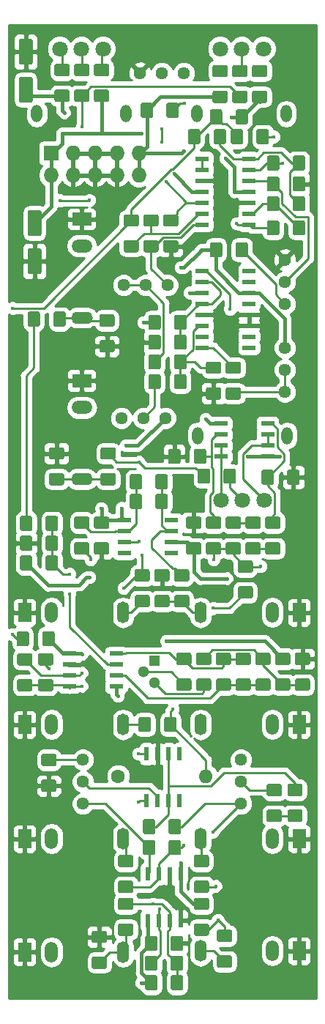
<source format=gbr>
G04 #@! TF.GenerationSoftware,KiCad,Pcbnew,(5.0.1)-4*
G04 #@! TF.CreationDate,2019-03-05T01:35:26-06:00*
G04 #@! TF.ProjectId,VCO,56434F2E6B696361645F706362000000,rev?*
G04 #@! TF.SameCoordinates,Original*
G04 #@! TF.FileFunction,Copper,L2,Bot,Signal*
G04 #@! TF.FilePolarity,Positive*
%FSLAX46Y46*%
G04 Gerber Fmt 4.6, Leading zero omitted, Abs format (unit mm)*
G04 Created by KiCad (PCBNEW (5.0.1)-4) date 3/5/2019 1:35:26*
%MOMM*%
%LPD*%
G01*
G04 APERTURE LIST*
G04 #@! TA.AperFunction,Conductor*
%ADD10C,0.100000*%
G04 #@! TD*
G04 #@! TA.AperFunction,SMDPad,CuDef*
%ADD11C,1.600000*%
G04 #@! TD*
G04 #@! TA.AperFunction,ComponentPad*
%ADD12O,1.500000X2.400000*%
G04 #@! TD*
G04 #@! TA.AperFunction,ComponentPad*
%ADD13R,1.500000X2.200000*%
G04 #@! TD*
G04 #@! TA.AperFunction,ComponentPad*
%ADD14O,1.400000X2.500000*%
G04 #@! TD*
G04 #@! TA.AperFunction,SMDPad,CuDef*
%ADD15R,0.600000X1.550000*%
G04 #@! TD*
G04 #@! TA.AperFunction,ComponentPad*
%ADD16C,1.440000*%
G04 #@! TD*
G04 #@! TA.AperFunction,SMDPad,CuDef*
%ADD17R,1.500000X0.600000*%
G04 #@! TD*
G04 #@! TA.AperFunction,SMDPad,CuDef*
%ADD18R,1.550000X0.600000*%
G04 #@! TD*
G04 #@! TA.AperFunction,SMDPad,CuDef*
%ADD19C,1.425000*%
G04 #@! TD*
G04 #@! TA.AperFunction,ComponentPad*
%ADD20C,1.600000*%
G04 #@! TD*
G04 #@! TA.AperFunction,ComponentPad*
%ADD21O,1.600000X1.600000*%
G04 #@! TD*
G04 #@! TA.AperFunction,ComponentPad*
%ADD22C,1.300000*%
G04 #@! TD*
G04 #@! TA.AperFunction,ComponentPad*
%ADD23R,1.300000X1.300000*%
G04 #@! TD*
G04 #@! TA.AperFunction,ComponentPad*
%ADD24O,1.300000X2.000000*%
G04 #@! TD*
G04 #@! TA.AperFunction,ComponentPad*
%ADD25C,1.800000*%
G04 #@! TD*
G04 #@! TA.AperFunction,ComponentPad*
%ADD26O,2.500000X1.400000*%
G04 #@! TD*
G04 #@! TA.AperFunction,ComponentPad*
%ADD27R,2.200000X1.500000*%
G04 #@! TD*
G04 #@! TA.AperFunction,ComponentPad*
%ADD28O,2.400000X1.500000*%
G04 #@! TD*
G04 #@! TA.AperFunction,ComponentPad*
%ADD29R,1.727200X1.727200*%
G04 #@! TD*
G04 #@! TA.AperFunction,ComponentPad*
%ADD30O,1.727200X1.727200*%
G04 #@! TD*
G04 #@! TA.AperFunction,ViaPad*
%ADD31C,0.450000*%
G04 #@! TD*
G04 #@! TA.AperFunction,Conductor*
%ADD32C,0.250000*%
G04 #@! TD*
G04 #@! TA.AperFunction,Conductor*
%ADD33C,0.400000*%
G04 #@! TD*
G04 #@! TA.AperFunction,Conductor*
%ADD34C,0.254000*%
G04 #@! TD*
G04 APERTURE END LIST*
D10*
G04 #@! TO.N,GND*
G04 #@! TO.C,C7*
G36*
X147513504Y209819796D02*
X147537773Y209816196D01*
X147561571Y209810235D01*
X147584671Y209801970D01*
X147606849Y209791480D01*
X147627893Y209778867D01*
X147647598Y209764253D01*
X147665777Y209747777D01*
X147682253Y209729598D01*
X147696867Y209709893D01*
X147709480Y209688849D01*
X147719970Y209666671D01*
X147728235Y209643571D01*
X147734196Y209619773D01*
X147737796Y209595504D01*
X147739000Y209571000D01*
X147739000Y207071000D01*
X147737796Y207046496D01*
X147734196Y207022227D01*
X147728235Y206998429D01*
X147719970Y206975329D01*
X147709480Y206953151D01*
X147696867Y206932107D01*
X147682253Y206912402D01*
X147665777Y206894223D01*
X147647598Y206877747D01*
X147627893Y206863133D01*
X147606849Y206850520D01*
X147584671Y206840030D01*
X147561571Y206831765D01*
X147537773Y206825804D01*
X147513504Y206822204D01*
X147489000Y206821000D01*
X146389000Y206821000D01*
X146364496Y206822204D01*
X146340227Y206825804D01*
X146316429Y206831765D01*
X146293329Y206840030D01*
X146271151Y206850520D01*
X146250107Y206863133D01*
X146230402Y206877747D01*
X146212223Y206894223D01*
X146195747Y206912402D01*
X146181133Y206932107D01*
X146168520Y206953151D01*
X146158030Y206975329D01*
X146149765Y206998429D01*
X146143804Y207022227D01*
X146140204Y207046496D01*
X146139000Y207071000D01*
X146139000Y209571000D01*
X146140204Y209595504D01*
X146143804Y209619773D01*
X146149765Y209643571D01*
X146158030Y209666671D01*
X146168520Y209688849D01*
X146181133Y209709893D01*
X146195747Y209729598D01*
X146212223Y209747777D01*
X146230402Y209764253D01*
X146250107Y209778867D01*
X146271151Y209791480D01*
X146293329Y209801970D01*
X146316429Y209810235D01*
X146340227Y209816196D01*
X146364496Y209819796D01*
X146389000Y209821000D01*
X147489000Y209821000D01*
X147513504Y209819796D01*
X147513504Y209819796D01*
G37*
D11*
G04 #@! TD*
G04 #@! TO.P,C7,2*
G04 #@! TO.N,GND*
X146939000Y208321000D03*
D10*
G04 #@! TO.N,+12V*
G04 #@! TO.C,C7*
G36*
X147513504Y205419796D02*
X147537773Y205416196D01*
X147561571Y205410235D01*
X147584671Y205401970D01*
X147606849Y205391480D01*
X147627893Y205378867D01*
X147647598Y205364253D01*
X147665777Y205347777D01*
X147682253Y205329598D01*
X147696867Y205309893D01*
X147709480Y205288849D01*
X147719970Y205266671D01*
X147728235Y205243571D01*
X147734196Y205219773D01*
X147737796Y205195504D01*
X147739000Y205171000D01*
X147739000Y202671000D01*
X147737796Y202646496D01*
X147734196Y202622227D01*
X147728235Y202598429D01*
X147719970Y202575329D01*
X147709480Y202553151D01*
X147696867Y202532107D01*
X147682253Y202512402D01*
X147665777Y202494223D01*
X147647598Y202477747D01*
X147627893Y202463133D01*
X147606849Y202450520D01*
X147584671Y202440030D01*
X147561571Y202431765D01*
X147537773Y202425804D01*
X147513504Y202422204D01*
X147489000Y202421000D01*
X146389000Y202421000D01*
X146364496Y202422204D01*
X146340227Y202425804D01*
X146316429Y202431765D01*
X146293329Y202440030D01*
X146271151Y202450520D01*
X146250107Y202463133D01*
X146230402Y202477747D01*
X146212223Y202494223D01*
X146195747Y202512402D01*
X146181133Y202532107D01*
X146168520Y202553151D01*
X146158030Y202575329D01*
X146149765Y202598429D01*
X146143804Y202622227D01*
X146140204Y202646496D01*
X146139000Y202671000D01*
X146139000Y205171000D01*
X146140204Y205195504D01*
X146143804Y205219773D01*
X146149765Y205243571D01*
X146158030Y205266671D01*
X146168520Y205288849D01*
X146181133Y205309893D01*
X146195747Y205329598D01*
X146212223Y205347777D01*
X146230402Y205364253D01*
X146250107Y205378867D01*
X146271151Y205391480D01*
X146293329Y205401970D01*
X146316429Y205410235D01*
X146340227Y205416196D01*
X146364496Y205419796D01*
X146389000Y205421000D01*
X147489000Y205421000D01*
X147513504Y205419796D01*
X147513504Y205419796D01*
G37*
D11*
G04 #@! TD*
G04 #@! TO.P,C7,1*
G04 #@! TO.N,+12V*
X146939000Y203921000D03*
D10*
G04 #@! TO.N,-12V*
G04 #@! TO.C,C10*
G36*
X148529504Y190007796D02*
X148553773Y190004196D01*
X148577571Y189998235D01*
X148600671Y189989970D01*
X148622849Y189979480D01*
X148643893Y189966867D01*
X148663598Y189952253D01*
X148681777Y189935777D01*
X148698253Y189917598D01*
X148712867Y189897893D01*
X148725480Y189876849D01*
X148735970Y189854671D01*
X148744235Y189831571D01*
X148750196Y189807773D01*
X148753796Y189783504D01*
X148755000Y189759000D01*
X148755000Y187259000D01*
X148753796Y187234496D01*
X148750196Y187210227D01*
X148744235Y187186429D01*
X148735970Y187163329D01*
X148725480Y187141151D01*
X148712867Y187120107D01*
X148698253Y187100402D01*
X148681777Y187082223D01*
X148663598Y187065747D01*
X148643893Y187051133D01*
X148622849Y187038520D01*
X148600671Y187028030D01*
X148577571Y187019765D01*
X148553773Y187013804D01*
X148529504Y187010204D01*
X148505000Y187009000D01*
X147405000Y187009000D01*
X147380496Y187010204D01*
X147356227Y187013804D01*
X147332429Y187019765D01*
X147309329Y187028030D01*
X147287151Y187038520D01*
X147266107Y187051133D01*
X147246402Y187065747D01*
X147228223Y187082223D01*
X147211747Y187100402D01*
X147197133Y187120107D01*
X147184520Y187141151D01*
X147174030Y187163329D01*
X147165765Y187186429D01*
X147159804Y187210227D01*
X147156204Y187234496D01*
X147155000Y187259000D01*
X147155000Y189759000D01*
X147156204Y189783504D01*
X147159804Y189807773D01*
X147165765Y189831571D01*
X147174030Y189854671D01*
X147184520Y189876849D01*
X147197133Y189897893D01*
X147211747Y189917598D01*
X147228223Y189935777D01*
X147246402Y189952253D01*
X147266107Y189966867D01*
X147287151Y189979480D01*
X147309329Y189989970D01*
X147332429Y189998235D01*
X147356227Y190004196D01*
X147380496Y190007796D01*
X147405000Y190009000D01*
X148505000Y190009000D01*
X148529504Y190007796D01*
X148529504Y190007796D01*
G37*
D11*
G04 #@! TD*
G04 #@! TO.P,C10,2*
G04 #@! TO.N,-12V*
X147955000Y188509000D03*
D10*
G04 #@! TO.N,GND*
G04 #@! TO.C,C10*
G36*
X148529504Y185607796D02*
X148553773Y185604196D01*
X148577571Y185598235D01*
X148600671Y185589970D01*
X148622849Y185579480D01*
X148643893Y185566867D01*
X148663598Y185552253D01*
X148681777Y185535777D01*
X148698253Y185517598D01*
X148712867Y185497893D01*
X148725480Y185476849D01*
X148735970Y185454671D01*
X148744235Y185431571D01*
X148750196Y185407773D01*
X148753796Y185383504D01*
X148755000Y185359000D01*
X148755000Y182859000D01*
X148753796Y182834496D01*
X148750196Y182810227D01*
X148744235Y182786429D01*
X148735970Y182763329D01*
X148725480Y182741151D01*
X148712867Y182720107D01*
X148698253Y182700402D01*
X148681777Y182682223D01*
X148663598Y182665747D01*
X148643893Y182651133D01*
X148622849Y182638520D01*
X148600671Y182628030D01*
X148577571Y182619765D01*
X148553773Y182613804D01*
X148529504Y182610204D01*
X148505000Y182609000D01*
X147405000Y182609000D01*
X147380496Y182610204D01*
X147356227Y182613804D01*
X147332429Y182619765D01*
X147309329Y182628030D01*
X147287151Y182638520D01*
X147266107Y182651133D01*
X147246402Y182665747D01*
X147228223Y182682223D01*
X147211747Y182700402D01*
X147197133Y182720107D01*
X147184520Y182741151D01*
X147174030Y182763329D01*
X147165765Y182786429D01*
X147159804Y182810227D01*
X147156204Y182834496D01*
X147155000Y182859000D01*
X147155000Y185359000D01*
X147156204Y185383504D01*
X147159804Y185407773D01*
X147165765Y185431571D01*
X147174030Y185454671D01*
X147184520Y185476849D01*
X147197133Y185497893D01*
X147211747Y185517598D01*
X147228223Y185535777D01*
X147246402Y185552253D01*
X147266107Y185566867D01*
X147287151Y185579480D01*
X147309329Y185589970D01*
X147332429Y185598235D01*
X147356227Y185604196D01*
X147380496Y185607796D01*
X147405000Y185609000D01*
X148505000Y185609000D01*
X148529504Y185607796D01*
X148529504Y185607796D01*
G37*
D11*
G04 #@! TD*
G04 #@! TO.P,C10,1*
G04 #@! TO.N,GND*
X147955000Y184109000D03*
D12*
G04 #@! TO.P,J9,TN*
G04 #@! TO.N,Net-(J9-PadTN)*
X175462000Y130556000D03*
D13*
G04 #@! TO.P,J9,S*
G04 #@! TO.N,GND*
X178562000Y130556000D03*
D14*
G04 #@! TO.P,J9,T*
G04 #@! TO.N,RMP*
X167162000Y130556000D03*
G04 #@! TD*
D15*
G04 #@! TO.P,U1,8*
G04 #@! TO.N,+12V*
X161027652Y107891128D03*
G04 #@! TO.P,U1,7*
G04 #@! TO.N,Net-(C3-Pad2)*
X162297652Y107891128D03*
G04 #@! TO.P,U1,6*
G04 #@! TO.N,Net-(C3-Pad1)*
X163567652Y107891128D03*
G04 #@! TO.P,U1,5*
G04 #@! TO.N,GND*
X164837652Y107891128D03*
G04 #@! TO.P,U1,4*
G04 #@! TO.N,-12V*
X164837652Y113291128D03*
G04 #@! TO.P,U1,3*
G04 #@! TO.N,GND*
X163567652Y113291128D03*
G04 #@! TO.P,U1,2*
G04 #@! TO.N,Net-(C19-Pad1)*
X162297652Y113291128D03*
G04 #@! TO.P,U1,1*
G04 #@! TO.N,Net-(C19-Pad2)*
X161027652Y113291128D03*
G04 #@! TD*
D16*
G04 #@! TO.P,RV5,1*
G04 #@! TO.N,Net-(R6-Pad2)*
X176911000Y179197000D03*
G04 #@! TO.P,RV5,2*
G04 #@! TO.N,Net-(C1-Pad1)*
X176911000Y181737000D03*
G04 #@! TO.P,RV5,3*
G04 #@! TO.N,GND*
X176911000Y184277000D03*
G04 #@! TD*
D17*
G04 #@! TO.P,U4,14*
G04 #@! TO.N,Net-(U4-Pad13)*
X167353000Y195961000D03*
G04 #@! TO.P,U4,13*
X167353000Y194691000D03*
G04 #@! TO.P,U4,12*
G04 #@! TO.N,GND*
X167353000Y193421000D03*
G04 #@! TO.P,U4,11*
G04 #@! TO.N,-12V*
X167353000Y192151000D03*
G04 #@! TO.P,U4,10*
G04 #@! TO.N,Net-(C2-Pad1)*
X167353000Y190881000D03*
G04 #@! TO.P,U4,9*
G04 #@! TO.N,Net-(R13-Pad1)*
X167353000Y189611000D03*
G04 #@! TO.P,U4,8*
G04 #@! TO.N,Net-(R14-Pad1)*
X167353000Y188341000D03*
G04 #@! TO.P,U4,7*
G04 #@! TO.N,Net-(D3-Pad2)*
X172753000Y188341000D03*
G04 #@! TO.P,U4,6*
G04 #@! TO.N,Net-(R25-Pad2)*
X172753000Y189611000D03*
G04 #@! TO.P,U4,5*
G04 #@! TO.N,GND*
X172753000Y190881000D03*
G04 #@! TO.P,U4,4*
G04 #@! TO.N,+12V*
X172753000Y192151000D03*
G04 #@! TO.P,U4,3*
G04 #@! TO.N,Net-(C1-Pad1)*
X172753000Y193421000D03*
G04 #@! TO.P,U4,2*
G04 #@! TO.N,Net-(R12-Pad1)*
X172753000Y194691000D03*
G04 #@! TO.P,U4,1*
G04 #@! TO.N,Net-(D2-Pad2)*
X172753000Y195961000D03*
G04 #@! TD*
D18*
G04 #@! TO.P,U2,1*
G04 #@! TO.N,RAW*
X151996633Y134942529D03*
G04 #@! TO.P,U2,2*
G04 #@! TO.N,Net-(C6-Pad1)*
X151996633Y136212529D03*
G04 #@! TO.P,U2,3*
G04 #@! TO.N,GND*
X151996633Y137482529D03*
G04 #@! TO.P,U2,4*
G04 #@! TO.N,-12V*
X151996633Y138752529D03*
G04 #@! TO.P,U2,5*
G04 #@! TO.N,Net-(C18-Pad1)*
X157396633Y138752529D03*
G04 #@! TO.P,U2,6*
G04 #@! TO.N,Net-(R34-Pad1)*
X157396633Y137482529D03*
G04 #@! TO.P,U2,7*
G04 #@! TO.N,Net-(C18-Pad2)*
X157396633Y136212529D03*
G04 #@! TO.P,U2,8*
G04 #@! TO.N,+12V*
X157396633Y134942529D03*
G04 #@! TD*
D10*
G04 #@! TO.N,RAW*
G04 #@! TO.C,R12*
G36*
X149885137Y135825673D02*
X149909406Y135822073D01*
X149933204Y135816112D01*
X149956304Y135807847D01*
X149978482Y135797357D01*
X149999526Y135784744D01*
X150019231Y135770130D01*
X150037410Y135753654D01*
X150053886Y135735475D01*
X150068500Y135715770D01*
X150081113Y135694726D01*
X150091603Y135672548D01*
X150099868Y135649448D01*
X150105829Y135625650D01*
X150109429Y135601381D01*
X150110633Y135576877D01*
X150110633Y134651877D01*
X150109429Y134627373D01*
X150105829Y134603104D01*
X150099868Y134579306D01*
X150091603Y134556206D01*
X150081113Y134534028D01*
X150068500Y134512984D01*
X150053886Y134493279D01*
X150037410Y134475100D01*
X150019231Y134458624D01*
X149999526Y134444010D01*
X149978482Y134431397D01*
X149956304Y134420907D01*
X149933204Y134412642D01*
X149909406Y134406681D01*
X149885137Y134403081D01*
X149860633Y134401877D01*
X148610633Y134401877D01*
X148586129Y134403081D01*
X148561860Y134406681D01*
X148538062Y134412642D01*
X148514962Y134420907D01*
X148492784Y134431397D01*
X148471740Y134444010D01*
X148452035Y134458624D01*
X148433856Y134475100D01*
X148417380Y134493279D01*
X148402766Y134512984D01*
X148390153Y134534028D01*
X148379663Y134556206D01*
X148371398Y134579306D01*
X148365437Y134603104D01*
X148361837Y134627373D01*
X148360633Y134651877D01*
X148360633Y135576877D01*
X148361837Y135601381D01*
X148365437Y135625650D01*
X148371398Y135649448D01*
X148379663Y135672548D01*
X148390153Y135694726D01*
X148402766Y135715770D01*
X148417380Y135735475D01*
X148433856Y135753654D01*
X148452035Y135770130D01*
X148471740Y135784744D01*
X148492784Y135797357D01*
X148514962Y135807847D01*
X148538062Y135816112D01*
X148561860Y135822073D01*
X148586129Y135825673D01*
X148610633Y135826877D01*
X149860633Y135826877D01*
X149885137Y135825673D01*
X149885137Y135825673D01*
G37*
D19*
G04 #@! TD*
G04 #@! TO.P,R12,2*
G04 #@! TO.N,RAW*
X149235633Y135114377D03*
D10*
G04 #@! TO.N,Net-(R12-Pad1)*
G04 #@! TO.C,R12*
G36*
X149885137Y138800673D02*
X149909406Y138797073D01*
X149933204Y138791112D01*
X149956304Y138782847D01*
X149978482Y138772357D01*
X149999526Y138759744D01*
X150019231Y138745130D01*
X150037410Y138728654D01*
X150053886Y138710475D01*
X150068500Y138690770D01*
X150081113Y138669726D01*
X150091603Y138647548D01*
X150099868Y138624448D01*
X150105829Y138600650D01*
X150109429Y138576381D01*
X150110633Y138551877D01*
X150110633Y137626877D01*
X150109429Y137602373D01*
X150105829Y137578104D01*
X150099868Y137554306D01*
X150091603Y137531206D01*
X150081113Y137509028D01*
X150068500Y137487984D01*
X150053886Y137468279D01*
X150037410Y137450100D01*
X150019231Y137433624D01*
X149999526Y137419010D01*
X149978482Y137406397D01*
X149956304Y137395907D01*
X149933204Y137387642D01*
X149909406Y137381681D01*
X149885137Y137378081D01*
X149860633Y137376877D01*
X148610633Y137376877D01*
X148586129Y137378081D01*
X148561860Y137381681D01*
X148538062Y137387642D01*
X148514962Y137395907D01*
X148492784Y137406397D01*
X148471740Y137419010D01*
X148452035Y137433624D01*
X148433856Y137450100D01*
X148417380Y137468279D01*
X148402766Y137487984D01*
X148390153Y137509028D01*
X148379663Y137531206D01*
X148371398Y137554306D01*
X148365437Y137578104D01*
X148361837Y137602373D01*
X148360633Y137626877D01*
X148360633Y138551877D01*
X148361837Y138576381D01*
X148365437Y138600650D01*
X148371398Y138624448D01*
X148379663Y138647548D01*
X148390153Y138669726D01*
X148402766Y138690770D01*
X148417380Y138710475D01*
X148433856Y138728654D01*
X148452035Y138745130D01*
X148471740Y138759744D01*
X148492784Y138772357D01*
X148514962Y138782847D01*
X148538062Y138791112D01*
X148561860Y138797073D01*
X148586129Y138800673D01*
X148610633Y138801877D01*
X149860633Y138801877D01*
X149885137Y138800673D01*
X149885137Y138800673D01*
G37*
D19*
G04 #@! TD*
G04 #@! TO.P,R12,1*
G04 #@! TO.N,Net-(R12-Pad1)*
X149235633Y138089377D03*
D10*
G04 #@! TO.N,R39P2*
G04 #@! TO.C,R35*
G36*
X171011504Y160131796D02*
X171035773Y160128196D01*
X171059571Y160122235D01*
X171082671Y160113970D01*
X171104849Y160103480D01*
X171125893Y160090867D01*
X171145598Y160076253D01*
X171163777Y160059777D01*
X171180253Y160041598D01*
X171194867Y160021893D01*
X171207480Y160000849D01*
X171217970Y159978671D01*
X171226235Y159955571D01*
X171232196Y159931773D01*
X171235796Y159907504D01*
X171237000Y159883000D01*
X171237000Y158633000D01*
X171235796Y158608496D01*
X171232196Y158584227D01*
X171226235Y158560429D01*
X171217970Y158537329D01*
X171207480Y158515151D01*
X171194867Y158494107D01*
X171180253Y158474402D01*
X171163777Y158456223D01*
X171145598Y158439747D01*
X171125893Y158425133D01*
X171104849Y158412520D01*
X171082671Y158402030D01*
X171059571Y158393765D01*
X171035773Y158387804D01*
X171011504Y158384204D01*
X170987000Y158383000D01*
X170062000Y158383000D01*
X170037496Y158384204D01*
X170013227Y158387804D01*
X169989429Y158393765D01*
X169966329Y158402030D01*
X169944151Y158412520D01*
X169923107Y158425133D01*
X169903402Y158439747D01*
X169885223Y158456223D01*
X169868747Y158474402D01*
X169854133Y158494107D01*
X169841520Y158515151D01*
X169831030Y158537329D01*
X169822765Y158560429D01*
X169816804Y158584227D01*
X169813204Y158608496D01*
X169812000Y158633000D01*
X169812000Y159883000D01*
X169813204Y159907504D01*
X169816804Y159931773D01*
X169822765Y159955571D01*
X169831030Y159978671D01*
X169841520Y160000849D01*
X169854133Y160021893D01*
X169868747Y160041598D01*
X169885223Y160059777D01*
X169903402Y160076253D01*
X169923107Y160090867D01*
X169944151Y160103480D01*
X169966329Y160113970D01*
X169989429Y160122235D01*
X170013227Y160128196D01*
X170037496Y160131796D01*
X170062000Y160133000D01*
X170987000Y160133000D01*
X171011504Y160131796D01*
X171011504Y160131796D01*
G37*
D19*
G04 #@! TD*
G04 #@! TO.P,R35,2*
G04 #@! TO.N,R39P2*
X170524500Y159258000D03*
D10*
G04 #@! TO.N,Net-(R35-Pad1)*
G04 #@! TO.C,R35*
G36*
X168036504Y160131796D02*
X168060773Y160128196D01*
X168084571Y160122235D01*
X168107671Y160113970D01*
X168129849Y160103480D01*
X168150893Y160090867D01*
X168170598Y160076253D01*
X168188777Y160059777D01*
X168205253Y160041598D01*
X168219867Y160021893D01*
X168232480Y160000849D01*
X168242970Y159978671D01*
X168251235Y159955571D01*
X168257196Y159931773D01*
X168260796Y159907504D01*
X168262000Y159883000D01*
X168262000Y158633000D01*
X168260796Y158608496D01*
X168257196Y158584227D01*
X168251235Y158560429D01*
X168242970Y158537329D01*
X168232480Y158515151D01*
X168219867Y158494107D01*
X168205253Y158474402D01*
X168188777Y158456223D01*
X168170598Y158439747D01*
X168150893Y158425133D01*
X168129849Y158412520D01*
X168107671Y158402030D01*
X168084571Y158393765D01*
X168060773Y158387804D01*
X168036504Y158384204D01*
X168012000Y158383000D01*
X167087000Y158383000D01*
X167062496Y158384204D01*
X167038227Y158387804D01*
X167014429Y158393765D01*
X166991329Y158402030D01*
X166969151Y158412520D01*
X166948107Y158425133D01*
X166928402Y158439747D01*
X166910223Y158456223D01*
X166893747Y158474402D01*
X166879133Y158494107D01*
X166866520Y158515151D01*
X166856030Y158537329D01*
X166847765Y158560429D01*
X166841804Y158584227D01*
X166838204Y158608496D01*
X166837000Y158633000D01*
X166837000Y159883000D01*
X166838204Y159907504D01*
X166841804Y159931773D01*
X166847765Y159955571D01*
X166856030Y159978671D01*
X166866520Y160000849D01*
X166879133Y160021893D01*
X166893747Y160041598D01*
X166910223Y160059777D01*
X166928402Y160076253D01*
X166948107Y160090867D01*
X166969151Y160103480D01*
X166991329Y160113970D01*
X167014429Y160122235D01*
X167038227Y160128196D01*
X167062496Y160131796D01*
X167087000Y160133000D01*
X168012000Y160133000D01*
X168036504Y160131796D01*
X168036504Y160131796D01*
G37*
D19*
G04 #@! TD*
G04 #@! TO.P,R35,1*
G04 #@! TO.N,Net-(R35-Pad1)*
X167549500Y159258000D03*
D15*
G04 #@! TO.P,U3,8*
G04 #@! TO.N,Net-(C3-Pad1)*
X160909000Y121760000D03*
G04 #@! TO.P,U3,7*
G04 #@! TO.N,Net-(RV16-Pad2)*
X162179000Y121760000D03*
G04 #@! TO.P,U3,6*
G04 #@! TO.N,Net-(D1-Pad2)*
X163449000Y121760000D03*
G04 #@! TO.P,U3,5*
G04 #@! TO.N,N/C*
X164719000Y121760000D03*
G04 #@! TO.P,U3,4*
X164719000Y127160000D03*
G04 #@! TO.P,U3,3*
G04 #@! TO.N,Net-(D1-Pad2)*
X163449000Y127160000D03*
G04 #@! TO.P,U3,2*
G04 #@! TO.N,GND*
X162179000Y127160000D03*
G04 #@! TO.P,U3,1*
G04 #@! TO.N,Net-(C6-Pad1)*
X160909000Y127160000D03*
G04 #@! TD*
D20*
G04 #@! TO.P,R24,1*
G04 #@! TO.N,Net-(C19-Pad2)*
X157632872Y124578652D03*
D21*
G04 #@! TO.P,R24,2*
G04 #@! TO.N,Net-(C19-Pad1)*
X167792872Y124578652D03*
G04 #@! TD*
D22*
G04 #@! TO.P,Q1,2*
G04 #@! TO.N,RAW*
X160528000Y136652000D03*
G04 #@! TO.P,Q1,3*
G04 #@! TO.N,Net-(Q1-Pad3)*
X161798000Y135382000D03*
D23*
G04 #@! TO.P,Q1,1*
G04 #@! TO.N,Net-(C6-Pad1)*
X161798000Y137922000D03*
G04 #@! TD*
D24*
G04 #@! TO.P,RV39,*
G04 #@! TO.N,*
X177148000Y163964000D03*
D25*
G04 #@! TO.P,RV39,3*
G04 #@! TO.N,R39P3*
X169498000Y156464000D03*
G04 #@! TO.P,RV39,2*
G04 #@! TO.N,R39P2*
X171998000Y156464000D03*
G04 #@! TO.P,RV39,1*
G04 #@! TO.N,R39P1*
X174498000Y156464000D03*
D24*
G04 #@! TO.P,RV39,*
G04 #@! TO.N,*
X166848000Y163964000D03*
G04 #@! TD*
G04 #@! TO.P,RV3,*
G04 #@! TO.N,*
X166768000Y201161000D03*
D25*
G04 #@! TO.P,RV3,3*
G04 #@! TO.N,R3P1*
X174418000Y208661000D03*
G04 #@! TO.P,RV3,2*
G04 #@! TO.N,R3P2*
X171918000Y208661000D03*
G04 #@! TO.P,RV3,1*
G04 #@! TO.N,R3P3*
X169418000Y208661000D03*
D24*
G04 #@! TO.P,RV3,*
G04 #@! TO.N,*
X177068000Y201161000D03*
G04 #@! TD*
G04 #@! TO.P,RV2,*
G04 #@! TO.N,*
X148226000Y201161000D03*
D25*
G04 #@! TO.P,RV2,3*
G04 #@! TO.N,R2P1*
X155876000Y208661000D03*
G04 #@! TO.P,RV2,2*
G04 #@! TO.N,R2P2*
X153376000Y208661000D03*
G04 #@! TO.P,RV2,1*
G04 #@! TO.N,R2P3*
X150876000Y208661000D03*
D24*
G04 #@! TO.P,RV2,*
G04 #@! TO.N,*
X158526000Y201161000D03*
G04 #@! TD*
D10*
G04 #@! TO.N,Net-(C1-Pad1)*
G04 #@! TO.C,C1*
G36*
X176037504Y193913796D02*
X176061773Y193910196D01*
X176085571Y193904235D01*
X176108671Y193895970D01*
X176130849Y193885480D01*
X176151893Y193872867D01*
X176171598Y193858253D01*
X176189777Y193841777D01*
X176206253Y193823598D01*
X176220867Y193803893D01*
X176233480Y193782849D01*
X176243970Y193760671D01*
X176252235Y193737571D01*
X176258196Y193713773D01*
X176261796Y193689504D01*
X176263000Y193665000D01*
X176263000Y192415000D01*
X176261796Y192390496D01*
X176258196Y192366227D01*
X176252235Y192342429D01*
X176243970Y192319329D01*
X176233480Y192297151D01*
X176220867Y192276107D01*
X176206253Y192256402D01*
X176189777Y192238223D01*
X176171598Y192221747D01*
X176151893Y192207133D01*
X176130849Y192194520D01*
X176108671Y192184030D01*
X176085571Y192175765D01*
X176061773Y192169804D01*
X176037504Y192166204D01*
X176013000Y192165000D01*
X175088000Y192165000D01*
X175063496Y192166204D01*
X175039227Y192169804D01*
X175015429Y192175765D01*
X174992329Y192184030D01*
X174970151Y192194520D01*
X174949107Y192207133D01*
X174929402Y192221747D01*
X174911223Y192238223D01*
X174894747Y192256402D01*
X174880133Y192276107D01*
X174867520Y192297151D01*
X174857030Y192319329D01*
X174848765Y192342429D01*
X174842804Y192366227D01*
X174839204Y192390496D01*
X174838000Y192415000D01*
X174838000Y193665000D01*
X174839204Y193689504D01*
X174842804Y193713773D01*
X174848765Y193737571D01*
X174857030Y193760671D01*
X174867520Y193782849D01*
X174880133Y193803893D01*
X174894747Y193823598D01*
X174911223Y193841777D01*
X174929402Y193858253D01*
X174949107Y193872867D01*
X174970151Y193885480D01*
X174992329Y193895970D01*
X175015429Y193904235D01*
X175039227Y193910196D01*
X175063496Y193913796D01*
X175088000Y193915000D01*
X176013000Y193915000D01*
X176037504Y193913796D01*
X176037504Y193913796D01*
G37*
D19*
G04 #@! TD*
G04 #@! TO.P,C1,1*
G04 #@! TO.N,Net-(C1-Pad1)*
X175550500Y193040000D03*
D10*
G04 #@! TO.N,GND*
G04 #@! TO.C,C1*
G36*
X179012504Y193913796D02*
X179036773Y193910196D01*
X179060571Y193904235D01*
X179083671Y193895970D01*
X179105849Y193885480D01*
X179126893Y193872867D01*
X179146598Y193858253D01*
X179164777Y193841777D01*
X179181253Y193823598D01*
X179195867Y193803893D01*
X179208480Y193782849D01*
X179218970Y193760671D01*
X179227235Y193737571D01*
X179233196Y193713773D01*
X179236796Y193689504D01*
X179238000Y193665000D01*
X179238000Y192415000D01*
X179236796Y192390496D01*
X179233196Y192366227D01*
X179227235Y192342429D01*
X179218970Y192319329D01*
X179208480Y192297151D01*
X179195867Y192276107D01*
X179181253Y192256402D01*
X179164777Y192238223D01*
X179146598Y192221747D01*
X179126893Y192207133D01*
X179105849Y192194520D01*
X179083671Y192184030D01*
X179060571Y192175765D01*
X179036773Y192169804D01*
X179012504Y192166204D01*
X178988000Y192165000D01*
X178063000Y192165000D01*
X178038496Y192166204D01*
X178014227Y192169804D01*
X177990429Y192175765D01*
X177967329Y192184030D01*
X177945151Y192194520D01*
X177924107Y192207133D01*
X177904402Y192221747D01*
X177886223Y192238223D01*
X177869747Y192256402D01*
X177855133Y192276107D01*
X177842520Y192297151D01*
X177832030Y192319329D01*
X177823765Y192342429D01*
X177817804Y192366227D01*
X177814204Y192390496D01*
X177813000Y192415000D01*
X177813000Y193665000D01*
X177814204Y193689504D01*
X177817804Y193713773D01*
X177823765Y193737571D01*
X177832030Y193760671D01*
X177842520Y193782849D01*
X177855133Y193803893D01*
X177869747Y193823598D01*
X177886223Y193841777D01*
X177904402Y193858253D01*
X177924107Y193872867D01*
X177945151Y193885480D01*
X177967329Y193895970D01*
X177990429Y193904235D01*
X178014227Y193910196D01*
X178038496Y193913796D01*
X178063000Y193915000D01*
X178988000Y193915000D01*
X179012504Y193913796D01*
X179012504Y193913796D01*
G37*
D19*
G04 #@! TD*
G04 #@! TO.P,C1,2*
G04 #@! TO.N,GND*
X178525500Y193040000D03*
D10*
G04 #@! TO.N,GND*
G04 #@! TO.C,C2*
G36*
X164352504Y186548796D02*
X164376773Y186545196D01*
X164400571Y186539235D01*
X164423671Y186530970D01*
X164445849Y186520480D01*
X164466893Y186507867D01*
X164486598Y186493253D01*
X164504777Y186476777D01*
X164521253Y186458598D01*
X164535867Y186438893D01*
X164548480Y186417849D01*
X164558970Y186395671D01*
X164567235Y186372571D01*
X164573196Y186348773D01*
X164576796Y186324504D01*
X164578000Y186300000D01*
X164578000Y185375000D01*
X164576796Y185350496D01*
X164573196Y185326227D01*
X164567235Y185302429D01*
X164558970Y185279329D01*
X164548480Y185257151D01*
X164535867Y185236107D01*
X164521253Y185216402D01*
X164504777Y185198223D01*
X164486598Y185181747D01*
X164466893Y185167133D01*
X164445849Y185154520D01*
X164423671Y185144030D01*
X164400571Y185135765D01*
X164376773Y185129804D01*
X164352504Y185126204D01*
X164328000Y185125000D01*
X163078000Y185125000D01*
X163053496Y185126204D01*
X163029227Y185129804D01*
X163005429Y185135765D01*
X162982329Y185144030D01*
X162960151Y185154520D01*
X162939107Y185167133D01*
X162919402Y185181747D01*
X162901223Y185198223D01*
X162884747Y185216402D01*
X162870133Y185236107D01*
X162857520Y185257151D01*
X162847030Y185279329D01*
X162838765Y185302429D01*
X162832804Y185326227D01*
X162829204Y185350496D01*
X162828000Y185375000D01*
X162828000Y186300000D01*
X162829204Y186324504D01*
X162832804Y186348773D01*
X162838765Y186372571D01*
X162847030Y186395671D01*
X162857520Y186417849D01*
X162870133Y186438893D01*
X162884747Y186458598D01*
X162901223Y186476777D01*
X162919402Y186493253D01*
X162939107Y186507867D01*
X162960151Y186520480D01*
X162982329Y186530970D01*
X163005429Y186539235D01*
X163029227Y186545196D01*
X163053496Y186548796D01*
X163078000Y186550000D01*
X164328000Y186550000D01*
X164352504Y186548796D01*
X164352504Y186548796D01*
G37*
D19*
G04 #@! TD*
G04 #@! TO.P,C2,2*
G04 #@! TO.N,GND*
X163703000Y185837500D03*
D10*
G04 #@! TO.N,Net-(C2-Pad1)*
G04 #@! TO.C,C2*
G36*
X164352504Y189523796D02*
X164376773Y189520196D01*
X164400571Y189514235D01*
X164423671Y189505970D01*
X164445849Y189495480D01*
X164466893Y189482867D01*
X164486598Y189468253D01*
X164504777Y189451777D01*
X164521253Y189433598D01*
X164535867Y189413893D01*
X164548480Y189392849D01*
X164558970Y189370671D01*
X164567235Y189347571D01*
X164573196Y189323773D01*
X164576796Y189299504D01*
X164578000Y189275000D01*
X164578000Y188350000D01*
X164576796Y188325496D01*
X164573196Y188301227D01*
X164567235Y188277429D01*
X164558970Y188254329D01*
X164548480Y188232151D01*
X164535867Y188211107D01*
X164521253Y188191402D01*
X164504777Y188173223D01*
X164486598Y188156747D01*
X164466893Y188142133D01*
X164445849Y188129520D01*
X164423671Y188119030D01*
X164400571Y188110765D01*
X164376773Y188104804D01*
X164352504Y188101204D01*
X164328000Y188100000D01*
X163078000Y188100000D01*
X163053496Y188101204D01*
X163029227Y188104804D01*
X163005429Y188110765D01*
X162982329Y188119030D01*
X162960151Y188129520D01*
X162939107Y188142133D01*
X162919402Y188156747D01*
X162901223Y188173223D01*
X162884747Y188191402D01*
X162870133Y188211107D01*
X162857520Y188232151D01*
X162847030Y188254329D01*
X162838765Y188277429D01*
X162832804Y188301227D01*
X162829204Y188325496D01*
X162828000Y188350000D01*
X162828000Y189275000D01*
X162829204Y189299504D01*
X162832804Y189323773D01*
X162838765Y189347571D01*
X162847030Y189370671D01*
X162857520Y189392849D01*
X162870133Y189413893D01*
X162884747Y189433598D01*
X162901223Y189451777D01*
X162919402Y189468253D01*
X162939107Y189482867D01*
X162960151Y189495480D01*
X162982329Y189505970D01*
X163005429Y189514235D01*
X163029227Y189520196D01*
X163053496Y189523796D01*
X163078000Y189525000D01*
X164328000Y189525000D01*
X164352504Y189523796D01*
X164352504Y189523796D01*
G37*
D19*
G04 #@! TD*
G04 #@! TO.P,C2,1*
G04 #@! TO.N,Net-(C2-Pad1)*
X163703000Y188812500D03*
D10*
G04 #@! TO.N,Net-(C3-Pad1)*
G04 #@! TO.C,C3*
G36*
X164907156Y103844924D02*
X164931425Y103841324D01*
X164955223Y103835363D01*
X164978323Y103827098D01*
X165000501Y103816608D01*
X165021545Y103803995D01*
X165041250Y103789381D01*
X165059429Y103772905D01*
X165075905Y103754726D01*
X165090519Y103735021D01*
X165103132Y103713977D01*
X165113622Y103691799D01*
X165121887Y103668699D01*
X165127848Y103644901D01*
X165131448Y103620632D01*
X165132652Y103596128D01*
X165132652Y102346128D01*
X165131448Y102321624D01*
X165127848Y102297355D01*
X165121887Y102273557D01*
X165113622Y102250457D01*
X165103132Y102228279D01*
X165090519Y102207235D01*
X165075905Y102187530D01*
X165059429Y102169351D01*
X165041250Y102152875D01*
X165021545Y102138261D01*
X165000501Y102125648D01*
X164978323Y102115158D01*
X164955223Y102106893D01*
X164931425Y102100932D01*
X164907156Y102097332D01*
X164882652Y102096128D01*
X163957652Y102096128D01*
X163933148Y102097332D01*
X163908879Y102100932D01*
X163885081Y102106893D01*
X163861981Y102115158D01*
X163839803Y102125648D01*
X163818759Y102138261D01*
X163799054Y102152875D01*
X163780875Y102169351D01*
X163764399Y102187530D01*
X163749785Y102207235D01*
X163737172Y102228279D01*
X163726682Y102250457D01*
X163718417Y102273557D01*
X163712456Y102297355D01*
X163708856Y102321624D01*
X163707652Y102346128D01*
X163707652Y103596128D01*
X163708856Y103620632D01*
X163712456Y103644901D01*
X163718417Y103668699D01*
X163726682Y103691799D01*
X163737172Y103713977D01*
X163749785Y103735021D01*
X163764399Y103754726D01*
X163780875Y103772905D01*
X163799054Y103789381D01*
X163818759Y103803995D01*
X163839803Y103816608D01*
X163861981Y103827098D01*
X163885081Y103835363D01*
X163908879Y103841324D01*
X163933148Y103844924D01*
X163957652Y103846128D01*
X164882652Y103846128D01*
X164907156Y103844924D01*
X164907156Y103844924D01*
G37*
D19*
G04 #@! TD*
G04 #@! TO.P,C3,1*
G04 #@! TO.N,Net-(C3-Pad1)*
X164420152Y102971128D03*
D10*
G04 #@! TO.N,Net-(C3-Pad2)*
G04 #@! TO.C,C3*
G36*
X161932156Y103844924D02*
X161956425Y103841324D01*
X161980223Y103835363D01*
X162003323Y103827098D01*
X162025501Y103816608D01*
X162046545Y103803995D01*
X162066250Y103789381D01*
X162084429Y103772905D01*
X162100905Y103754726D01*
X162115519Y103735021D01*
X162128132Y103713977D01*
X162138622Y103691799D01*
X162146887Y103668699D01*
X162152848Y103644901D01*
X162156448Y103620632D01*
X162157652Y103596128D01*
X162157652Y102346128D01*
X162156448Y102321624D01*
X162152848Y102297355D01*
X162146887Y102273557D01*
X162138622Y102250457D01*
X162128132Y102228279D01*
X162115519Y102207235D01*
X162100905Y102187530D01*
X162084429Y102169351D01*
X162066250Y102152875D01*
X162046545Y102138261D01*
X162025501Y102125648D01*
X162003323Y102115158D01*
X161980223Y102106893D01*
X161956425Y102100932D01*
X161932156Y102097332D01*
X161907652Y102096128D01*
X160982652Y102096128D01*
X160958148Y102097332D01*
X160933879Y102100932D01*
X160910081Y102106893D01*
X160886981Y102115158D01*
X160864803Y102125648D01*
X160843759Y102138261D01*
X160824054Y102152875D01*
X160805875Y102169351D01*
X160789399Y102187530D01*
X160774785Y102207235D01*
X160762172Y102228279D01*
X160751682Y102250457D01*
X160743417Y102273557D01*
X160737456Y102297355D01*
X160733856Y102321624D01*
X160732652Y102346128D01*
X160732652Y103596128D01*
X160733856Y103620632D01*
X160737456Y103644901D01*
X160743417Y103668699D01*
X160751682Y103691799D01*
X160762172Y103713977D01*
X160774785Y103735021D01*
X160789399Y103754726D01*
X160805875Y103772905D01*
X160824054Y103789381D01*
X160843759Y103803995D01*
X160864803Y103816608D01*
X160886981Y103827098D01*
X160910081Y103835363D01*
X160933879Y103841324D01*
X160958148Y103844924D01*
X160982652Y103846128D01*
X161907652Y103846128D01*
X161932156Y103844924D01*
X161932156Y103844924D01*
G37*
D19*
G04 #@! TD*
G04 #@! TO.P,C3,2*
G04 #@! TO.N,Net-(C3-Pad2)*
X161445152Y102971128D03*
D10*
G04 #@! TO.N,Net-(C4-Pad2)*
G04 #@! TO.C,C4*
G36*
X163137504Y157210796D02*
X163161773Y157207196D01*
X163185571Y157201235D01*
X163208671Y157192970D01*
X163230849Y157182480D01*
X163251893Y157169867D01*
X163271598Y157155253D01*
X163289777Y157138777D01*
X163306253Y157120598D01*
X163320867Y157100893D01*
X163333480Y157079849D01*
X163343970Y157057671D01*
X163352235Y157034571D01*
X163358196Y157010773D01*
X163361796Y156986504D01*
X163363000Y156962000D01*
X163363000Y155712000D01*
X163361796Y155687496D01*
X163358196Y155663227D01*
X163352235Y155639429D01*
X163343970Y155616329D01*
X163333480Y155594151D01*
X163320867Y155573107D01*
X163306253Y155553402D01*
X163289777Y155535223D01*
X163271598Y155518747D01*
X163251893Y155504133D01*
X163230849Y155491520D01*
X163208671Y155481030D01*
X163185571Y155472765D01*
X163161773Y155466804D01*
X163137504Y155463204D01*
X163113000Y155462000D01*
X162188000Y155462000D01*
X162163496Y155463204D01*
X162139227Y155466804D01*
X162115429Y155472765D01*
X162092329Y155481030D01*
X162070151Y155491520D01*
X162049107Y155504133D01*
X162029402Y155518747D01*
X162011223Y155535223D01*
X161994747Y155553402D01*
X161980133Y155573107D01*
X161967520Y155594151D01*
X161957030Y155616329D01*
X161948765Y155639429D01*
X161942804Y155663227D01*
X161939204Y155687496D01*
X161938000Y155712000D01*
X161938000Y156962000D01*
X161939204Y156986504D01*
X161942804Y157010773D01*
X161948765Y157034571D01*
X161957030Y157057671D01*
X161967520Y157079849D01*
X161980133Y157100893D01*
X161994747Y157120598D01*
X162011223Y157138777D01*
X162029402Y157155253D01*
X162049107Y157169867D01*
X162070151Y157182480D01*
X162092329Y157192970D01*
X162115429Y157201235D01*
X162139227Y157207196D01*
X162163496Y157210796D01*
X162188000Y157212000D01*
X163113000Y157212000D01*
X163137504Y157210796D01*
X163137504Y157210796D01*
G37*
D19*
G04 #@! TD*
G04 #@! TO.P,C4,2*
G04 #@! TO.N,Net-(C4-Pad2)*
X162650500Y156337000D03*
D10*
G04 #@! TO.N,Net-(C4-Pad1)*
G04 #@! TO.C,C4*
G36*
X160162504Y157210796D02*
X160186773Y157207196D01*
X160210571Y157201235D01*
X160233671Y157192970D01*
X160255849Y157182480D01*
X160276893Y157169867D01*
X160296598Y157155253D01*
X160314777Y157138777D01*
X160331253Y157120598D01*
X160345867Y157100893D01*
X160358480Y157079849D01*
X160368970Y157057671D01*
X160377235Y157034571D01*
X160383196Y157010773D01*
X160386796Y156986504D01*
X160388000Y156962000D01*
X160388000Y155712000D01*
X160386796Y155687496D01*
X160383196Y155663227D01*
X160377235Y155639429D01*
X160368970Y155616329D01*
X160358480Y155594151D01*
X160345867Y155573107D01*
X160331253Y155553402D01*
X160314777Y155535223D01*
X160296598Y155518747D01*
X160276893Y155504133D01*
X160255849Y155491520D01*
X160233671Y155481030D01*
X160210571Y155472765D01*
X160186773Y155466804D01*
X160162504Y155463204D01*
X160138000Y155462000D01*
X159213000Y155462000D01*
X159188496Y155463204D01*
X159164227Y155466804D01*
X159140429Y155472765D01*
X159117329Y155481030D01*
X159095151Y155491520D01*
X159074107Y155504133D01*
X159054402Y155518747D01*
X159036223Y155535223D01*
X159019747Y155553402D01*
X159005133Y155573107D01*
X158992520Y155594151D01*
X158982030Y155616329D01*
X158973765Y155639429D01*
X158967804Y155663227D01*
X158964204Y155687496D01*
X158963000Y155712000D01*
X158963000Y156962000D01*
X158964204Y156986504D01*
X158967804Y157010773D01*
X158973765Y157034571D01*
X158982030Y157057671D01*
X158992520Y157079849D01*
X159005133Y157100893D01*
X159019747Y157120598D01*
X159036223Y157138777D01*
X159054402Y157155253D01*
X159074107Y157169867D01*
X159095151Y157182480D01*
X159117329Y157192970D01*
X159140429Y157201235D01*
X159164227Y157207196D01*
X159188496Y157210796D01*
X159213000Y157212000D01*
X160138000Y157212000D01*
X160162504Y157210796D01*
X160162504Y157210796D01*
G37*
D19*
G04 #@! TD*
G04 #@! TO.P,C4,1*
G04 #@! TO.N,Net-(C4-Pad1)*
X159675500Y156337000D03*
D10*
G04 #@! TO.N,SYNC*
G04 #@! TO.C,C5*
G36*
X151326504Y178292796D02*
X151350773Y178289196D01*
X151374571Y178283235D01*
X151397671Y178274970D01*
X151419849Y178264480D01*
X151440893Y178251867D01*
X151460598Y178237253D01*
X151478777Y178220777D01*
X151495253Y178202598D01*
X151509867Y178182893D01*
X151522480Y178161849D01*
X151532970Y178139671D01*
X151541235Y178116571D01*
X151547196Y178092773D01*
X151550796Y178068504D01*
X151552000Y178044000D01*
X151552000Y176794000D01*
X151550796Y176769496D01*
X151547196Y176745227D01*
X151541235Y176721429D01*
X151532970Y176698329D01*
X151522480Y176676151D01*
X151509867Y176655107D01*
X151495253Y176635402D01*
X151478777Y176617223D01*
X151460598Y176600747D01*
X151440893Y176586133D01*
X151419849Y176573520D01*
X151397671Y176563030D01*
X151374571Y176554765D01*
X151350773Y176548804D01*
X151326504Y176545204D01*
X151302000Y176544000D01*
X150377000Y176544000D01*
X150352496Y176545204D01*
X150328227Y176548804D01*
X150304429Y176554765D01*
X150281329Y176563030D01*
X150259151Y176573520D01*
X150238107Y176586133D01*
X150218402Y176600747D01*
X150200223Y176617223D01*
X150183747Y176635402D01*
X150169133Y176655107D01*
X150156520Y176676151D01*
X150146030Y176698329D01*
X150137765Y176721429D01*
X150131804Y176745227D01*
X150128204Y176769496D01*
X150127000Y176794000D01*
X150127000Y178044000D01*
X150128204Y178068504D01*
X150131804Y178092773D01*
X150137765Y178116571D01*
X150146030Y178139671D01*
X150156520Y178161849D01*
X150169133Y178182893D01*
X150183747Y178202598D01*
X150200223Y178220777D01*
X150218402Y178237253D01*
X150238107Y178251867D01*
X150259151Y178264480D01*
X150281329Y178274970D01*
X150304429Y178283235D01*
X150328227Y178289196D01*
X150352496Y178292796D01*
X150377000Y178294000D01*
X151302000Y178294000D01*
X151326504Y178292796D01*
X151326504Y178292796D01*
G37*
D19*
G04 #@! TD*
G04 #@! TO.P,C5,1*
G04 #@! TO.N,SYNC*
X150839500Y177419000D03*
D10*
G04 #@! TO.N,Net-(C5-Pad2)*
G04 #@! TO.C,C5*
G36*
X148351504Y178292796D02*
X148375773Y178289196D01*
X148399571Y178283235D01*
X148422671Y178274970D01*
X148444849Y178264480D01*
X148465893Y178251867D01*
X148485598Y178237253D01*
X148503777Y178220777D01*
X148520253Y178202598D01*
X148534867Y178182893D01*
X148547480Y178161849D01*
X148557970Y178139671D01*
X148566235Y178116571D01*
X148572196Y178092773D01*
X148575796Y178068504D01*
X148577000Y178044000D01*
X148577000Y176794000D01*
X148575796Y176769496D01*
X148572196Y176745227D01*
X148566235Y176721429D01*
X148557970Y176698329D01*
X148547480Y176676151D01*
X148534867Y176655107D01*
X148520253Y176635402D01*
X148503777Y176617223D01*
X148485598Y176600747D01*
X148465893Y176586133D01*
X148444849Y176573520D01*
X148422671Y176563030D01*
X148399571Y176554765D01*
X148375773Y176548804D01*
X148351504Y176545204D01*
X148327000Y176544000D01*
X147402000Y176544000D01*
X147377496Y176545204D01*
X147353227Y176548804D01*
X147329429Y176554765D01*
X147306329Y176563030D01*
X147284151Y176573520D01*
X147263107Y176586133D01*
X147243402Y176600747D01*
X147225223Y176617223D01*
X147208747Y176635402D01*
X147194133Y176655107D01*
X147181520Y176676151D01*
X147171030Y176698329D01*
X147162765Y176721429D01*
X147156804Y176745227D01*
X147153204Y176769496D01*
X147152000Y176794000D01*
X147152000Y178044000D01*
X147153204Y178068504D01*
X147156804Y178092773D01*
X147162765Y178116571D01*
X147171030Y178139671D01*
X147181520Y178161849D01*
X147194133Y178182893D01*
X147208747Y178202598D01*
X147225223Y178220777D01*
X147243402Y178237253D01*
X147263107Y178251867D01*
X147284151Y178264480D01*
X147306329Y178274970D01*
X147329429Y178283235D01*
X147353227Y178289196D01*
X147377496Y178292796D01*
X147402000Y178294000D01*
X148327000Y178294000D01*
X148351504Y178292796D01*
X148351504Y178292796D01*
G37*
D19*
G04 #@! TD*
G04 #@! TO.P,C5,2*
G04 #@! TO.N,Net-(C5-Pad2)*
X147864500Y177419000D03*
D10*
G04 #@! TO.N,Net-(C6-Pad1)*
G04 #@! TO.C,C6*
G36*
X147472137Y138800673D02*
X147496406Y138797073D01*
X147520204Y138791112D01*
X147543304Y138782847D01*
X147565482Y138772357D01*
X147586526Y138759744D01*
X147606231Y138745130D01*
X147624410Y138728654D01*
X147640886Y138710475D01*
X147655500Y138690770D01*
X147668113Y138669726D01*
X147678603Y138647548D01*
X147686868Y138624448D01*
X147692829Y138600650D01*
X147696429Y138576381D01*
X147697633Y138551877D01*
X147697633Y137626877D01*
X147696429Y137602373D01*
X147692829Y137578104D01*
X147686868Y137554306D01*
X147678603Y137531206D01*
X147668113Y137509028D01*
X147655500Y137487984D01*
X147640886Y137468279D01*
X147624410Y137450100D01*
X147606231Y137433624D01*
X147586526Y137419010D01*
X147565482Y137406397D01*
X147543304Y137395907D01*
X147520204Y137387642D01*
X147496406Y137381681D01*
X147472137Y137378081D01*
X147447633Y137376877D01*
X146197633Y137376877D01*
X146173129Y137378081D01*
X146148860Y137381681D01*
X146125062Y137387642D01*
X146101962Y137395907D01*
X146079784Y137406397D01*
X146058740Y137419010D01*
X146039035Y137433624D01*
X146020856Y137450100D01*
X146004380Y137468279D01*
X145989766Y137487984D01*
X145977153Y137509028D01*
X145966663Y137531206D01*
X145958398Y137554306D01*
X145952437Y137578104D01*
X145948837Y137602373D01*
X145947633Y137626877D01*
X145947633Y138551877D01*
X145948837Y138576381D01*
X145952437Y138600650D01*
X145958398Y138624448D01*
X145966663Y138647548D01*
X145977153Y138669726D01*
X145989766Y138690770D01*
X146004380Y138710475D01*
X146020856Y138728654D01*
X146039035Y138745130D01*
X146058740Y138759744D01*
X146079784Y138772357D01*
X146101962Y138782847D01*
X146125062Y138791112D01*
X146148860Y138797073D01*
X146173129Y138800673D01*
X146197633Y138801877D01*
X147447633Y138801877D01*
X147472137Y138800673D01*
X147472137Y138800673D01*
G37*
D19*
G04 #@! TD*
G04 #@! TO.P,C6,1*
G04 #@! TO.N,Net-(C6-Pad1)*
X146822633Y138089377D03*
D10*
G04 #@! TO.N,RAW*
G04 #@! TO.C,C6*
G36*
X147472137Y135825673D02*
X147496406Y135822073D01*
X147520204Y135816112D01*
X147543304Y135807847D01*
X147565482Y135797357D01*
X147586526Y135784744D01*
X147606231Y135770130D01*
X147624410Y135753654D01*
X147640886Y135735475D01*
X147655500Y135715770D01*
X147668113Y135694726D01*
X147678603Y135672548D01*
X147686868Y135649448D01*
X147692829Y135625650D01*
X147696429Y135601381D01*
X147697633Y135576877D01*
X147697633Y134651877D01*
X147696429Y134627373D01*
X147692829Y134603104D01*
X147686868Y134579306D01*
X147678603Y134556206D01*
X147668113Y134534028D01*
X147655500Y134512984D01*
X147640886Y134493279D01*
X147624410Y134475100D01*
X147606231Y134458624D01*
X147586526Y134444010D01*
X147565482Y134431397D01*
X147543304Y134420907D01*
X147520204Y134412642D01*
X147496406Y134406681D01*
X147472137Y134403081D01*
X147447633Y134401877D01*
X146197633Y134401877D01*
X146173129Y134403081D01*
X146148860Y134406681D01*
X146125062Y134412642D01*
X146101962Y134420907D01*
X146079784Y134431397D01*
X146058740Y134444010D01*
X146039035Y134458624D01*
X146020856Y134475100D01*
X146004380Y134493279D01*
X145989766Y134512984D01*
X145977153Y134534028D01*
X145966663Y134556206D01*
X145958398Y134579306D01*
X145952437Y134603104D01*
X145948837Y134627373D01*
X145947633Y134651877D01*
X145947633Y135576877D01*
X145948837Y135601381D01*
X145952437Y135625650D01*
X145958398Y135649448D01*
X145966663Y135672548D01*
X145977153Y135694726D01*
X145989766Y135715770D01*
X146004380Y135735475D01*
X146020856Y135753654D01*
X146039035Y135770130D01*
X146058740Y135784744D01*
X146079784Y135797357D01*
X146101962Y135807847D01*
X146125062Y135816112D01*
X146148860Y135822073D01*
X146173129Y135825673D01*
X146197633Y135826877D01*
X147447633Y135826877D01*
X147472137Y135825673D01*
X147472137Y135825673D01*
G37*
D19*
G04 #@! TD*
G04 #@! TO.P,C6,2*
G04 #@! TO.N,RAW*
X146822633Y135114377D03*
D10*
G04 #@! TO.N,+12V*
G04 #@! TO.C,C8*
G36*
X161932156Y106130924D02*
X161956425Y106127324D01*
X161980223Y106121363D01*
X162003323Y106113098D01*
X162025501Y106102608D01*
X162046545Y106089995D01*
X162066250Y106075381D01*
X162084429Y106058905D01*
X162100905Y106040726D01*
X162115519Y106021021D01*
X162128132Y105999977D01*
X162138622Y105977799D01*
X162146887Y105954699D01*
X162152848Y105930901D01*
X162156448Y105906632D01*
X162157652Y105882128D01*
X162157652Y104632128D01*
X162156448Y104607624D01*
X162152848Y104583355D01*
X162146887Y104559557D01*
X162138622Y104536457D01*
X162128132Y104514279D01*
X162115519Y104493235D01*
X162100905Y104473530D01*
X162084429Y104455351D01*
X162066250Y104438875D01*
X162046545Y104424261D01*
X162025501Y104411648D01*
X162003323Y104401158D01*
X161980223Y104392893D01*
X161956425Y104386932D01*
X161932156Y104383332D01*
X161907652Y104382128D01*
X160982652Y104382128D01*
X160958148Y104383332D01*
X160933879Y104386932D01*
X160910081Y104392893D01*
X160886981Y104401158D01*
X160864803Y104411648D01*
X160843759Y104424261D01*
X160824054Y104438875D01*
X160805875Y104455351D01*
X160789399Y104473530D01*
X160774785Y104493235D01*
X160762172Y104514279D01*
X160751682Y104536457D01*
X160743417Y104559557D01*
X160737456Y104583355D01*
X160733856Y104607624D01*
X160732652Y104632128D01*
X160732652Y105882128D01*
X160733856Y105906632D01*
X160737456Y105930901D01*
X160743417Y105954699D01*
X160751682Y105977799D01*
X160762172Y105999977D01*
X160774785Y106021021D01*
X160789399Y106040726D01*
X160805875Y106058905D01*
X160824054Y106075381D01*
X160843759Y106089995D01*
X160864803Y106102608D01*
X160886981Y106113098D01*
X160910081Y106121363D01*
X160933879Y106127324D01*
X160958148Y106130924D01*
X160982652Y106132128D01*
X161907652Y106132128D01*
X161932156Y106130924D01*
X161932156Y106130924D01*
G37*
D19*
G04 #@! TD*
G04 #@! TO.P,C8,1*
G04 #@! TO.N,+12V*
X161445152Y105257128D03*
D10*
G04 #@! TO.N,GND*
G04 #@! TO.C,C8*
G36*
X164907156Y106130924D02*
X164931425Y106127324D01*
X164955223Y106121363D01*
X164978323Y106113098D01*
X165000501Y106102608D01*
X165021545Y106089995D01*
X165041250Y106075381D01*
X165059429Y106058905D01*
X165075905Y106040726D01*
X165090519Y106021021D01*
X165103132Y105999977D01*
X165113622Y105977799D01*
X165121887Y105954699D01*
X165127848Y105930901D01*
X165131448Y105906632D01*
X165132652Y105882128D01*
X165132652Y104632128D01*
X165131448Y104607624D01*
X165127848Y104583355D01*
X165121887Y104559557D01*
X165113622Y104536457D01*
X165103132Y104514279D01*
X165090519Y104493235D01*
X165075905Y104473530D01*
X165059429Y104455351D01*
X165041250Y104438875D01*
X165021545Y104424261D01*
X165000501Y104411648D01*
X164978323Y104401158D01*
X164955223Y104392893D01*
X164931425Y104386932D01*
X164907156Y104383332D01*
X164882652Y104382128D01*
X163957652Y104382128D01*
X163933148Y104383332D01*
X163908879Y104386932D01*
X163885081Y104392893D01*
X163861981Y104401158D01*
X163839803Y104411648D01*
X163818759Y104424261D01*
X163799054Y104438875D01*
X163780875Y104455351D01*
X163764399Y104473530D01*
X163749785Y104493235D01*
X163737172Y104514279D01*
X163726682Y104536457D01*
X163718417Y104559557D01*
X163712456Y104583355D01*
X163708856Y104607624D01*
X163707652Y104632128D01*
X163707652Y105882128D01*
X163708856Y105906632D01*
X163712456Y105930901D01*
X163718417Y105954699D01*
X163726682Y105977799D01*
X163737172Y105999977D01*
X163749785Y106021021D01*
X163764399Y106040726D01*
X163780875Y106058905D01*
X163799054Y106075381D01*
X163818759Y106089995D01*
X163839803Y106102608D01*
X163861981Y106113098D01*
X163885081Y106121363D01*
X163908879Y106127324D01*
X163933148Y106130924D01*
X163957652Y106132128D01*
X164882652Y106132128D01*
X164907156Y106130924D01*
X164907156Y106130924D01*
G37*
D19*
G04 #@! TD*
G04 #@! TO.P,C8,2*
G04 #@! TO.N,GND*
X164420152Y105257128D03*
D10*
G04 #@! TO.N,GND*
G04 #@! TO.C,C12*
G36*
X178377504Y160004796D02*
X178401773Y160001196D01*
X178425571Y159995235D01*
X178448671Y159986970D01*
X178470849Y159976480D01*
X178491893Y159963867D01*
X178511598Y159949253D01*
X178529777Y159932777D01*
X178546253Y159914598D01*
X178560867Y159894893D01*
X178573480Y159873849D01*
X178583970Y159851671D01*
X178592235Y159828571D01*
X178598196Y159804773D01*
X178601796Y159780504D01*
X178603000Y159756000D01*
X178603000Y158506000D01*
X178601796Y158481496D01*
X178598196Y158457227D01*
X178592235Y158433429D01*
X178583970Y158410329D01*
X178573480Y158388151D01*
X178560867Y158367107D01*
X178546253Y158347402D01*
X178529777Y158329223D01*
X178511598Y158312747D01*
X178491893Y158298133D01*
X178470849Y158285520D01*
X178448671Y158275030D01*
X178425571Y158266765D01*
X178401773Y158260804D01*
X178377504Y158257204D01*
X178353000Y158256000D01*
X177428000Y158256000D01*
X177403496Y158257204D01*
X177379227Y158260804D01*
X177355429Y158266765D01*
X177332329Y158275030D01*
X177310151Y158285520D01*
X177289107Y158298133D01*
X177269402Y158312747D01*
X177251223Y158329223D01*
X177234747Y158347402D01*
X177220133Y158367107D01*
X177207520Y158388151D01*
X177197030Y158410329D01*
X177188765Y158433429D01*
X177182804Y158457227D01*
X177179204Y158481496D01*
X177178000Y158506000D01*
X177178000Y159756000D01*
X177179204Y159780504D01*
X177182804Y159804773D01*
X177188765Y159828571D01*
X177197030Y159851671D01*
X177207520Y159873849D01*
X177220133Y159894893D01*
X177234747Y159914598D01*
X177251223Y159932777D01*
X177269402Y159949253D01*
X177289107Y159963867D01*
X177310151Y159976480D01*
X177332329Y159986970D01*
X177355429Y159995235D01*
X177379227Y160001196D01*
X177403496Y160004796D01*
X177428000Y160006000D01*
X178353000Y160006000D01*
X178377504Y160004796D01*
X178377504Y160004796D01*
G37*
D19*
G04 #@! TD*
G04 #@! TO.P,C12,1*
G04 #@! TO.N,GND*
X177890500Y159131000D03*
D10*
G04 #@! TO.N,Net-(C12-Pad2)*
G04 #@! TO.C,C12*
G36*
X175402504Y160004796D02*
X175426773Y160001196D01*
X175450571Y159995235D01*
X175473671Y159986970D01*
X175495849Y159976480D01*
X175516893Y159963867D01*
X175536598Y159949253D01*
X175554777Y159932777D01*
X175571253Y159914598D01*
X175585867Y159894893D01*
X175598480Y159873849D01*
X175608970Y159851671D01*
X175617235Y159828571D01*
X175623196Y159804773D01*
X175626796Y159780504D01*
X175628000Y159756000D01*
X175628000Y158506000D01*
X175626796Y158481496D01*
X175623196Y158457227D01*
X175617235Y158433429D01*
X175608970Y158410329D01*
X175598480Y158388151D01*
X175585867Y158367107D01*
X175571253Y158347402D01*
X175554777Y158329223D01*
X175536598Y158312747D01*
X175516893Y158298133D01*
X175495849Y158285520D01*
X175473671Y158275030D01*
X175450571Y158266765D01*
X175426773Y158260804D01*
X175402504Y158257204D01*
X175378000Y158256000D01*
X174453000Y158256000D01*
X174428496Y158257204D01*
X174404227Y158260804D01*
X174380429Y158266765D01*
X174357329Y158275030D01*
X174335151Y158285520D01*
X174314107Y158298133D01*
X174294402Y158312747D01*
X174276223Y158329223D01*
X174259747Y158347402D01*
X174245133Y158367107D01*
X174232520Y158388151D01*
X174222030Y158410329D01*
X174213765Y158433429D01*
X174207804Y158457227D01*
X174204204Y158481496D01*
X174203000Y158506000D01*
X174203000Y159756000D01*
X174204204Y159780504D01*
X174207804Y159804773D01*
X174213765Y159828571D01*
X174222030Y159851671D01*
X174232520Y159873849D01*
X174245133Y159894893D01*
X174259747Y159914598D01*
X174276223Y159932777D01*
X174294402Y159949253D01*
X174314107Y159963867D01*
X174335151Y159976480D01*
X174357329Y159986970D01*
X174380429Y159995235D01*
X174404227Y160001196D01*
X174428496Y160004796D01*
X174453000Y160006000D01*
X175378000Y160006000D01*
X175402504Y160004796D01*
X175402504Y160004796D01*
G37*
D19*
G04 #@! TD*
G04 #@! TO.P,C12,2*
G04 #@! TO.N,Net-(C12-Pad2)*
X174915500Y159131000D03*
D10*
G04 #@! TO.N,GND*
G04 #@! TO.C,C13*
G36*
X164607504Y162417796D02*
X164631773Y162414196D01*
X164655571Y162408235D01*
X164678671Y162399970D01*
X164700849Y162389480D01*
X164721893Y162376867D01*
X164741598Y162362253D01*
X164759777Y162345777D01*
X164776253Y162327598D01*
X164790867Y162307893D01*
X164803480Y162286849D01*
X164813970Y162264671D01*
X164822235Y162241571D01*
X164828196Y162217773D01*
X164831796Y162193504D01*
X164833000Y162169000D01*
X164833000Y160919000D01*
X164831796Y160894496D01*
X164828196Y160870227D01*
X164822235Y160846429D01*
X164813970Y160823329D01*
X164803480Y160801151D01*
X164790867Y160780107D01*
X164776253Y160760402D01*
X164759777Y160742223D01*
X164741598Y160725747D01*
X164721893Y160711133D01*
X164700849Y160698520D01*
X164678671Y160688030D01*
X164655571Y160679765D01*
X164631773Y160673804D01*
X164607504Y160670204D01*
X164583000Y160669000D01*
X163658000Y160669000D01*
X163633496Y160670204D01*
X163609227Y160673804D01*
X163585429Y160679765D01*
X163562329Y160688030D01*
X163540151Y160698520D01*
X163519107Y160711133D01*
X163499402Y160725747D01*
X163481223Y160742223D01*
X163464747Y160760402D01*
X163450133Y160780107D01*
X163437520Y160801151D01*
X163427030Y160823329D01*
X163418765Y160846429D01*
X163412804Y160870227D01*
X163409204Y160894496D01*
X163408000Y160919000D01*
X163408000Y162169000D01*
X163409204Y162193504D01*
X163412804Y162217773D01*
X163418765Y162241571D01*
X163427030Y162264671D01*
X163437520Y162286849D01*
X163450133Y162307893D01*
X163464747Y162327598D01*
X163481223Y162345777D01*
X163499402Y162362253D01*
X163519107Y162376867D01*
X163540151Y162389480D01*
X163562329Y162399970D01*
X163585429Y162408235D01*
X163609227Y162414196D01*
X163633496Y162417796D01*
X163658000Y162419000D01*
X164583000Y162419000D01*
X164607504Y162417796D01*
X164607504Y162417796D01*
G37*
D19*
G04 #@! TD*
G04 #@! TO.P,C13,2*
G04 #@! TO.N,GND*
X164120500Y161544000D03*
D10*
G04 #@! TO.N,Net-(C13-Pad1)*
G04 #@! TO.C,C13*
G36*
X167582504Y162417796D02*
X167606773Y162414196D01*
X167630571Y162408235D01*
X167653671Y162399970D01*
X167675849Y162389480D01*
X167696893Y162376867D01*
X167716598Y162362253D01*
X167734777Y162345777D01*
X167751253Y162327598D01*
X167765867Y162307893D01*
X167778480Y162286849D01*
X167788970Y162264671D01*
X167797235Y162241571D01*
X167803196Y162217773D01*
X167806796Y162193504D01*
X167808000Y162169000D01*
X167808000Y160919000D01*
X167806796Y160894496D01*
X167803196Y160870227D01*
X167797235Y160846429D01*
X167788970Y160823329D01*
X167778480Y160801151D01*
X167765867Y160780107D01*
X167751253Y160760402D01*
X167734777Y160742223D01*
X167716598Y160725747D01*
X167696893Y160711133D01*
X167675849Y160698520D01*
X167653671Y160688030D01*
X167630571Y160679765D01*
X167606773Y160673804D01*
X167582504Y160670204D01*
X167558000Y160669000D01*
X166633000Y160669000D01*
X166608496Y160670204D01*
X166584227Y160673804D01*
X166560429Y160679765D01*
X166537329Y160688030D01*
X166515151Y160698520D01*
X166494107Y160711133D01*
X166474402Y160725747D01*
X166456223Y160742223D01*
X166439747Y160760402D01*
X166425133Y160780107D01*
X166412520Y160801151D01*
X166402030Y160823329D01*
X166393765Y160846429D01*
X166387804Y160870227D01*
X166384204Y160894496D01*
X166383000Y160919000D01*
X166383000Y162169000D01*
X166384204Y162193504D01*
X166387804Y162217773D01*
X166393765Y162241571D01*
X166402030Y162264671D01*
X166412520Y162286849D01*
X166425133Y162307893D01*
X166439747Y162327598D01*
X166456223Y162345777D01*
X166474402Y162362253D01*
X166494107Y162376867D01*
X166515151Y162389480D01*
X166537329Y162399970D01*
X166560429Y162408235D01*
X166584227Y162414196D01*
X166608496Y162417796D01*
X166633000Y162419000D01*
X167558000Y162419000D01*
X167582504Y162417796D01*
X167582504Y162417796D01*
G37*
D19*
G04 #@! TD*
G04 #@! TO.P,C13,1*
G04 #@! TO.N,Net-(C13-Pad1)*
X167095500Y161544000D03*
D10*
G04 #@! TO.N,-12V*
G04 #@! TO.C,C14*
G36*
X150056504Y141335796D02*
X150080773Y141332196D01*
X150104571Y141326235D01*
X150127671Y141317970D01*
X150149849Y141307480D01*
X150170893Y141294867D01*
X150190598Y141280253D01*
X150208777Y141263777D01*
X150225253Y141245598D01*
X150239867Y141225893D01*
X150252480Y141204849D01*
X150262970Y141182671D01*
X150271235Y141159571D01*
X150277196Y141135773D01*
X150280796Y141111504D01*
X150282000Y141087000D01*
X150282000Y139837000D01*
X150280796Y139812496D01*
X150277196Y139788227D01*
X150271235Y139764429D01*
X150262970Y139741329D01*
X150252480Y139719151D01*
X150239867Y139698107D01*
X150225253Y139678402D01*
X150208777Y139660223D01*
X150190598Y139643747D01*
X150170893Y139629133D01*
X150149849Y139616520D01*
X150127671Y139606030D01*
X150104571Y139597765D01*
X150080773Y139591804D01*
X150056504Y139588204D01*
X150032000Y139587000D01*
X149107000Y139587000D01*
X149082496Y139588204D01*
X149058227Y139591804D01*
X149034429Y139597765D01*
X149011329Y139606030D01*
X148989151Y139616520D01*
X148968107Y139629133D01*
X148948402Y139643747D01*
X148930223Y139660223D01*
X148913747Y139678402D01*
X148899133Y139698107D01*
X148886520Y139719151D01*
X148876030Y139741329D01*
X148867765Y139764429D01*
X148861804Y139788227D01*
X148858204Y139812496D01*
X148857000Y139837000D01*
X148857000Y141087000D01*
X148858204Y141111504D01*
X148861804Y141135773D01*
X148867765Y141159571D01*
X148876030Y141182671D01*
X148886520Y141204849D01*
X148899133Y141225893D01*
X148913747Y141245598D01*
X148930223Y141263777D01*
X148948402Y141280253D01*
X148968107Y141294867D01*
X148989151Y141307480D01*
X149011329Y141317970D01*
X149034429Y141326235D01*
X149058227Y141332196D01*
X149082496Y141335796D01*
X149107000Y141337000D01*
X150032000Y141337000D01*
X150056504Y141335796D01*
X150056504Y141335796D01*
G37*
D19*
G04 #@! TD*
G04 #@! TO.P,C14,2*
G04 #@! TO.N,-12V*
X149569500Y140462000D03*
D10*
G04 #@! TO.N,Net-(C14-Pad1)*
G04 #@! TO.C,C14*
G36*
X147081504Y141335796D02*
X147105773Y141332196D01*
X147129571Y141326235D01*
X147152671Y141317970D01*
X147174849Y141307480D01*
X147195893Y141294867D01*
X147215598Y141280253D01*
X147233777Y141263777D01*
X147250253Y141245598D01*
X147264867Y141225893D01*
X147277480Y141204849D01*
X147287970Y141182671D01*
X147296235Y141159571D01*
X147302196Y141135773D01*
X147305796Y141111504D01*
X147307000Y141087000D01*
X147307000Y139837000D01*
X147305796Y139812496D01*
X147302196Y139788227D01*
X147296235Y139764429D01*
X147287970Y139741329D01*
X147277480Y139719151D01*
X147264867Y139698107D01*
X147250253Y139678402D01*
X147233777Y139660223D01*
X147215598Y139643747D01*
X147195893Y139629133D01*
X147174849Y139616520D01*
X147152671Y139606030D01*
X147129571Y139597765D01*
X147105773Y139591804D01*
X147081504Y139588204D01*
X147057000Y139587000D01*
X146132000Y139587000D01*
X146107496Y139588204D01*
X146083227Y139591804D01*
X146059429Y139597765D01*
X146036329Y139606030D01*
X146014151Y139616520D01*
X145993107Y139629133D01*
X145973402Y139643747D01*
X145955223Y139660223D01*
X145938747Y139678402D01*
X145924133Y139698107D01*
X145911520Y139719151D01*
X145901030Y139741329D01*
X145892765Y139764429D01*
X145886804Y139788227D01*
X145883204Y139812496D01*
X145882000Y139837000D01*
X145882000Y141087000D01*
X145883204Y141111504D01*
X145886804Y141135773D01*
X145892765Y141159571D01*
X145901030Y141182671D01*
X145911520Y141204849D01*
X145924133Y141225893D01*
X145938747Y141245598D01*
X145955223Y141263777D01*
X145973402Y141280253D01*
X145993107Y141294867D01*
X146014151Y141307480D01*
X146036329Y141317970D01*
X146059429Y141326235D01*
X146083227Y141332196D01*
X146107496Y141335796D01*
X146132000Y141337000D01*
X147057000Y141337000D01*
X147081504Y141335796D01*
X147081504Y141335796D01*
G37*
D19*
G04 #@! TD*
G04 #@! TO.P,C14,1*
G04 #@! TO.N,Net-(C14-Pad1)*
X146594500Y140462000D03*
D10*
G04 #@! TO.N,GND*
G04 #@! TO.C,C15*
G36*
X167019504Y154598796D02*
X167043773Y154595196D01*
X167067571Y154589235D01*
X167090671Y154580970D01*
X167112849Y154570480D01*
X167133893Y154557867D01*
X167153598Y154543253D01*
X167171777Y154526777D01*
X167188253Y154508598D01*
X167202867Y154488893D01*
X167215480Y154467849D01*
X167225970Y154445671D01*
X167234235Y154422571D01*
X167240196Y154398773D01*
X167243796Y154374504D01*
X167245000Y154350000D01*
X167245000Y153425000D01*
X167243796Y153400496D01*
X167240196Y153376227D01*
X167234235Y153352429D01*
X167225970Y153329329D01*
X167215480Y153307151D01*
X167202867Y153286107D01*
X167188253Y153266402D01*
X167171777Y153248223D01*
X167153598Y153231747D01*
X167133893Y153217133D01*
X167112849Y153204520D01*
X167090671Y153194030D01*
X167067571Y153185765D01*
X167043773Y153179804D01*
X167019504Y153176204D01*
X166995000Y153175000D01*
X165745000Y153175000D01*
X165720496Y153176204D01*
X165696227Y153179804D01*
X165672429Y153185765D01*
X165649329Y153194030D01*
X165627151Y153204520D01*
X165606107Y153217133D01*
X165586402Y153231747D01*
X165568223Y153248223D01*
X165551747Y153266402D01*
X165537133Y153286107D01*
X165524520Y153307151D01*
X165514030Y153329329D01*
X165505765Y153352429D01*
X165499804Y153376227D01*
X165496204Y153400496D01*
X165495000Y153425000D01*
X165495000Y154350000D01*
X165496204Y154374504D01*
X165499804Y154398773D01*
X165505765Y154422571D01*
X165514030Y154445671D01*
X165524520Y154467849D01*
X165537133Y154488893D01*
X165551747Y154508598D01*
X165568223Y154526777D01*
X165586402Y154543253D01*
X165606107Y154557867D01*
X165627151Y154570480D01*
X165649329Y154580970D01*
X165672429Y154589235D01*
X165696227Y154595196D01*
X165720496Y154598796D01*
X165745000Y154600000D01*
X166995000Y154600000D01*
X167019504Y154598796D01*
X167019504Y154598796D01*
G37*
D19*
G04 #@! TD*
G04 #@! TO.P,C15,2*
G04 #@! TO.N,GND*
X166370000Y153887500D03*
D10*
G04 #@! TO.N,+12V*
G04 #@! TO.C,C15*
G36*
X167019504Y151623796D02*
X167043773Y151620196D01*
X167067571Y151614235D01*
X167090671Y151605970D01*
X167112849Y151595480D01*
X167133893Y151582867D01*
X167153598Y151568253D01*
X167171777Y151551777D01*
X167188253Y151533598D01*
X167202867Y151513893D01*
X167215480Y151492849D01*
X167225970Y151470671D01*
X167234235Y151447571D01*
X167240196Y151423773D01*
X167243796Y151399504D01*
X167245000Y151375000D01*
X167245000Y150450000D01*
X167243796Y150425496D01*
X167240196Y150401227D01*
X167234235Y150377429D01*
X167225970Y150354329D01*
X167215480Y150332151D01*
X167202867Y150311107D01*
X167188253Y150291402D01*
X167171777Y150273223D01*
X167153598Y150256747D01*
X167133893Y150242133D01*
X167112849Y150229520D01*
X167090671Y150219030D01*
X167067571Y150210765D01*
X167043773Y150204804D01*
X167019504Y150201204D01*
X166995000Y150200000D01*
X165745000Y150200000D01*
X165720496Y150201204D01*
X165696227Y150204804D01*
X165672429Y150210765D01*
X165649329Y150219030D01*
X165627151Y150229520D01*
X165606107Y150242133D01*
X165586402Y150256747D01*
X165568223Y150273223D01*
X165551747Y150291402D01*
X165537133Y150311107D01*
X165524520Y150332151D01*
X165514030Y150354329D01*
X165505765Y150377429D01*
X165499804Y150401227D01*
X165496204Y150425496D01*
X165495000Y150450000D01*
X165495000Y151375000D01*
X165496204Y151399504D01*
X165499804Y151423773D01*
X165505765Y151447571D01*
X165514030Y151470671D01*
X165524520Y151492849D01*
X165537133Y151513893D01*
X165551747Y151533598D01*
X165568223Y151551777D01*
X165586402Y151568253D01*
X165606107Y151582867D01*
X165627151Y151595480D01*
X165649329Y151605970D01*
X165672429Y151614235D01*
X165696227Y151620196D01*
X165720496Y151623796D01*
X165745000Y151625000D01*
X166995000Y151625000D01*
X167019504Y151623796D01*
X167019504Y151623796D01*
G37*
D19*
G04 #@! TD*
G04 #@! TO.P,C15,1*
G04 #@! TO.N,+12V*
X166370000Y150912500D03*
D10*
G04 #@! TO.N,-12V*
G04 #@! TO.C,C16*
G36*
X156351504Y154598796D02*
X156375773Y154595196D01*
X156399571Y154589235D01*
X156422671Y154580970D01*
X156444849Y154570480D01*
X156465893Y154557867D01*
X156485598Y154543253D01*
X156503777Y154526777D01*
X156520253Y154508598D01*
X156534867Y154488893D01*
X156547480Y154467849D01*
X156557970Y154445671D01*
X156566235Y154422571D01*
X156572196Y154398773D01*
X156575796Y154374504D01*
X156577000Y154350000D01*
X156577000Y153425000D01*
X156575796Y153400496D01*
X156572196Y153376227D01*
X156566235Y153352429D01*
X156557970Y153329329D01*
X156547480Y153307151D01*
X156534867Y153286107D01*
X156520253Y153266402D01*
X156503777Y153248223D01*
X156485598Y153231747D01*
X156465893Y153217133D01*
X156444849Y153204520D01*
X156422671Y153194030D01*
X156399571Y153185765D01*
X156375773Y153179804D01*
X156351504Y153176204D01*
X156327000Y153175000D01*
X155077000Y153175000D01*
X155052496Y153176204D01*
X155028227Y153179804D01*
X155004429Y153185765D01*
X154981329Y153194030D01*
X154959151Y153204520D01*
X154938107Y153217133D01*
X154918402Y153231747D01*
X154900223Y153248223D01*
X154883747Y153266402D01*
X154869133Y153286107D01*
X154856520Y153307151D01*
X154846030Y153329329D01*
X154837765Y153352429D01*
X154831804Y153376227D01*
X154828204Y153400496D01*
X154827000Y153425000D01*
X154827000Y154350000D01*
X154828204Y154374504D01*
X154831804Y154398773D01*
X154837765Y154422571D01*
X154846030Y154445671D01*
X154856520Y154467849D01*
X154869133Y154488893D01*
X154883747Y154508598D01*
X154900223Y154526777D01*
X154918402Y154543253D01*
X154938107Y154557867D01*
X154959151Y154570480D01*
X154981329Y154580970D01*
X155004429Y154589235D01*
X155028227Y154595196D01*
X155052496Y154598796D01*
X155077000Y154600000D01*
X156327000Y154600000D01*
X156351504Y154598796D01*
X156351504Y154598796D01*
G37*
D19*
G04 #@! TD*
G04 #@! TO.P,C16,1*
G04 #@! TO.N,-12V*
X155702000Y153887500D03*
D10*
G04 #@! TO.N,GND*
G04 #@! TO.C,C16*
G36*
X156351504Y151623796D02*
X156375773Y151620196D01*
X156399571Y151614235D01*
X156422671Y151605970D01*
X156444849Y151595480D01*
X156465893Y151582867D01*
X156485598Y151568253D01*
X156503777Y151551777D01*
X156520253Y151533598D01*
X156534867Y151513893D01*
X156547480Y151492849D01*
X156557970Y151470671D01*
X156566235Y151447571D01*
X156572196Y151423773D01*
X156575796Y151399504D01*
X156577000Y151375000D01*
X156577000Y150450000D01*
X156575796Y150425496D01*
X156572196Y150401227D01*
X156566235Y150377429D01*
X156557970Y150354329D01*
X156547480Y150332151D01*
X156534867Y150311107D01*
X156520253Y150291402D01*
X156503777Y150273223D01*
X156485598Y150256747D01*
X156465893Y150242133D01*
X156444849Y150229520D01*
X156422671Y150219030D01*
X156399571Y150210765D01*
X156375773Y150204804D01*
X156351504Y150201204D01*
X156327000Y150200000D01*
X155077000Y150200000D01*
X155052496Y150201204D01*
X155028227Y150204804D01*
X155004429Y150210765D01*
X154981329Y150219030D01*
X154959151Y150229520D01*
X154938107Y150242133D01*
X154918402Y150256747D01*
X154900223Y150273223D01*
X154883747Y150291402D01*
X154869133Y150311107D01*
X154856520Y150332151D01*
X154846030Y150354329D01*
X154837765Y150377429D01*
X154831804Y150401227D01*
X154828204Y150425496D01*
X154827000Y150450000D01*
X154827000Y151375000D01*
X154828204Y151399504D01*
X154831804Y151423773D01*
X154837765Y151447571D01*
X154846030Y151470671D01*
X154856520Y151492849D01*
X154869133Y151513893D01*
X154883747Y151533598D01*
X154900223Y151551777D01*
X154918402Y151568253D01*
X154938107Y151582867D01*
X154959151Y151595480D01*
X154981329Y151605970D01*
X155004429Y151614235D01*
X155028227Y151620196D01*
X155052496Y151623796D01*
X155077000Y151625000D01*
X156327000Y151625000D01*
X156351504Y151623796D01*
X156351504Y151623796D01*
G37*
D19*
G04 #@! TD*
G04 #@! TO.P,C16,2*
G04 #@! TO.N,GND*
X155702000Y150912500D03*
D10*
G04 #@! TO.N,GND*
G04 #@! TO.C,C17*
G36*
X179592504Y138850796D02*
X179616773Y138847196D01*
X179640571Y138841235D01*
X179663671Y138832970D01*
X179685849Y138822480D01*
X179706893Y138809867D01*
X179726598Y138795253D01*
X179744777Y138778777D01*
X179761253Y138760598D01*
X179775867Y138740893D01*
X179788480Y138719849D01*
X179798970Y138697671D01*
X179807235Y138674571D01*
X179813196Y138650773D01*
X179816796Y138626504D01*
X179818000Y138602000D01*
X179818000Y137677000D01*
X179816796Y137652496D01*
X179813196Y137628227D01*
X179807235Y137604429D01*
X179798970Y137581329D01*
X179788480Y137559151D01*
X179775867Y137538107D01*
X179761253Y137518402D01*
X179744777Y137500223D01*
X179726598Y137483747D01*
X179706893Y137469133D01*
X179685849Y137456520D01*
X179663671Y137446030D01*
X179640571Y137437765D01*
X179616773Y137431804D01*
X179592504Y137428204D01*
X179568000Y137427000D01*
X178318000Y137427000D01*
X178293496Y137428204D01*
X178269227Y137431804D01*
X178245429Y137437765D01*
X178222329Y137446030D01*
X178200151Y137456520D01*
X178179107Y137469133D01*
X178159402Y137483747D01*
X178141223Y137500223D01*
X178124747Y137518402D01*
X178110133Y137538107D01*
X178097520Y137559151D01*
X178087030Y137581329D01*
X178078765Y137604429D01*
X178072804Y137628227D01*
X178069204Y137652496D01*
X178068000Y137677000D01*
X178068000Y138602000D01*
X178069204Y138626504D01*
X178072804Y138650773D01*
X178078765Y138674571D01*
X178087030Y138697671D01*
X178097520Y138719849D01*
X178110133Y138740893D01*
X178124747Y138760598D01*
X178141223Y138778777D01*
X178159402Y138795253D01*
X178179107Y138809867D01*
X178200151Y138822480D01*
X178222329Y138832970D01*
X178245429Y138841235D01*
X178269227Y138847196D01*
X178293496Y138850796D01*
X178318000Y138852000D01*
X179568000Y138852000D01*
X179592504Y138850796D01*
X179592504Y138850796D01*
G37*
D19*
G04 #@! TD*
G04 #@! TO.P,C17,2*
G04 #@! TO.N,GND*
X178943000Y138139500D03*
D10*
G04 #@! TO.N,Net-(C17-Pad1)*
G04 #@! TO.C,C17*
G36*
X179592504Y135875796D02*
X179616773Y135872196D01*
X179640571Y135866235D01*
X179663671Y135857970D01*
X179685849Y135847480D01*
X179706893Y135834867D01*
X179726598Y135820253D01*
X179744777Y135803777D01*
X179761253Y135785598D01*
X179775867Y135765893D01*
X179788480Y135744849D01*
X179798970Y135722671D01*
X179807235Y135699571D01*
X179813196Y135675773D01*
X179816796Y135651504D01*
X179818000Y135627000D01*
X179818000Y134702000D01*
X179816796Y134677496D01*
X179813196Y134653227D01*
X179807235Y134629429D01*
X179798970Y134606329D01*
X179788480Y134584151D01*
X179775867Y134563107D01*
X179761253Y134543402D01*
X179744777Y134525223D01*
X179726598Y134508747D01*
X179706893Y134494133D01*
X179685849Y134481520D01*
X179663671Y134471030D01*
X179640571Y134462765D01*
X179616773Y134456804D01*
X179592504Y134453204D01*
X179568000Y134452000D01*
X178318000Y134452000D01*
X178293496Y134453204D01*
X178269227Y134456804D01*
X178245429Y134462765D01*
X178222329Y134471030D01*
X178200151Y134481520D01*
X178179107Y134494133D01*
X178159402Y134508747D01*
X178141223Y134525223D01*
X178124747Y134543402D01*
X178110133Y134563107D01*
X178097520Y134584151D01*
X178087030Y134606329D01*
X178078765Y134629429D01*
X178072804Y134653227D01*
X178069204Y134677496D01*
X178068000Y134702000D01*
X178068000Y135627000D01*
X178069204Y135651504D01*
X178072804Y135675773D01*
X178078765Y135699571D01*
X178087030Y135722671D01*
X178097520Y135744849D01*
X178110133Y135765893D01*
X178124747Y135785598D01*
X178141223Y135803777D01*
X178159402Y135820253D01*
X178179107Y135834867D01*
X178200151Y135847480D01*
X178222329Y135857970D01*
X178245429Y135866235D01*
X178269227Y135872196D01*
X178293496Y135875796D01*
X178318000Y135877000D01*
X179568000Y135877000D01*
X179592504Y135875796D01*
X179592504Y135875796D01*
G37*
D19*
G04 #@! TD*
G04 #@! TO.P,C17,1*
G04 #@! TO.N,Net-(C17-Pad1)*
X178943000Y135164500D03*
D10*
G04 #@! TO.N,Net-(C18-Pad2)*
G04 #@! TO.C,C18*
G36*
X170448504Y135875796D02*
X170472773Y135872196D01*
X170496571Y135866235D01*
X170519671Y135857970D01*
X170541849Y135847480D01*
X170562893Y135834867D01*
X170582598Y135820253D01*
X170600777Y135803777D01*
X170617253Y135785598D01*
X170631867Y135765893D01*
X170644480Y135744849D01*
X170654970Y135722671D01*
X170663235Y135699571D01*
X170669196Y135675773D01*
X170672796Y135651504D01*
X170674000Y135627000D01*
X170674000Y134702000D01*
X170672796Y134677496D01*
X170669196Y134653227D01*
X170663235Y134629429D01*
X170654970Y134606329D01*
X170644480Y134584151D01*
X170631867Y134563107D01*
X170617253Y134543402D01*
X170600777Y134525223D01*
X170582598Y134508747D01*
X170562893Y134494133D01*
X170541849Y134481520D01*
X170519671Y134471030D01*
X170496571Y134462765D01*
X170472773Y134456804D01*
X170448504Y134453204D01*
X170424000Y134452000D01*
X169174000Y134452000D01*
X169149496Y134453204D01*
X169125227Y134456804D01*
X169101429Y134462765D01*
X169078329Y134471030D01*
X169056151Y134481520D01*
X169035107Y134494133D01*
X169015402Y134508747D01*
X168997223Y134525223D01*
X168980747Y134543402D01*
X168966133Y134563107D01*
X168953520Y134584151D01*
X168943030Y134606329D01*
X168934765Y134629429D01*
X168928804Y134653227D01*
X168925204Y134677496D01*
X168924000Y134702000D01*
X168924000Y135627000D01*
X168925204Y135651504D01*
X168928804Y135675773D01*
X168934765Y135699571D01*
X168943030Y135722671D01*
X168953520Y135744849D01*
X168966133Y135765893D01*
X168980747Y135785598D01*
X168997223Y135803777D01*
X169015402Y135820253D01*
X169035107Y135834867D01*
X169056151Y135847480D01*
X169078329Y135857970D01*
X169101429Y135866235D01*
X169125227Y135872196D01*
X169149496Y135875796D01*
X169174000Y135877000D01*
X170424000Y135877000D01*
X170448504Y135875796D01*
X170448504Y135875796D01*
G37*
D19*
G04 #@! TD*
G04 #@! TO.P,C18,2*
G04 #@! TO.N,Net-(C18-Pad2)*
X169799000Y135164500D03*
D10*
G04 #@! TO.N,Net-(C18-Pad1)*
G04 #@! TO.C,C18*
G36*
X170448504Y138850796D02*
X170472773Y138847196D01*
X170496571Y138841235D01*
X170519671Y138832970D01*
X170541849Y138822480D01*
X170562893Y138809867D01*
X170582598Y138795253D01*
X170600777Y138778777D01*
X170617253Y138760598D01*
X170631867Y138740893D01*
X170644480Y138719849D01*
X170654970Y138697671D01*
X170663235Y138674571D01*
X170669196Y138650773D01*
X170672796Y138626504D01*
X170674000Y138602000D01*
X170674000Y137677000D01*
X170672796Y137652496D01*
X170669196Y137628227D01*
X170663235Y137604429D01*
X170654970Y137581329D01*
X170644480Y137559151D01*
X170631867Y137538107D01*
X170617253Y137518402D01*
X170600777Y137500223D01*
X170582598Y137483747D01*
X170562893Y137469133D01*
X170541849Y137456520D01*
X170519671Y137446030D01*
X170496571Y137437765D01*
X170472773Y137431804D01*
X170448504Y137428204D01*
X170424000Y137427000D01*
X169174000Y137427000D01*
X169149496Y137428204D01*
X169125227Y137431804D01*
X169101429Y137437765D01*
X169078329Y137446030D01*
X169056151Y137456520D01*
X169035107Y137469133D01*
X169015402Y137483747D01*
X168997223Y137500223D01*
X168980747Y137518402D01*
X168966133Y137538107D01*
X168953520Y137559151D01*
X168943030Y137581329D01*
X168934765Y137604429D01*
X168928804Y137628227D01*
X168925204Y137652496D01*
X168924000Y137677000D01*
X168924000Y138602000D01*
X168925204Y138626504D01*
X168928804Y138650773D01*
X168934765Y138674571D01*
X168943030Y138697671D01*
X168953520Y138719849D01*
X168966133Y138740893D01*
X168980747Y138760598D01*
X168997223Y138778777D01*
X169015402Y138795253D01*
X169035107Y138809867D01*
X169056151Y138822480D01*
X169078329Y138832970D01*
X169101429Y138841235D01*
X169125227Y138847196D01*
X169149496Y138850796D01*
X169174000Y138852000D01*
X170424000Y138852000D01*
X170448504Y138850796D01*
X170448504Y138850796D01*
G37*
D19*
G04 #@! TD*
G04 #@! TO.P,C18,1*
G04 #@! TO.N,Net-(C18-Pad1)*
X169799000Y138139500D03*
D10*
G04 #@! TO.N,Net-(C19-Pad2)*
G04 #@! TO.C,C19*
G36*
X161686504Y117205796D02*
X161710773Y117202196D01*
X161734571Y117196235D01*
X161757671Y117187970D01*
X161779849Y117177480D01*
X161800893Y117164867D01*
X161820598Y117150253D01*
X161838777Y117133777D01*
X161855253Y117115598D01*
X161869867Y117095893D01*
X161882480Y117074849D01*
X161892970Y117052671D01*
X161901235Y117029571D01*
X161907196Y117005773D01*
X161910796Y116981504D01*
X161912000Y116957000D01*
X161912000Y115707000D01*
X161910796Y115682496D01*
X161907196Y115658227D01*
X161901235Y115634429D01*
X161892970Y115611329D01*
X161882480Y115589151D01*
X161869867Y115568107D01*
X161855253Y115548402D01*
X161838777Y115530223D01*
X161820598Y115513747D01*
X161800893Y115499133D01*
X161779849Y115486520D01*
X161757671Y115476030D01*
X161734571Y115467765D01*
X161710773Y115461804D01*
X161686504Y115458204D01*
X161662000Y115457000D01*
X160737000Y115457000D01*
X160712496Y115458204D01*
X160688227Y115461804D01*
X160664429Y115467765D01*
X160641329Y115476030D01*
X160619151Y115486520D01*
X160598107Y115499133D01*
X160578402Y115513747D01*
X160560223Y115530223D01*
X160543747Y115548402D01*
X160529133Y115568107D01*
X160516520Y115589151D01*
X160506030Y115611329D01*
X160497765Y115634429D01*
X160491804Y115658227D01*
X160488204Y115682496D01*
X160487000Y115707000D01*
X160487000Y116957000D01*
X160488204Y116981504D01*
X160491804Y117005773D01*
X160497765Y117029571D01*
X160506030Y117052671D01*
X160516520Y117074849D01*
X160529133Y117095893D01*
X160543747Y117115598D01*
X160560223Y117133777D01*
X160578402Y117150253D01*
X160598107Y117164867D01*
X160619151Y117177480D01*
X160641329Y117187970D01*
X160664429Y117196235D01*
X160688227Y117202196D01*
X160712496Y117205796D01*
X160737000Y117207000D01*
X161662000Y117207000D01*
X161686504Y117205796D01*
X161686504Y117205796D01*
G37*
D19*
G04 #@! TD*
G04 #@! TO.P,C19,2*
G04 #@! TO.N,Net-(C19-Pad2)*
X161199500Y116332000D03*
D10*
G04 #@! TO.N,Net-(C19-Pad1)*
G04 #@! TO.C,C19*
G36*
X164661504Y117205796D02*
X164685773Y117202196D01*
X164709571Y117196235D01*
X164732671Y117187970D01*
X164754849Y117177480D01*
X164775893Y117164867D01*
X164795598Y117150253D01*
X164813777Y117133777D01*
X164830253Y117115598D01*
X164844867Y117095893D01*
X164857480Y117074849D01*
X164867970Y117052671D01*
X164876235Y117029571D01*
X164882196Y117005773D01*
X164885796Y116981504D01*
X164887000Y116957000D01*
X164887000Y115707000D01*
X164885796Y115682496D01*
X164882196Y115658227D01*
X164876235Y115634429D01*
X164867970Y115611329D01*
X164857480Y115589151D01*
X164844867Y115568107D01*
X164830253Y115548402D01*
X164813777Y115530223D01*
X164795598Y115513747D01*
X164775893Y115499133D01*
X164754849Y115486520D01*
X164732671Y115476030D01*
X164709571Y115467765D01*
X164685773Y115461804D01*
X164661504Y115458204D01*
X164637000Y115457000D01*
X163712000Y115457000D01*
X163687496Y115458204D01*
X163663227Y115461804D01*
X163639429Y115467765D01*
X163616329Y115476030D01*
X163594151Y115486520D01*
X163573107Y115499133D01*
X163553402Y115513747D01*
X163535223Y115530223D01*
X163518747Y115548402D01*
X163504133Y115568107D01*
X163491520Y115589151D01*
X163481030Y115611329D01*
X163472765Y115634429D01*
X163466804Y115658227D01*
X163463204Y115682496D01*
X163462000Y115707000D01*
X163462000Y116957000D01*
X163463204Y116981504D01*
X163466804Y117005773D01*
X163472765Y117029571D01*
X163481030Y117052671D01*
X163491520Y117074849D01*
X163504133Y117095893D01*
X163518747Y117115598D01*
X163535223Y117133777D01*
X163553402Y117150253D01*
X163573107Y117164867D01*
X163594151Y117177480D01*
X163616329Y117187970D01*
X163639429Y117196235D01*
X163663227Y117202196D01*
X163687496Y117205796D01*
X163712000Y117207000D01*
X164637000Y117207000D01*
X164661504Y117205796D01*
X164661504Y117205796D01*
G37*
D19*
G04 #@! TD*
G04 #@! TO.P,C19,1*
G04 #@! TO.N,Net-(C19-Pad1)*
X164174500Y116332000D03*
D10*
G04 #@! TO.N,Net-(D1-Pad2)*
G04 #@! TO.C,D1*
G36*
X178736906Y123694966D02*
X178761175Y123691366D01*
X178784973Y123685405D01*
X178808073Y123677140D01*
X178830251Y123666650D01*
X178851295Y123654037D01*
X178871000Y123639423D01*
X178889179Y123622947D01*
X178905655Y123604768D01*
X178920269Y123585063D01*
X178932882Y123564019D01*
X178943372Y123541841D01*
X178951637Y123518741D01*
X178957598Y123494943D01*
X178961198Y123470674D01*
X178962402Y123446170D01*
X178962402Y122521170D01*
X178961198Y122496666D01*
X178957598Y122472397D01*
X178951637Y122448599D01*
X178943372Y122425499D01*
X178932882Y122403321D01*
X178920269Y122382277D01*
X178905655Y122362572D01*
X178889179Y122344393D01*
X178871000Y122327917D01*
X178851295Y122313303D01*
X178830251Y122300690D01*
X178808073Y122290200D01*
X178784973Y122281935D01*
X178761175Y122275974D01*
X178736906Y122272374D01*
X178712402Y122271170D01*
X177462402Y122271170D01*
X177437898Y122272374D01*
X177413629Y122275974D01*
X177389831Y122281935D01*
X177366731Y122290200D01*
X177344553Y122300690D01*
X177323509Y122313303D01*
X177303804Y122327917D01*
X177285625Y122344393D01*
X177269149Y122362572D01*
X177254535Y122382277D01*
X177241922Y122403321D01*
X177231432Y122425499D01*
X177223167Y122448599D01*
X177217206Y122472397D01*
X177213606Y122496666D01*
X177212402Y122521170D01*
X177212402Y123446170D01*
X177213606Y123470674D01*
X177217206Y123494943D01*
X177223167Y123518741D01*
X177231432Y123541841D01*
X177241922Y123564019D01*
X177254535Y123585063D01*
X177269149Y123604768D01*
X177285625Y123622947D01*
X177303804Y123639423D01*
X177323509Y123654037D01*
X177344553Y123666650D01*
X177366731Y123677140D01*
X177389831Y123685405D01*
X177413629Y123691366D01*
X177437898Y123694966D01*
X177462402Y123696170D01*
X178712402Y123696170D01*
X178736906Y123694966D01*
X178736906Y123694966D01*
G37*
D19*
G04 #@! TD*
G04 #@! TO.P,D1,2*
G04 #@! TO.N,Net-(D1-Pad2)*
X178087402Y122983670D03*
D10*
G04 #@! TO.N,Net-(D1-Pad1)*
G04 #@! TO.C,D1*
G36*
X178736906Y120719966D02*
X178761175Y120716366D01*
X178784973Y120710405D01*
X178808073Y120702140D01*
X178830251Y120691650D01*
X178851295Y120679037D01*
X178871000Y120664423D01*
X178889179Y120647947D01*
X178905655Y120629768D01*
X178920269Y120610063D01*
X178932882Y120589019D01*
X178943372Y120566841D01*
X178951637Y120543741D01*
X178957598Y120519943D01*
X178961198Y120495674D01*
X178962402Y120471170D01*
X178962402Y119546170D01*
X178961198Y119521666D01*
X178957598Y119497397D01*
X178951637Y119473599D01*
X178943372Y119450499D01*
X178932882Y119428321D01*
X178920269Y119407277D01*
X178905655Y119387572D01*
X178889179Y119369393D01*
X178871000Y119352917D01*
X178851295Y119338303D01*
X178830251Y119325690D01*
X178808073Y119315200D01*
X178784973Y119306935D01*
X178761175Y119300974D01*
X178736906Y119297374D01*
X178712402Y119296170D01*
X177462402Y119296170D01*
X177437898Y119297374D01*
X177413629Y119300974D01*
X177389831Y119306935D01*
X177366731Y119315200D01*
X177344553Y119325690D01*
X177323509Y119338303D01*
X177303804Y119352917D01*
X177285625Y119369393D01*
X177269149Y119387572D01*
X177254535Y119407277D01*
X177241922Y119428321D01*
X177231432Y119450499D01*
X177223167Y119473599D01*
X177217206Y119497397D01*
X177213606Y119521666D01*
X177212402Y119546170D01*
X177212402Y120471170D01*
X177213606Y120495674D01*
X177217206Y120519943D01*
X177223167Y120543741D01*
X177231432Y120566841D01*
X177241922Y120589019D01*
X177254535Y120610063D01*
X177269149Y120629768D01*
X177285625Y120647947D01*
X177303804Y120664423D01*
X177323509Y120679037D01*
X177344553Y120691650D01*
X177366731Y120702140D01*
X177389831Y120710405D01*
X177413629Y120716366D01*
X177437898Y120719966D01*
X177462402Y120721170D01*
X178712402Y120721170D01*
X178736906Y120719966D01*
X178736906Y120719966D01*
G37*
D19*
G04 #@! TD*
G04 #@! TO.P,D1,1*
G04 #@! TO.N,Net-(D1-Pad1)*
X178087402Y120008670D03*
D10*
G04 #@! TO.N,Net-(C14-Pad1)*
G04 #@! TO.C,D2*
G36*
X166893504Y199374796D02*
X166917773Y199371196D01*
X166941571Y199365235D01*
X166964671Y199356970D01*
X166986849Y199346480D01*
X167007893Y199333867D01*
X167027598Y199319253D01*
X167045777Y199302777D01*
X167062253Y199284598D01*
X167076867Y199264893D01*
X167089480Y199243849D01*
X167099970Y199221671D01*
X167108235Y199198571D01*
X167114196Y199174773D01*
X167117796Y199150504D01*
X167119000Y199126000D01*
X167119000Y197876000D01*
X167117796Y197851496D01*
X167114196Y197827227D01*
X167108235Y197803429D01*
X167099970Y197780329D01*
X167089480Y197758151D01*
X167076867Y197737107D01*
X167062253Y197717402D01*
X167045777Y197699223D01*
X167027598Y197682747D01*
X167007893Y197668133D01*
X166986849Y197655520D01*
X166964671Y197645030D01*
X166941571Y197636765D01*
X166917773Y197630804D01*
X166893504Y197627204D01*
X166869000Y197626000D01*
X165944000Y197626000D01*
X165919496Y197627204D01*
X165895227Y197630804D01*
X165871429Y197636765D01*
X165848329Y197645030D01*
X165826151Y197655520D01*
X165805107Y197668133D01*
X165785402Y197682747D01*
X165767223Y197699223D01*
X165750747Y197717402D01*
X165736133Y197737107D01*
X165723520Y197758151D01*
X165713030Y197780329D01*
X165704765Y197803429D01*
X165698804Y197827227D01*
X165695204Y197851496D01*
X165694000Y197876000D01*
X165694000Y199126000D01*
X165695204Y199150504D01*
X165698804Y199174773D01*
X165704765Y199198571D01*
X165713030Y199221671D01*
X165723520Y199243849D01*
X165736133Y199264893D01*
X165750747Y199284598D01*
X165767223Y199302777D01*
X165785402Y199319253D01*
X165805107Y199333867D01*
X165826151Y199346480D01*
X165848329Y199356970D01*
X165871429Y199365235D01*
X165895227Y199371196D01*
X165919496Y199374796D01*
X165944000Y199376000D01*
X166869000Y199376000D01*
X166893504Y199374796D01*
X166893504Y199374796D01*
G37*
D19*
G04 #@! TD*
G04 #@! TO.P,D2,1*
G04 #@! TO.N,Net-(C14-Pad1)*
X166406500Y198501000D03*
D10*
G04 #@! TO.N,Net-(D2-Pad2)*
G04 #@! TO.C,D2*
G36*
X169868504Y199374796D02*
X169892773Y199371196D01*
X169916571Y199365235D01*
X169939671Y199356970D01*
X169961849Y199346480D01*
X169982893Y199333867D01*
X170002598Y199319253D01*
X170020777Y199302777D01*
X170037253Y199284598D01*
X170051867Y199264893D01*
X170064480Y199243849D01*
X170074970Y199221671D01*
X170083235Y199198571D01*
X170089196Y199174773D01*
X170092796Y199150504D01*
X170094000Y199126000D01*
X170094000Y197876000D01*
X170092796Y197851496D01*
X170089196Y197827227D01*
X170083235Y197803429D01*
X170074970Y197780329D01*
X170064480Y197758151D01*
X170051867Y197737107D01*
X170037253Y197717402D01*
X170020777Y197699223D01*
X170002598Y197682747D01*
X169982893Y197668133D01*
X169961849Y197655520D01*
X169939671Y197645030D01*
X169916571Y197636765D01*
X169892773Y197630804D01*
X169868504Y197627204D01*
X169844000Y197626000D01*
X168919000Y197626000D01*
X168894496Y197627204D01*
X168870227Y197630804D01*
X168846429Y197636765D01*
X168823329Y197645030D01*
X168801151Y197655520D01*
X168780107Y197668133D01*
X168760402Y197682747D01*
X168742223Y197699223D01*
X168725747Y197717402D01*
X168711133Y197737107D01*
X168698520Y197758151D01*
X168688030Y197780329D01*
X168679765Y197803429D01*
X168673804Y197827227D01*
X168670204Y197851496D01*
X168669000Y197876000D01*
X168669000Y199126000D01*
X168670204Y199150504D01*
X168673804Y199174773D01*
X168679765Y199198571D01*
X168688030Y199221671D01*
X168698520Y199243849D01*
X168711133Y199264893D01*
X168725747Y199284598D01*
X168742223Y199302777D01*
X168760402Y199319253D01*
X168780107Y199333867D01*
X168801151Y199346480D01*
X168823329Y199356970D01*
X168846429Y199365235D01*
X168870227Y199371196D01*
X168894496Y199374796D01*
X168919000Y199376000D01*
X169844000Y199376000D01*
X169868504Y199374796D01*
X169868504Y199374796D01*
G37*
D19*
G04 #@! TD*
G04 #@! TO.P,D2,2*
G04 #@! TO.N,Net-(D2-Pad2)*
X169381500Y198501000D03*
D10*
G04 #@! TO.N,Net-(D3-Pad2)*
G04 #@! TO.C,D3*
G36*
X174821504Y199374796D02*
X174845773Y199371196D01*
X174869571Y199365235D01*
X174892671Y199356970D01*
X174914849Y199346480D01*
X174935893Y199333867D01*
X174955598Y199319253D01*
X174973777Y199302777D01*
X174990253Y199284598D01*
X175004867Y199264893D01*
X175017480Y199243849D01*
X175027970Y199221671D01*
X175036235Y199198571D01*
X175042196Y199174773D01*
X175045796Y199150504D01*
X175047000Y199126000D01*
X175047000Y197876000D01*
X175045796Y197851496D01*
X175042196Y197827227D01*
X175036235Y197803429D01*
X175027970Y197780329D01*
X175017480Y197758151D01*
X175004867Y197737107D01*
X174990253Y197717402D01*
X174973777Y197699223D01*
X174955598Y197682747D01*
X174935893Y197668133D01*
X174914849Y197655520D01*
X174892671Y197645030D01*
X174869571Y197636765D01*
X174845773Y197630804D01*
X174821504Y197627204D01*
X174797000Y197626000D01*
X173872000Y197626000D01*
X173847496Y197627204D01*
X173823227Y197630804D01*
X173799429Y197636765D01*
X173776329Y197645030D01*
X173754151Y197655520D01*
X173733107Y197668133D01*
X173713402Y197682747D01*
X173695223Y197699223D01*
X173678747Y197717402D01*
X173664133Y197737107D01*
X173651520Y197758151D01*
X173641030Y197780329D01*
X173632765Y197803429D01*
X173626804Y197827227D01*
X173623204Y197851496D01*
X173622000Y197876000D01*
X173622000Y199126000D01*
X173623204Y199150504D01*
X173626804Y199174773D01*
X173632765Y199198571D01*
X173641030Y199221671D01*
X173651520Y199243849D01*
X173664133Y199264893D01*
X173678747Y199284598D01*
X173695223Y199302777D01*
X173713402Y199319253D01*
X173733107Y199333867D01*
X173754151Y199346480D01*
X173776329Y199356970D01*
X173799429Y199365235D01*
X173823227Y199371196D01*
X173847496Y199374796D01*
X173872000Y199376000D01*
X174797000Y199376000D01*
X174821504Y199374796D01*
X174821504Y199374796D01*
G37*
D19*
G04 #@! TD*
G04 #@! TO.P,D3,2*
G04 #@! TO.N,Net-(D3-Pad2)*
X174334500Y198501000D03*
D10*
G04 #@! TO.N,Net-(C14-Pad1)*
G04 #@! TO.C,D3*
G36*
X171846504Y199374796D02*
X171870773Y199371196D01*
X171894571Y199365235D01*
X171917671Y199356970D01*
X171939849Y199346480D01*
X171960893Y199333867D01*
X171980598Y199319253D01*
X171998777Y199302777D01*
X172015253Y199284598D01*
X172029867Y199264893D01*
X172042480Y199243849D01*
X172052970Y199221671D01*
X172061235Y199198571D01*
X172067196Y199174773D01*
X172070796Y199150504D01*
X172072000Y199126000D01*
X172072000Y197876000D01*
X172070796Y197851496D01*
X172067196Y197827227D01*
X172061235Y197803429D01*
X172052970Y197780329D01*
X172042480Y197758151D01*
X172029867Y197737107D01*
X172015253Y197717402D01*
X171998777Y197699223D01*
X171980598Y197682747D01*
X171960893Y197668133D01*
X171939849Y197655520D01*
X171917671Y197645030D01*
X171894571Y197636765D01*
X171870773Y197630804D01*
X171846504Y197627204D01*
X171822000Y197626000D01*
X170897000Y197626000D01*
X170872496Y197627204D01*
X170848227Y197630804D01*
X170824429Y197636765D01*
X170801329Y197645030D01*
X170779151Y197655520D01*
X170758107Y197668133D01*
X170738402Y197682747D01*
X170720223Y197699223D01*
X170703747Y197717402D01*
X170689133Y197737107D01*
X170676520Y197758151D01*
X170666030Y197780329D01*
X170657765Y197803429D01*
X170651804Y197827227D01*
X170648204Y197851496D01*
X170647000Y197876000D01*
X170647000Y199126000D01*
X170648204Y199150504D01*
X170651804Y199174773D01*
X170657765Y199198571D01*
X170666030Y199221671D01*
X170676520Y199243849D01*
X170689133Y199264893D01*
X170703747Y199284598D01*
X170720223Y199302777D01*
X170738402Y199319253D01*
X170758107Y199333867D01*
X170779151Y199346480D01*
X170801329Y199356970D01*
X170824429Y199365235D01*
X170848227Y199371196D01*
X170872496Y199374796D01*
X170897000Y199376000D01*
X171822000Y199376000D01*
X171846504Y199374796D01*
X171846504Y199374796D01*
G37*
D19*
G04 #@! TD*
G04 #@! TO.P,D3,1*
G04 #@! TO.N,Net-(C14-Pad1)*
X171359500Y198501000D03*
D10*
G04 #@! TO.N,Net-(D3-Pad2)*
G04 #@! TO.C,D4*
G36*
X169305504Y151623796D02*
X169329773Y151620196D01*
X169353571Y151614235D01*
X169376671Y151605970D01*
X169398849Y151595480D01*
X169419893Y151582867D01*
X169439598Y151568253D01*
X169457777Y151551777D01*
X169474253Y151533598D01*
X169488867Y151513893D01*
X169501480Y151492849D01*
X169511970Y151470671D01*
X169520235Y151447571D01*
X169526196Y151423773D01*
X169529796Y151399504D01*
X169531000Y151375000D01*
X169531000Y150450000D01*
X169529796Y150425496D01*
X169526196Y150401227D01*
X169520235Y150377429D01*
X169511970Y150354329D01*
X169501480Y150332151D01*
X169488867Y150311107D01*
X169474253Y150291402D01*
X169457777Y150273223D01*
X169439598Y150256747D01*
X169419893Y150242133D01*
X169398849Y150229520D01*
X169376671Y150219030D01*
X169353571Y150210765D01*
X169329773Y150204804D01*
X169305504Y150201204D01*
X169281000Y150200000D01*
X168031000Y150200000D01*
X168006496Y150201204D01*
X167982227Y150204804D01*
X167958429Y150210765D01*
X167935329Y150219030D01*
X167913151Y150229520D01*
X167892107Y150242133D01*
X167872402Y150256747D01*
X167854223Y150273223D01*
X167837747Y150291402D01*
X167823133Y150311107D01*
X167810520Y150332151D01*
X167800030Y150354329D01*
X167791765Y150377429D01*
X167785804Y150401227D01*
X167782204Y150425496D01*
X167781000Y150450000D01*
X167781000Y151375000D01*
X167782204Y151399504D01*
X167785804Y151423773D01*
X167791765Y151447571D01*
X167800030Y151470671D01*
X167810520Y151492849D01*
X167823133Y151513893D01*
X167837747Y151533598D01*
X167854223Y151551777D01*
X167872402Y151568253D01*
X167892107Y151582867D01*
X167913151Y151595480D01*
X167935329Y151605970D01*
X167958429Y151614235D01*
X167982227Y151620196D01*
X168006496Y151623796D01*
X168031000Y151625000D01*
X169281000Y151625000D01*
X169305504Y151623796D01*
X169305504Y151623796D01*
G37*
D19*
G04 #@! TD*
G04 #@! TO.P,D4,2*
G04 #@! TO.N,Net-(D3-Pad2)*
X168656000Y150912500D03*
D10*
G04 #@! TO.N,Net-(C13-Pad1)*
G04 #@! TO.C,D4*
G36*
X169305504Y154598796D02*
X169329773Y154595196D01*
X169353571Y154589235D01*
X169376671Y154580970D01*
X169398849Y154570480D01*
X169419893Y154557867D01*
X169439598Y154543253D01*
X169457777Y154526777D01*
X169474253Y154508598D01*
X169488867Y154488893D01*
X169501480Y154467849D01*
X169511970Y154445671D01*
X169520235Y154422571D01*
X169526196Y154398773D01*
X169529796Y154374504D01*
X169531000Y154350000D01*
X169531000Y153425000D01*
X169529796Y153400496D01*
X169526196Y153376227D01*
X169520235Y153352429D01*
X169511970Y153329329D01*
X169501480Y153307151D01*
X169488867Y153286107D01*
X169474253Y153266402D01*
X169457777Y153248223D01*
X169439598Y153231747D01*
X169419893Y153217133D01*
X169398849Y153204520D01*
X169376671Y153194030D01*
X169353571Y153185765D01*
X169329773Y153179804D01*
X169305504Y153176204D01*
X169281000Y153175000D01*
X168031000Y153175000D01*
X168006496Y153176204D01*
X167982227Y153179804D01*
X167958429Y153185765D01*
X167935329Y153194030D01*
X167913151Y153204520D01*
X167892107Y153217133D01*
X167872402Y153231747D01*
X167854223Y153248223D01*
X167837747Y153266402D01*
X167823133Y153286107D01*
X167810520Y153307151D01*
X167800030Y153329329D01*
X167791765Y153352429D01*
X167785804Y153376227D01*
X167782204Y153400496D01*
X167781000Y153425000D01*
X167781000Y154350000D01*
X167782204Y154374504D01*
X167785804Y154398773D01*
X167791765Y154422571D01*
X167800030Y154445671D01*
X167810520Y154467849D01*
X167823133Y154488893D01*
X167837747Y154508598D01*
X167854223Y154526777D01*
X167872402Y154543253D01*
X167892107Y154557867D01*
X167913151Y154570480D01*
X167935329Y154580970D01*
X167958429Y154589235D01*
X167982227Y154595196D01*
X168006496Y154598796D01*
X168031000Y154600000D01*
X169281000Y154600000D01*
X169305504Y154598796D01*
X169305504Y154598796D01*
G37*
D19*
G04 #@! TD*
G04 #@! TO.P,D4,1*
G04 #@! TO.N,Net-(C13-Pad1)*
X168656000Y153887500D03*
D10*
G04 #@! TO.N,Net-(D5-Pad1)*
G04 #@! TO.C,D5*
G36*
X176163504Y151623796D02*
X176187773Y151620196D01*
X176211571Y151614235D01*
X176234671Y151605970D01*
X176256849Y151595480D01*
X176277893Y151582867D01*
X176297598Y151568253D01*
X176315777Y151551777D01*
X176332253Y151533598D01*
X176346867Y151513893D01*
X176359480Y151492849D01*
X176369970Y151470671D01*
X176378235Y151447571D01*
X176384196Y151423773D01*
X176387796Y151399504D01*
X176389000Y151375000D01*
X176389000Y150450000D01*
X176387796Y150425496D01*
X176384196Y150401227D01*
X176378235Y150377429D01*
X176369970Y150354329D01*
X176359480Y150332151D01*
X176346867Y150311107D01*
X176332253Y150291402D01*
X176315777Y150273223D01*
X176297598Y150256747D01*
X176277893Y150242133D01*
X176256849Y150229520D01*
X176234671Y150219030D01*
X176211571Y150210765D01*
X176187773Y150204804D01*
X176163504Y150201204D01*
X176139000Y150200000D01*
X174889000Y150200000D01*
X174864496Y150201204D01*
X174840227Y150204804D01*
X174816429Y150210765D01*
X174793329Y150219030D01*
X174771151Y150229520D01*
X174750107Y150242133D01*
X174730402Y150256747D01*
X174712223Y150273223D01*
X174695747Y150291402D01*
X174681133Y150311107D01*
X174668520Y150332151D01*
X174658030Y150354329D01*
X174649765Y150377429D01*
X174643804Y150401227D01*
X174640204Y150425496D01*
X174639000Y150450000D01*
X174639000Y151375000D01*
X174640204Y151399504D01*
X174643804Y151423773D01*
X174649765Y151447571D01*
X174658030Y151470671D01*
X174668520Y151492849D01*
X174681133Y151513893D01*
X174695747Y151533598D01*
X174712223Y151551777D01*
X174730402Y151568253D01*
X174750107Y151582867D01*
X174771151Y151595480D01*
X174793329Y151605970D01*
X174816429Y151614235D01*
X174840227Y151620196D01*
X174864496Y151623796D01*
X174889000Y151625000D01*
X176139000Y151625000D01*
X176163504Y151623796D01*
X176163504Y151623796D01*
G37*
D19*
G04 #@! TD*
G04 #@! TO.P,D5,1*
G04 #@! TO.N,Net-(D5-Pad1)*
X175514000Y150912500D03*
D10*
G04 #@! TO.N,Net-(C12-Pad2)*
G04 #@! TO.C,D5*
G36*
X176163504Y154598796D02*
X176187773Y154595196D01*
X176211571Y154589235D01*
X176234671Y154580970D01*
X176256849Y154570480D01*
X176277893Y154557867D01*
X176297598Y154543253D01*
X176315777Y154526777D01*
X176332253Y154508598D01*
X176346867Y154488893D01*
X176359480Y154467849D01*
X176369970Y154445671D01*
X176378235Y154422571D01*
X176384196Y154398773D01*
X176387796Y154374504D01*
X176389000Y154350000D01*
X176389000Y153425000D01*
X176387796Y153400496D01*
X176384196Y153376227D01*
X176378235Y153352429D01*
X176369970Y153329329D01*
X176359480Y153307151D01*
X176346867Y153286107D01*
X176332253Y153266402D01*
X176315777Y153248223D01*
X176297598Y153231747D01*
X176277893Y153217133D01*
X176256849Y153204520D01*
X176234671Y153194030D01*
X176211571Y153185765D01*
X176187773Y153179804D01*
X176163504Y153176204D01*
X176139000Y153175000D01*
X174889000Y153175000D01*
X174864496Y153176204D01*
X174840227Y153179804D01*
X174816429Y153185765D01*
X174793329Y153194030D01*
X174771151Y153204520D01*
X174750107Y153217133D01*
X174730402Y153231747D01*
X174712223Y153248223D01*
X174695747Y153266402D01*
X174681133Y153286107D01*
X174668520Y153307151D01*
X174658030Y153329329D01*
X174649765Y153352429D01*
X174643804Y153376227D01*
X174640204Y153400496D01*
X174639000Y153425000D01*
X174639000Y154350000D01*
X174640204Y154374504D01*
X174643804Y154398773D01*
X174649765Y154422571D01*
X174658030Y154445671D01*
X174668520Y154467849D01*
X174681133Y154488893D01*
X174695747Y154508598D01*
X174712223Y154526777D01*
X174730402Y154543253D01*
X174750107Y154557867D01*
X174771151Y154570480D01*
X174793329Y154580970D01*
X174816429Y154589235D01*
X174840227Y154595196D01*
X174864496Y154598796D01*
X174889000Y154600000D01*
X176139000Y154600000D01*
X176163504Y154598796D01*
X176163504Y154598796D01*
G37*
D19*
G04 #@! TD*
G04 #@! TO.P,D5,2*
G04 #@! TO.N,Net-(C12-Pad2)*
X175514000Y153887500D03*
D10*
G04 #@! TO.N,Net-(D5-Pad1)*
G04 #@! TO.C,D6*
G36*
X173877504Y151623796D02*
X173901773Y151620196D01*
X173925571Y151614235D01*
X173948671Y151605970D01*
X173970849Y151595480D01*
X173991893Y151582867D01*
X174011598Y151568253D01*
X174029777Y151551777D01*
X174046253Y151533598D01*
X174060867Y151513893D01*
X174073480Y151492849D01*
X174083970Y151470671D01*
X174092235Y151447571D01*
X174098196Y151423773D01*
X174101796Y151399504D01*
X174103000Y151375000D01*
X174103000Y150450000D01*
X174101796Y150425496D01*
X174098196Y150401227D01*
X174092235Y150377429D01*
X174083970Y150354329D01*
X174073480Y150332151D01*
X174060867Y150311107D01*
X174046253Y150291402D01*
X174029777Y150273223D01*
X174011598Y150256747D01*
X173991893Y150242133D01*
X173970849Y150229520D01*
X173948671Y150219030D01*
X173925571Y150210765D01*
X173901773Y150204804D01*
X173877504Y150201204D01*
X173853000Y150200000D01*
X172603000Y150200000D01*
X172578496Y150201204D01*
X172554227Y150204804D01*
X172530429Y150210765D01*
X172507329Y150219030D01*
X172485151Y150229520D01*
X172464107Y150242133D01*
X172444402Y150256747D01*
X172426223Y150273223D01*
X172409747Y150291402D01*
X172395133Y150311107D01*
X172382520Y150332151D01*
X172372030Y150354329D01*
X172363765Y150377429D01*
X172357804Y150401227D01*
X172354204Y150425496D01*
X172353000Y150450000D01*
X172353000Y151375000D01*
X172354204Y151399504D01*
X172357804Y151423773D01*
X172363765Y151447571D01*
X172372030Y151470671D01*
X172382520Y151492849D01*
X172395133Y151513893D01*
X172409747Y151533598D01*
X172426223Y151551777D01*
X172444402Y151568253D01*
X172464107Y151582867D01*
X172485151Y151595480D01*
X172507329Y151605970D01*
X172530429Y151614235D01*
X172554227Y151620196D01*
X172578496Y151623796D01*
X172603000Y151625000D01*
X173853000Y151625000D01*
X173877504Y151623796D01*
X173877504Y151623796D01*
G37*
D19*
G04 #@! TD*
G04 #@! TO.P,D6,2*
G04 #@! TO.N,Net-(D5-Pad1)*
X173228000Y150912500D03*
D10*
G04 #@! TO.N,Net-(D6-Pad1)*
G04 #@! TO.C,D6*
G36*
X173877504Y154598796D02*
X173901773Y154595196D01*
X173925571Y154589235D01*
X173948671Y154580970D01*
X173970849Y154570480D01*
X173991893Y154557867D01*
X174011598Y154543253D01*
X174029777Y154526777D01*
X174046253Y154508598D01*
X174060867Y154488893D01*
X174073480Y154467849D01*
X174083970Y154445671D01*
X174092235Y154422571D01*
X174098196Y154398773D01*
X174101796Y154374504D01*
X174103000Y154350000D01*
X174103000Y153425000D01*
X174101796Y153400496D01*
X174098196Y153376227D01*
X174092235Y153352429D01*
X174083970Y153329329D01*
X174073480Y153307151D01*
X174060867Y153286107D01*
X174046253Y153266402D01*
X174029777Y153248223D01*
X174011598Y153231747D01*
X173991893Y153217133D01*
X173970849Y153204520D01*
X173948671Y153194030D01*
X173925571Y153185765D01*
X173901773Y153179804D01*
X173877504Y153176204D01*
X173853000Y153175000D01*
X172603000Y153175000D01*
X172578496Y153176204D01*
X172554227Y153179804D01*
X172530429Y153185765D01*
X172507329Y153194030D01*
X172485151Y153204520D01*
X172464107Y153217133D01*
X172444402Y153231747D01*
X172426223Y153248223D01*
X172409747Y153266402D01*
X172395133Y153286107D01*
X172382520Y153307151D01*
X172372030Y153329329D01*
X172363765Y153352429D01*
X172357804Y153376227D01*
X172354204Y153400496D01*
X172353000Y153425000D01*
X172353000Y154350000D01*
X172354204Y154374504D01*
X172357804Y154398773D01*
X172363765Y154422571D01*
X172372030Y154445671D01*
X172382520Y154467849D01*
X172395133Y154488893D01*
X172409747Y154508598D01*
X172426223Y154526777D01*
X172444402Y154543253D01*
X172464107Y154557867D01*
X172485151Y154570480D01*
X172507329Y154580970D01*
X172530429Y154589235D01*
X172554227Y154595196D01*
X172578496Y154598796D01*
X172603000Y154600000D01*
X173853000Y154600000D01*
X173877504Y154598796D01*
X173877504Y154598796D01*
G37*
D19*
G04 #@! TD*
G04 #@! TO.P,D6,1*
G04 #@! TO.N,Net-(D6-Pad1)*
X173228000Y153887500D03*
D10*
G04 #@! TO.N,Net-(D3-Pad2)*
G04 #@! TO.C,D7*
G36*
X171591504Y151623796D02*
X171615773Y151620196D01*
X171639571Y151614235D01*
X171662671Y151605970D01*
X171684849Y151595480D01*
X171705893Y151582867D01*
X171725598Y151568253D01*
X171743777Y151551777D01*
X171760253Y151533598D01*
X171774867Y151513893D01*
X171787480Y151492849D01*
X171797970Y151470671D01*
X171806235Y151447571D01*
X171812196Y151423773D01*
X171815796Y151399504D01*
X171817000Y151375000D01*
X171817000Y150450000D01*
X171815796Y150425496D01*
X171812196Y150401227D01*
X171806235Y150377429D01*
X171797970Y150354329D01*
X171787480Y150332151D01*
X171774867Y150311107D01*
X171760253Y150291402D01*
X171743777Y150273223D01*
X171725598Y150256747D01*
X171705893Y150242133D01*
X171684849Y150229520D01*
X171662671Y150219030D01*
X171639571Y150210765D01*
X171615773Y150204804D01*
X171591504Y150201204D01*
X171567000Y150200000D01*
X170317000Y150200000D01*
X170292496Y150201204D01*
X170268227Y150204804D01*
X170244429Y150210765D01*
X170221329Y150219030D01*
X170199151Y150229520D01*
X170178107Y150242133D01*
X170158402Y150256747D01*
X170140223Y150273223D01*
X170123747Y150291402D01*
X170109133Y150311107D01*
X170096520Y150332151D01*
X170086030Y150354329D01*
X170077765Y150377429D01*
X170071804Y150401227D01*
X170068204Y150425496D01*
X170067000Y150450000D01*
X170067000Y151375000D01*
X170068204Y151399504D01*
X170071804Y151423773D01*
X170077765Y151447571D01*
X170086030Y151470671D01*
X170096520Y151492849D01*
X170109133Y151513893D01*
X170123747Y151533598D01*
X170140223Y151551777D01*
X170158402Y151568253D01*
X170178107Y151582867D01*
X170199151Y151595480D01*
X170221329Y151605970D01*
X170244429Y151614235D01*
X170268227Y151620196D01*
X170292496Y151623796D01*
X170317000Y151625000D01*
X171567000Y151625000D01*
X171591504Y151623796D01*
X171591504Y151623796D01*
G37*
D19*
G04 #@! TD*
G04 #@! TO.P,D7,1*
G04 #@! TO.N,Net-(D3-Pad2)*
X170942000Y150912500D03*
D10*
G04 #@! TO.N,Net-(D6-Pad1)*
G04 #@! TO.C,D7*
G36*
X171591504Y154598796D02*
X171615773Y154595196D01*
X171639571Y154589235D01*
X171662671Y154580970D01*
X171684849Y154570480D01*
X171705893Y154557867D01*
X171725598Y154543253D01*
X171743777Y154526777D01*
X171760253Y154508598D01*
X171774867Y154488893D01*
X171787480Y154467849D01*
X171797970Y154445671D01*
X171806235Y154422571D01*
X171812196Y154398773D01*
X171815796Y154374504D01*
X171817000Y154350000D01*
X171817000Y153425000D01*
X171815796Y153400496D01*
X171812196Y153376227D01*
X171806235Y153352429D01*
X171797970Y153329329D01*
X171787480Y153307151D01*
X171774867Y153286107D01*
X171760253Y153266402D01*
X171743777Y153248223D01*
X171725598Y153231747D01*
X171705893Y153217133D01*
X171684849Y153204520D01*
X171662671Y153194030D01*
X171639571Y153185765D01*
X171615773Y153179804D01*
X171591504Y153176204D01*
X171567000Y153175000D01*
X170317000Y153175000D01*
X170292496Y153176204D01*
X170268227Y153179804D01*
X170244429Y153185765D01*
X170221329Y153194030D01*
X170199151Y153204520D01*
X170178107Y153217133D01*
X170158402Y153231747D01*
X170140223Y153248223D01*
X170123747Y153266402D01*
X170109133Y153286107D01*
X170096520Y153307151D01*
X170086030Y153329329D01*
X170077765Y153352429D01*
X170071804Y153376227D01*
X170068204Y153400496D01*
X170067000Y153425000D01*
X170067000Y154350000D01*
X170068204Y154374504D01*
X170071804Y154398773D01*
X170077765Y154422571D01*
X170086030Y154445671D01*
X170096520Y154467849D01*
X170109133Y154488893D01*
X170123747Y154508598D01*
X170140223Y154526777D01*
X170158402Y154543253D01*
X170178107Y154557867D01*
X170199151Y154570480D01*
X170221329Y154580970D01*
X170244429Y154589235D01*
X170268227Y154595196D01*
X170292496Y154598796D01*
X170317000Y154600000D01*
X171567000Y154600000D01*
X171591504Y154598796D01*
X171591504Y154598796D01*
G37*
D19*
G04 #@! TD*
G04 #@! TO.P,D7,2*
G04 #@! TO.N,Net-(D6-Pad1)*
X170942000Y153887500D03*
D10*
G04 #@! TO.N,Net-(C17-Pad1)*
G04 #@! TO.C,D8*
G36*
X175020504Y138850796D02*
X175044773Y138847196D01*
X175068571Y138841235D01*
X175091671Y138832970D01*
X175113849Y138822480D01*
X175134893Y138809867D01*
X175154598Y138795253D01*
X175172777Y138778777D01*
X175189253Y138760598D01*
X175203867Y138740893D01*
X175216480Y138719849D01*
X175226970Y138697671D01*
X175235235Y138674571D01*
X175241196Y138650773D01*
X175244796Y138626504D01*
X175246000Y138602000D01*
X175246000Y137677000D01*
X175244796Y137652496D01*
X175241196Y137628227D01*
X175235235Y137604429D01*
X175226970Y137581329D01*
X175216480Y137559151D01*
X175203867Y137538107D01*
X175189253Y137518402D01*
X175172777Y137500223D01*
X175154598Y137483747D01*
X175134893Y137469133D01*
X175113849Y137456520D01*
X175091671Y137446030D01*
X175068571Y137437765D01*
X175044773Y137431804D01*
X175020504Y137428204D01*
X174996000Y137427000D01*
X173746000Y137427000D01*
X173721496Y137428204D01*
X173697227Y137431804D01*
X173673429Y137437765D01*
X173650329Y137446030D01*
X173628151Y137456520D01*
X173607107Y137469133D01*
X173587402Y137483747D01*
X173569223Y137500223D01*
X173552747Y137518402D01*
X173538133Y137538107D01*
X173525520Y137559151D01*
X173515030Y137581329D01*
X173506765Y137604429D01*
X173500804Y137628227D01*
X173497204Y137652496D01*
X173496000Y137677000D01*
X173496000Y138602000D01*
X173497204Y138626504D01*
X173500804Y138650773D01*
X173506765Y138674571D01*
X173515030Y138697671D01*
X173525520Y138719849D01*
X173538133Y138740893D01*
X173552747Y138760598D01*
X173569223Y138778777D01*
X173587402Y138795253D01*
X173607107Y138809867D01*
X173628151Y138822480D01*
X173650329Y138832970D01*
X173673429Y138841235D01*
X173697227Y138847196D01*
X173721496Y138850796D01*
X173746000Y138852000D01*
X174996000Y138852000D01*
X175020504Y138850796D01*
X175020504Y138850796D01*
G37*
D19*
G04 #@! TD*
G04 #@! TO.P,D8,1*
G04 #@! TO.N,Net-(C17-Pad1)*
X174371000Y138139500D03*
D10*
G04 #@! TO.N,Net-(C18-Pad2)*
G04 #@! TO.C,D8*
G36*
X175020504Y135875796D02*
X175044773Y135872196D01*
X175068571Y135866235D01*
X175091671Y135857970D01*
X175113849Y135847480D01*
X175134893Y135834867D01*
X175154598Y135820253D01*
X175172777Y135803777D01*
X175189253Y135785598D01*
X175203867Y135765893D01*
X175216480Y135744849D01*
X175226970Y135722671D01*
X175235235Y135699571D01*
X175241196Y135675773D01*
X175244796Y135651504D01*
X175246000Y135627000D01*
X175246000Y134702000D01*
X175244796Y134677496D01*
X175241196Y134653227D01*
X175235235Y134629429D01*
X175226970Y134606329D01*
X175216480Y134584151D01*
X175203867Y134563107D01*
X175189253Y134543402D01*
X175172777Y134525223D01*
X175154598Y134508747D01*
X175134893Y134494133D01*
X175113849Y134481520D01*
X175091671Y134471030D01*
X175068571Y134462765D01*
X175044773Y134456804D01*
X175020504Y134453204D01*
X174996000Y134452000D01*
X173746000Y134452000D01*
X173721496Y134453204D01*
X173697227Y134456804D01*
X173673429Y134462765D01*
X173650329Y134471030D01*
X173628151Y134481520D01*
X173607107Y134494133D01*
X173587402Y134508747D01*
X173569223Y134525223D01*
X173552747Y134543402D01*
X173538133Y134563107D01*
X173525520Y134584151D01*
X173515030Y134606329D01*
X173506765Y134629429D01*
X173500804Y134653227D01*
X173497204Y134677496D01*
X173496000Y134702000D01*
X173496000Y135627000D01*
X173497204Y135651504D01*
X173500804Y135675773D01*
X173506765Y135699571D01*
X173515030Y135722671D01*
X173525520Y135744849D01*
X173538133Y135765893D01*
X173552747Y135785598D01*
X173569223Y135803777D01*
X173587402Y135820253D01*
X173607107Y135834867D01*
X173628151Y135847480D01*
X173650329Y135857970D01*
X173673429Y135866235D01*
X173697227Y135872196D01*
X173721496Y135875796D01*
X173746000Y135877000D01*
X174996000Y135877000D01*
X175020504Y135875796D01*
X175020504Y135875796D01*
G37*
D19*
G04 #@! TD*
G04 #@! TO.P,D8,2*
G04 #@! TO.N,Net-(C18-Pad2)*
X174371000Y135164500D03*
D26*
G04 #@! TO.P,J1,T*
G04 #@! TO.N,SYNC*
X153416000Y177576000D03*
D27*
G04 #@! TO.P,J1,S*
G04 #@! TO.N,GND*
X153416000Y188976000D03*
D28*
G04 #@! TO.P,J1,TN*
G04 #@! TO.N,Net-(J1-PadTN)*
X153416000Y185876000D03*
G04 #@! TD*
G04 #@! TO.P,J2,TN*
G04 #@! TO.N,Net-(J2-PadTN)*
X153416000Y167207000D03*
D27*
G04 #@! TO.P,J2,S*
G04 #@! TO.N,GND*
X153416000Y170307000D03*
D26*
G04 #@! TO.P,J2,T*
G04 #@! TO.N,PWM*
X153416000Y158907000D03*
G04 #@! TD*
D12*
G04 #@! TO.P,J3,TN*
G04 #@! TO.N,Net-(J3-PadTN)*
X149912000Y104267000D03*
D13*
G04 #@! TO.P,J3,S*
G04 #@! TO.N,GND*
X146812000Y104267000D03*
D14*
G04 #@! TO.P,J3,T*
G04 #@! TO.N,LIN*
X158212000Y104267000D03*
G04 #@! TD*
D12*
G04 #@! TO.P,J4,TN*
G04 #@! TO.N,Net-(J4-PadTN)*
X149912000Y143510000D03*
D13*
G04 #@! TO.P,J4,S*
G04 #@! TO.N,GND*
X146812000Y143510000D03*
D14*
G04 #@! TO.P,J4,T*
G04 #@! TO.N,CV1*
X158212000Y143510000D03*
G04 #@! TD*
G04 #@! TO.P,J5,T*
G04 #@! TO.N,CV2*
X158212000Y130556000D03*
D13*
G04 #@! TO.P,J5,S*
G04 #@! TO.N,GND*
X146812000Y130556000D03*
D12*
G04 #@! TO.P,J5,TN*
G04 #@! TO.N,Net-(J5-PadTN)*
X149912000Y130556000D03*
G04 #@! TD*
G04 #@! TO.P,J6,TN*
G04 #@! TO.N,Net-(J6-PadTN)*
X149912000Y117348000D03*
D13*
G04 #@! TO.P,J6,S*
G04 #@! TO.N,GND*
X146812000Y117348000D03*
D14*
G04 #@! TO.P,J6,T*
G04 #@! TO.N,CV3*
X158212000Y117348000D03*
G04 #@! TD*
G04 #@! TO.P,J7,T*
G04 #@! TO.N,SIN*
X167162000Y104394000D03*
D13*
G04 #@! TO.P,J7,S*
G04 #@! TO.N,GND*
X178562000Y104394000D03*
D12*
G04 #@! TO.P,J7,TN*
G04 #@! TO.N,Net-(J7-PadTN)*
X175462000Y104394000D03*
G04 #@! TD*
D14*
G04 #@! TO.P,J8,T*
G04 #@! TO.N,TRI*
X167162000Y117348000D03*
D13*
G04 #@! TO.P,J8,S*
G04 #@! TO.N,GND*
X178562000Y117348000D03*
D12*
G04 #@! TO.P,J8,TN*
G04 #@! TO.N,Net-(J8-PadTN)*
X175462000Y117348000D03*
G04 #@! TD*
D14*
G04 #@! TO.P,J10,T*
G04 #@! TO.N,SQR*
X167162000Y143510000D03*
D13*
G04 #@! TO.P,J10,S*
G04 #@! TO.N,GND*
X178562000Y143510000D03*
D12*
G04 #@! TO.P,J10,TN*
G04 #@! TO.N,Net-(J10-PadTN)*
X175462000Y143510000D03*
G04 #@! TD*
D29*
G04 #@! TO.P,PWR1,1*
G04 #@! TO.N,-12V*
X149860000Y196596000D03*
D30*
G04 #@! TO.P,PWR1,2*
X149860000Y194056000D03*
G04 #@! TO.P,PWR1,3*
G04 #@! TO.N,GND*
X152400000Y196596000D03*
G04 #@! TO.P,PWR1,4*
X152400000Y194056000D03*
G04 #@! TO.P,PWR1,5*
X154940000Y196596000D03*
G04 #@! TO.P,PWR1,6*
X154940000Y194056000D03*
G04 #@! TO.P,PWR1,7*
X157480000Y196596000D03*
G04 #@! TO.P,PWR1,8*
X157480000Y194056000D03*
G04 #@! TO.P,PWR1,9*
G04 #@! TO.N,+12V*
X160020000Y196596000D03*
G04 #@! TO.P,PWR1,10*
X160020000Y194056000D03*
G04 #@! TD*
D10*
G04 #@! TO.N,+12V*
G04 #@! TO.C,R1*
G36*
X161432504Y202422796D02*
X161456773Y202419196D01*
X161480571Y202413235D01*
X161503671Y202404970D01*
X161525849Y202394480D01*
X161546893Y202381867D01*
X161566598Y202367253D01*
X161584777Y202350777D01*
X161601253Y202332598D01*
X161615867Y202312893D01*
X161628480Y202291849D01*
X161638970Y202269671D01*
X161647235Y202246571D01*
X161653196Y202222773D01*
X161656796Y202198504D01*
X161658000Y202174000D01*
X161658000Y200924000D01*
X161656796Y200899496D01*
X161653196Y200875227D01*
X161647235Y200851429D01*
X161638970Y200828329D01*
X161628480Y200806151D01*
X161615867Y200785107D01*
X161601253Y200765402D01*
X161584777Y200747223D01*
X161566598Y200730747D01*
X161546893Y200716133D01*
X161525849Y200703520D01*
X161503671Y200693030D01*
X161480571Y200684765D01*
X161456773Y200678804D01*
X161432504Y200675204D01*
X161408000Y200674000D01*
X160483000Y200674000D01*
X160458496Y200675204D01*
X160434227Y200678804D01*
X160410429Y200684765D01*
X160387329Y200693030D01*
X160365151Y200703520D01*
X160344107Y200716133D01*
X160324402Y200730747D01*
X160306223Y200747223D01*
X160289747Y200765402D01*
X160275133Y200785107D01*
X160262520Y200806151D01*
X160252030Y200828329D01*
X160243765Y200851429D01*
X160237804Y200875227D01*
X160234204Y200899496D01*
X160233000Y200924000D01*
X160233000Y202174000D01*
X160234204Y202198504D01*
X160237804Y202222773D01*
X160243765Y202246571D01*
X160252030Y202269671D01*
X160262520Y202291849D01*
X160275133Y202312893D01*
X160289747Y202332598D01*
X160306223Y202350777D01*
X160324402Y202367253D01*
X160344107Y202381867D01*
X160365151Y202394480D01*
X160387329Y202404970D01*
X160410429Y202413235D01*
X160434227Y202419196D01*
X160458496Y202422796D01*
X160483000Y202424000D01*
X161408000Y202424000D01*
X161432504Y202422796D01*
X161432504Y202422796D01*
G37*
D19*
G04 #@! TD*
G04 #@! TO.P,R1,1*
G04 #@! TO.N,+12V*
X160945500Y201549000D03*
D10*
G04 #@! TO.N,Net-(R1-Pad2)*
G04 #@! TO.C,R1*
G36*
X164407504Y202422796D02*
X164431773Y202419196D01*
X164455571Y202413235D01*
X164478671Y202404970D01*
X164500849Y202394480D01*
X164521893Y202381867D01*
X164541598Y202367253D01*
X164559777Y202350777D01*
X164576253Y202332598D01*
X164590867Y202312893D01*
X164603480Y202291849D01*
X164613970Y202269671D01*
X164622235Y202246571D01*
X164628196Y202222773D01*
X164631796Y202198504D01*
X164633000Y202174000D01*
X164633000Y200924000D01*
X164631796Y200899496D01*
X164628196Y200875227D01*
X164622235Y200851429D01*
X164613970Y200828329D01*
X164603480Y200806151D01*
X164590867Y200785107D01*
X164576253Y200765402D01*
X164559777Y200747223D01*
X164541598Y200730747D01*
X164521893Y200716133D01*
X164500849Y200703520D01*
X164478671Y200693030D01*
X164455571Y200684765D01*
X164431773Y200678804D01*
X164407504Y200675204D01*
X164383000Y200674000D01*
X163458000Y200674000D01*
X163433496Y200675204D01*
X163409227Y200678804D01*
X163385429Y200684765D01*
X163362329Y200693030D01*
X163340151Y200703520D01*
X163319107Y200716133D01*
X163299402Y200730747D01*
X163281223Y200747223D01*
X163264747Y200765402D01*
X163250133Y200785107D01*
X163237520Y200806151D01*
X163227030Y200828329D01*
X163218765Y200851429D01*
X163212804Y200875227D01*
X163209204Y200899496D01*
X163208000Y200924000D01*
X163208000Y202174000D01*
X163209204Y202198504D01*
X163212804Y202222773D01*
X163218765Y202246571D01*
X163227030Y202269671D01*
X163237520Y202291849D01*
X163250133Y202312893D01*
X163264747Y202332598D01*
X163281223Y202350777D01*
X163299402Y202367253D01*
X163319107Y202381867D01*
X163340151Y202394480D01*
X163362329Y202404970D01*
X163385429Y202413235D01*
X163409227Y202419196D01*
X163433496Y202422796D01*
X163458000Y202424000D01*
X164383000Y202424000D01*
X164407504Y202422796D01*
X164407504Y202422796D01*
G37*
D19*
G04 #@! TD*
G04 #@! TO.P,R1,2*
G04 #@! TO.N,Net-(R1-Pad2)*
X163920500Y201549000D03*
D10*
G04 #@! TO.N,+12V*
G04 #@! TO.C,R6*
G36*
X169433504Y186293796D02*
X169457773Y186290196D01*
X169481571Y186284235D01*
X169504671Y186275970D01*
X169526849Y186265480D01*
X169547893Y186252867D01*
X169567598Y186238253D01*
X169585777Y186221777D01*
X169602253Y186203598D01*
X169616867Y186183893D01*
X169629480Y186162849D01*
X169639970Y186140671D01*
X169648235Y186117571D01*
X169654196Y186093773D01*
X169657796Y186069504D01*
X169659000Y186045000D01*
X169659000Y184795000D01*
X169657796Y184770496D01*
X169654196Y184746227D01*
X169648235Y184722429D01*
X169639970Y184699329D01*
X169629480Y184677151D01*
X169616867Y184656107D01*
X169602253Y184636402D01*
X169585777Y184618223D01*
X169567598Y184601747D01*
X169547893Y184587133D01*
X169526849Y184574520D01*
X169504671Y184564030D01*
X169481571Y184555765D01*
X169457773Y184549804D01*
X169433504Y184546204D01*
X169409000Y184545000D01*
X168484000Y184545000D01*
X168459496Y184546204D01*
X168435227Y184549804D01*
X168411429Y184555765D01*
X168388329Y184564030D01*
X168366151Y184574520D01*
X168345107Y184587133D01*
X168325402Y184601747D01*
X168307223Y184618223D01*
X168290747Y184636402D01*
X168276133Y184656107D01*
X168263520Y184677151D01*
X168253030Y184699329D01*
X168244765Y184722429D01*
X168238804Y184746227D01*
X168235204Y184770496D01*
X168234000Y184795000D01*
X168234000Y186045000D01*
X168235204Y186069504D01*
X168238804Y186093773D01*
X168244765Y186117571D01*
X168253030Y186140671D01*
X168263520Y186162849D01*
X168276133Y186183893D01*
X168290747Y186203598D01*
X168307223Y186221777D01*
X168325402Y186238253D01*
X168345107Y186252867D01*
X168366151Y186265480D01*
X168388329Y186275970D01*
X168411429Y186284235D01*
X168435227Y186290196D01*
X168459496Y186293796D01*
X168484000Y186295000D01*
X169409000Y186295000D01*
X169433504Y186293796D01*
X169433504Y186293796D01*
G37*
D19*
G04 #@! TD*
G04 #@! TO.P,R6,1*
G04 #@! TO.N,+12V*
X168946500Y185420000D03*
D10*
G04 #@! TO.N,Net-(R6-Pad2)*
G04 #@! TO.C,R6*
G36*
X172408504Y186293796D02*
X172432773Y186290196D01*
X172456571Y186284235D01*
X172479671Y186275970D01*
X172501849Y186265480D01*
X172522893Y186252867D01*
X172542598Y186238253D01*
X172560777Y186221777D01*
X172577253Y186203598D01*
X172591867Y186183893D01*
X172604480Y186162849D01*
X172614970Y186140671D01*
X172623235Y186117571D01*
X172629196Y186093773D01*
X172632796Y186069504D01*
X172634000Y186045000D01*
X172634000Y184795000D01*
X172632796Y184770496D01*
X172629196Y184746227D01*
X172623235Y184722429D01*
X172614970Y184699329D01*
X172604480Y184677151D01*
X172591867Y184656107D01*
X172577253Y184636402D01*
X172560777Y184618223D01*
X172542598Y184601747D01*
X172522893Y184587133D01*
X172501849Y184574520D01*
X172479671Y184564030D01*
X172456571Y184555765D01*
X172432773Y184549804D01*
X172408504Y184546204D01*
X172384000Y184545000D01*
X171459000Y184545000D01*
X171434496Y184546204D01*
X171410227Y184549804D01*
X171386429Y184555765D01*
X171363329Y184564030D01*
X171341151Y184574520D01*
X171320107Y184587133D01*
X171300402Y184601747D01*
X171282223Y184618223D01*
X171265747Y184636402D01*
X171251133Y184656107D01*
X171238520Y184677151D01*
X171228030Y184699329D01*
X171219765Y184722429D01*
X171213804Y184746227D01*
X171210204Y184770496D01*
X171209000Y184795000D01*
X171209000Y186045000D01*
X171210204Y186069504D01*
X171213804Y186093773D01*
X171219765Y186117571D01*
X171228030Y186140671D01*
X171238520Y186162849D01*
X171251133Y186183893D01*
X171265747Y186203598D01*
X171282223Y186221777D01*
X171300402Y186238253D01*
X171320107Y186252867D01*
X171341151Y186265480D01*
X171363329Y186275970D01*
X171386429Y186284235D01*
X171410227Y186290196D01*
X171434496Y186293796D01*
X171459000Y186295000D01*
X172384000Y186295000D01*
X172408504Y186293796D01*
X172408504Y186293796D01*
G37*
D19*
G04 #@! TD*
G04 #@! TO.P,R6,2*
G04 #@! TO.N,Net-(R6-Pad2)*
X171921500Y185420000D03*
D10*
G04 #@! TO.N,Net-(C19-Pad1)*
G04 #@! TO.C,R8*
G36*
X172353504Y203820796D02*
X172377773Y203817196D01*
X172401571Y203811235D01*
X172424671Y203802970D01*
X172446849Y203792480D01*
X172467893Y203779867D01*
X172487598Y203765253D01*
X172505777Y203748777D01*
X172522253Y203730598D01*
X172536867Y203710893D01*
X172549480Y203689849D01*
X172559970Y203667671D01*
X172568235Y203644571D01*
X172574196Y203620773D01*
X172577796Y203596504D01*
X172579000Y203572000D01*
X172579000Y202647000D01*
X172577796Y202622496D01*
X172574196Y202598227D01*
X172568235Y202574429D01*
X172559970Y202551329D01*
X172549480Y202529151D01*
X172536867Y202508107D01*
X172522253Y202488402D01*
X172505777Y202470223D01*
X172487598Y202453747D01*
X172467893Y202439133D01*
X172446849Y202426520D01*
X172424671Y202416030D01*
X172401571Y202407765D01*
X172377773Y202401804D01*
X172353504Y202398204D01*
X172329000Y202397000D01*
X171079000Y202397000D01*
X171054496Y202398204D01*
X171030227Y202401804D01*
X171006429Y202407765D01*
X170983329Y202416030D01*
X170961151Y202426520D01*
X170940107Y202439133D01*
X170920402Y202453747D01*
X170902223Y202470223D01*
X170885747Y202488402D01*
X170871133Y202508107D01*
X170858520Y202529151D01*
X170848030Y202551329D01*
X170839765Y202574429D01*
X170833804Y202598227D01*
X170830204Y202622496D01*
X170829000Y202647000D01*
X170829000Y203572000D01*
X170830204Y203596504D01*
X170833804Y203620773D01*
X170839765Y203644571D01*
X170848030Y203667671D01*
X170858520Y203689849D01*
X170871133Y203710893D01*
X170885747Y203730598D01*
X170902223Y203748777D01*
X170920402Y203765253D01*
X170940107Y203779867D01*
X170961151Y203792480D01*
X170983329Y203802970D01*
X171006429Y203811235D01*
X171030227Y203817196D01*
X171054496Y203820796D01*
X171079000Y203822000D01*
X172329000Y203822000D01*
X172353504Y203820796D01*
X172353504Y203820796D01*
G37*
D19*
G04 #@! TD*
G04 #@! TO.P,R8,1*
G04 #@! TO.N,Net-(C19-Pad1)*
X171704000Y203109500D03*
D10*
G04 #@! TO.N,R3P2*
G04 #@! TO.C,R8*
G36*
X172353504Y206795796D02*
X172377773Y206792196D01*
X172401571Y206786235D01*
X172424671Y206777970D01*
X172446849Y206767480D01*
X172467893Y206754867D01*
X172487598Y206740253D01*
X172505777Y206723777D01*
X172522253Y206705598D01*
X172536867Y206685893D01*
X172549480Y206664849D01*
X172559970Y206642671D01*
X172568235Y206619571D01*
X172574196Y206595773D01*
X172577796Y206571504D01*
X172579000Y206547000D01*
X172579000Y205622000D01*
X172577796Y205597496D01*
X172574196Y205573227D01*
X172568235Y205549429D01*
X172559970Y205526329D01*
X172549480Y205504151D01*
X172536867Y205483107D01*
X172522253Y205463402D01*
X172505777Y205445223D01*
X172487598Y205428747D01*
X172467893Y205414133D01*
X172446849Y205401520D01*
X172424671Y205391030D01*
X172401571Y205382765D01*
X172377773Y205376804D01*
X172353504Y205373204D01*
X172329000Y205372000D01*
X171079000Y205372000D01*
X171054496Y205373204D01*
X171030227Y205376804D01*
X171006429Y205382765D01*
X170983329Y205391030D01*
X170961151Y205401520D01*
X170940107Y205414133D01*
X170920402Y205428747D01*
X170902223Y205445223D01*
X170885747Y205463402D01*
X170871133Y205483107D01*
X170858520Y205504151D01*
X170848030Y205526329D01*
X170839765Y205549429D01*
X170833804Y205573227D01*
X170830204Y205597496D01*
X170829000Y205622000D01*
X170829000Y206547000D01*
X170830204Y206571504D01*
X170833804Y206595773D01*
X170839765Y206619571D01*
X170848030Y206642671D01*
X170858520Y206664849D01*
X170871133Y206685893D01*
X170885747Y206705598D01*
X170902223Y206723777D01*
X170920402Y206740253D01*
X170940107Y206754867D01*
X170961151Y206767480D01*
X170983329Y206777970D01*
X171006429Y206786235D01*
X171030227Y206792196D01*
X171054496Y206795796D01*
X171079000Y206797000D01*
X172329000Y206797000D01*
X172353504Y206795796D01*
X172353504Y206795796D01*
G37*
D19*
G04 #@! TD*
G04 #@! TO.P,R8,2*
G04 #@! TO.N,R3P2*
X171704000Y206084500D03*
D10*
G04 #@! TO.N,Net-(D1-Pad1)*
G04 #@! TO.C,R9*
G36*
X176323906Y120719966D02*
X176348175Y120716366D01*
X176371973Y120710405D01*
X176395073Y120702140D01*
X176417251Y120691650D01*
X176438295Y120679037D01*
X176458000Y120664423D01*
X176476179Y120647947D01*
X176492655Y120629768D01*
X176507269Y120610063D01*
X176519882Y120589019D01*
X176530372Y120566841D01*
X176538637Y120543741D01*
X176544598Y120519943D01*
X176548198Y120495674D01*
X176549402Y120471170D01*
X176549402Y119546170D01*
X176548198Y119521666D01*
X176544598Y119497397D01*
X176538637Y119473599D01*
X176530372Y119450499D01*
X176519882Y119428321D01*
X176507269Y119407277D01*
X176492655Y119387572D01*
X176476179Y119369393D01*
X176458000Y119352917D01*
X176438295Y119338303D01*
X176417251Y119325690D01*
X176395073Y119315200D01*
X176371973Y119306935D01*
X176348175Y119300974D01*
X176323906Y119297374D01*
X176299402Y119296170D01*
X175049402Y119296170D01*
X175024898Y119297374D01*
X175000629Y119300974D01*
X174976831Y119306935D01*
X174953731Y119315200D01*
X174931553Y119325690D01*
X174910509Y119338303D01*
X174890804Y119352917D01*
X174872625Y119369393D01*
X174856149Y119387572D01*
X174841535Y119407277D01*
X174828922Y119428321D01*
X174818432Y119450499D01*
X174810167Y119473599D01*
X174804206Y119497397D01*
X174800606Y119521666D01*
X174799402Y119546170D01*
X174799402Y120471170D01*
X174800606Y120495674D01*
X174804206Y120519943D01*
X174810167Y120543741D01*
X174818432Y120566841D01*
X174828922Y120589019D01*
X174841535Y120610063D01*
X174856149Y120629768D01*
X174872625Y120647947D01*
X174890804Y120664423D01*
X174910509Y120679037D01*
X174931553Y120691650D01*
X174953731Y120702140D01*
X174976831Y120710405D01*
X175000629Y120716366D01*
X175024898Y120719966D01*
X175049402Y120721170D01*
X176299402Y120721170D01*
X176323906Y120719966D01*
X176323906Y120719966D01*
G37*
D19*
G04 #@! TD*
G04 #@! TO.P,R9,2*
G04 #@! TO.N,Net-(D1-Pad1)*
X175674402Y120008670D03*
D10*
G04 #@! TO.N,Net-(R9-Pad1)*
G04 #@! TO.C,R9*
G36*
X176323906Y123694966D02*
X176348175Y123691366D01*
X176371973Y123685405D01*
X176395073Y123677140D01*
X176417251Y123666650D01*
X176438295Y123654037D01*
X176458000Y123639423D01*
X176476179Y123622947D01*
X176492655Y123604768D01*
X176507269Y123585063D01*
X176519882Y123564019D01*
X176530372Y123541841D01*
X176538637Y123518741D01*
X176544598Y123494943D01*
X176548198Y123470674D01*
X176549402Y123446170D01*
X176549402Y122521170D01*
X176548198Y122496666D01*
X176544598Y122472397D01*
X176538637Y122448599D01*
X176530372Y122425499D01*
X176519882Y122403321D01*
X176507269Y122382277D01*
X176492655Y122362572D01*
X176476179Y122344393D01*
X176458000Y122327917D01*
X176438295Y122313303D01*
X176417251Y122300690D01*
X176395073Y122290200D01*
X176371973Y122281935D01*
X176348175Y122275974D01*
X176323906Y122272374D01*
X176299402Y122271170D01*
X175049402Y122271170D01*
X175024898Y122272374D01*
X175000629Y122275974D01*
X174976831Y122281935D01*
X174953731Y122290200D01*
X174931553Y122300690D01*
X174910509Y122313303D01*
X174890804Y122327917D01*
X174872625Y122344393D01*
X174856149Y122362572D01*
X174841535Y122382277D01*
X174828922Y122403321D01*
X174818432Y122425499D01*
X174810167Y122448599D01*
X174804206Y122472397D01*
X174800606Y122496666D01*
X174799402Y122521170D01*
X174799402Y123446170D01*
X174800606Y123470674D01*
X174804206Y123494943D01*
X174810167Y123518741D01*
X174818432Y123541841D01*
X174828922Y123564019D01*
X174841535Y123585063D01*
X174856149Y123604768D01*
X174872625Y123622947D01*
X174890804Y123639423D01*
X174910509Y123654037D01*
X174931553Y123666650D01*
X174953731Y123677140D01*
X174976831Y123685405D01*
X175000629Y123691366D01*
X175024898Y123694966D01*
X175049402Y123696170D01*
X176299402Y123696170D01*
X176323906Y123694966D01*
X176323906Y123694966D01*
G37*
D19*
G04 #@! TD*
G04 #@! TO.P,R9,1*
G04 #@! TO.N,Net-(R9-Pad1)*
X175674402Y122983670D03*
D10*
G04 #@! TO.N,R2P2*
G04 #@! TO.C,R10*
G36*
X154065504Y206922796D02*
X154089773Y206919196D01*
X154113571Y206913235D01*
X154136671Y206904970D01*
X154158849Y206894480D01*
X154179893Y206881867D01*
X154199598Y206867253D01*
X154217777Y206850777D01*
X154234253Y206832598D01*
X154248867Y206812893D01*
X154261480Y206791849D01*
X154271970Y206769671D01*
X154280235Y206746571D01*
X154286196Y206722773D01*
X154289796Y206698504D01*
X154291000Y206674000D01*
X154291000Y205749000D01*
X154289796Y205724496D01*
X154286196Y205700227D01*
X154280235Y205676429D01*
X154271970Y205653329D01*
X154261480Y205631151D01*
X154248867Y205610107D01*
X154234253Y205590402D01*
X154217777Y205572223D01*
X154199598Y205555747D01*
X154179893Y205541133D01*
X154158849Y205528520D01*
X154136671Y205518030D01*
X154113571Y205509765D01*
X154089773Y205503804D01*
X154065504Y205500204D01*
X154041000Y205499000D01*
X152791000Y205499000D01*
X152766496Y205500204D01*
X152742227Y205503804D01*
X152718429Y205509765D01*
X152695329Y205518030D01*
X152673151Y205528520D01*
X152652107Y205541133D01*
X152632402Y205555747D01*
X152614223Y205572223D01*
X152597747Y205590402D01*
X152583133Y205610107D01*
X152570520Y205631151D01*
X152560030Y205653329D01*
X152551765Y205676429D01*
X152545804Y205700227D01*
X152542204Y205724496D01*
X152541000Y205749000D01*
X152541000Y206674000D01*
X152542204Y206698504D01*
X152545804Y206722773D01*
X152551765Y206746571D01*
X152560030Y206769671D01*
X152570520Y206791849D01*
X152583133Y206812893D01*
X152597747Y206832598D01*
X152614223Y206850777D01*
X152632402Y206867253D01*
X152652107Y206881867D01*
X152673151Y206894480D01*
X152695329Y206904970D01*
X152718429Y206913235D01*
X152742227Y206919196D01*
X152766496Y206922796D01*
X152791000Y206924000D01*
X154041000Y206924000D01*
X154065504Y206922796D01*
X154065504Y206922796D01*
G37*
D19*
G04 #@! TD*
G04 #@! TO.P,R10,2*
G04 #@! TO.N,R2P2*
X153416000Y206211500D03*
D10*
G04 #@! TO.N,Net-(C19-Pad1)*
G04 #@! TO.C,R10*
G36*
X154065504Y203947796D02*
X154089773Y203944196D01*
X154113571Y203938235D01*
X154136671Y203929970D01*
X154158849Y203919480D01*
X154179893Y203906867D01*
X154199598Y203892253D01*
X154217777Y203875777D01*
X154234253Y203857598D01*
X154248867Y203837893D01*
X154261480Y203816849D01*
X154271970Y203794671D01*
X154280235Y203771571D01*
X154286196Y203747773D01*
X154289796Y203723504D01*
X154291000Y203699000D01*
X154291000Y202774000D01*
X154289796Y202749496D01*
X154286196Y202725227D01*
X154280235Y202701429D01*
X154271970Y202678329D01*
X154261480Y202656151D01*
X154248867Y202635107D01*
X154234253Y202615402D01*
X154217777Y202597223D01*
X154199598Y202580747D01*
X154179893Y202566133D01*
X154158849Y202553520D01*
X154136671Y202543030D01*
X154113571Y202534765D01*
X154089773Y202528804D01*
X154065504Y202525204D01*
X154041000Y202524000D01*
X152791000Y202524000D01*
X152766496Y202525204D01*
X152742227Y202528804D01*
X152718429Y202534765D01*
X152695329Y202543030D01*
X152673151Y202553520D01*
X152652107Y202566133D01*
X152632402Y202580747D01*
X152614223Y202597223D01*
X152597747Y202615402D01*
X152583133Y202635107D01*
X152570520Y202656151D01*
X152560030Y202678329D01*
X152551765Y202701429D01*
X152545804Y202725227D01*
X152542204Y202749496D01*
X152541000Y202774000D01*
X152541000Y203699000D01*
X152542204Y203723504D01*
X152545804Y203747773D01*
X152551765Y203771571D01*
X152560030Y203794671D01*
X152570520Y203816849D01*
X152583133Y203837893D01*
X152597747Y203857598D01*
X152614223Y203875777D01*
X152632402Y203892253D01*
X152652107Y203906867D01*
X152673151Y203919480D01*
X152695329Y203929970D01*
X152718429Y203938235D01*
X152742227Y203944196D01*
X152766496Y203947796D01*
X152791000Y203949000D01*
X154041000Y203949000D01*
X154065504Y203947796D01*
X154065504Y203947796D01*
G37*
D19*
G04 #@! TD*
G04 #@! TO.P,R10,1*
G04 #@! TO.N,Net-(C19-Pad1)*
X153416000Y203236500D03*
D10*
G04 #@! TO.N,Net-(C14-Pad1)*
G04 #@! TO.C,R13*
G36*
X159780504Y189523796D02*
X159804773Y189520196D01*
X159828571Y189514235D01*
X159851671Y189505970D01*
X159873849Y189495480D01*
X159894893Y189482867D01*
X159914598Y189468253D01*
X159932777Y189451777D01*
X159949253Y189433598D01*
X159963867Y189413893D01*
X159976480Y189392849D01*
X159986970Y189370671D01*
X159995235Y189347571D01*
X160001196Y189323773D01*
X160004796Y189299504D01*
X160006000Y189275000D01*
X160006000Y188350000D01*
X160004796Y188325496D01*
X160001196Y188301227D01*
X159995235Y188277429D01*
X159986970Y188254329D01*
X159976480Y188232151D01*
X159963867Y188211107D01*
X159949253Y188191402D01*
X159932777Y188173223D01*
X159914598Y188156747D01*
X159894893Y188142133D01*
X159873849Y188129520D01*
X159851671Y188119030D01*
X159828571Y188110765D01*
X159804773Y188104804D01*
X159780504Y188101204D01*
X159756000Y188100000D01*
X158506000Y188100000D01*
X158481496Y188101204D01*
X158457227Y188104804D01*
X158433429Y188110765D01*
X158410329Y188119030D01*
X158388151Y188129520D01*
X158367107Y188142133D01*
X158347402Y188156747D01*
X158329223Y188173223D01*
X158312747Y188191402D01*
X158298133Y188211107D01*
X158285520Y188232151D01*
X158275030Y188254329D01*
X158266765Y188277429D01*
X158260804Y188301227D01*
X158257204Y188325496D01*
X158256000Y188350000D01*
X158256000Y189275000D01*
X158257204Y189299504D01*
X158260804Y189323773D01*
X158266765Y189347571D01*
X158275030Y189370671D01*
X158285520Y189392849D01*
X158298133Y189413893D01*
X158312747Y189433598D01*
X158329223Y189451777D01*
X158347402Y189468253D01*
X158367107Y189482867D01*
X158388151Y189495480D01*
X158410329Y189505970D01*
X158433429Y189514235D01*
X158457227Y189520196D01*
X158481496Y189523796D01*
X158506000Y189525000D01*
X159756000Y189525000D01*
X159780504Y189523796D01*
X159780504Y189523796D01*
G37*
D19*
G04 #@! TD*
G04 #@! TO.P,R13,2*
G04 #@! TO.N,Net-(C14-Pad1)*
X159131000Y188812500D03*
D10*
G04 #@! TO.N,Net-(R13-Pad1)*
G04 #@! TO.C,R13*
G36*
X159780504Y186548796D02*
X159804773Y186545196D01*
X159828571Y186539235D01*
X159851671Y186530970D01*
X159873849Y186520480D01*
X159894893Y186507867D01*
X159914598Y186493253D01*
X159932777Y186476777D01*
X159949253Y186458598D01*
X159963867Y186438893D01*
X159976480Y186417849D01*
X159986970Y186395671D01*
X159995235Y186372571D01*
X160001196Y186348773D01*
X160004796Y186324504D01*
X160006000Y186300000D01*
X160006000Y185375000D01*
X160004796Y185350496D01*
X160001196Y185326227D01*
X159995235Y185302429D01*
X159986970Y185279329D01*
X159976480Y185257151D01*
X159963867Y185236107D01*
X159949253Y185216402D01*
X159932777Y185198223D01*
X159914598Y185181747D01*
X159894893Y185167133D01*
X159873849Y185154520D01*
X159851671Y185144030D01*
X159828571Y185135765D01*
X159804773Y185129804D01*
X159780504Y185126204D01*
X159756000Y185125000D01*
X158506000Y185125000D01*
X158481496Y185126204D01*
X158457227Y185129804D01*
X158433429Y185135765D01*
X158410329Y185144030D01*
X158388151Y185154520D01*
X158367107Y185167133D01*
X158347402Y185181747D01*
X158329223Y185198223D01*
X158312747Y185216402D01*
X158298133Y185236107D01*
X158285520Y185257151D01*
X158275030Y185279329D01*
X158266765Y185302429D01*
X158260804Y185326227D01*
X158257204Y185350496D01*
X158256000Y185375000D01*
X158256000Y186300000D01*
X158257204Y186324504D01*
X158260804Y186348773D01*
X158266765Y186372571D01*
X158275030Y186395671D01*
X158285520Y186417849D01*
X158298133Y186438893D01*
X158312747Y186458598D01*
X158329223Y186476777D01*
X158347402Y186493253D01*
X158367107Y186507867D01*
X158388151Y186520480D01*
X158410329Y186530970D01*
X158433429Y186539235D01*
X158457227Y186545196D01*
X158481496Y186548796D01*
X158506000Y186550000D01*
X159756000Y186550000D01*
X159780504Y186548796D01*
X159780504Y186548796D01*
G37*
D19*
G04 #@! TD*
G04 #@! TO.P,R13,1*
G04 #@! TO.N,Net-(R13-Pad1)*
X159131000Y185837500D03*
D10*
G04 #@! TO.N,Net-(R14-Pad1)*
G04 #@! TO.C,R14*
G36*
X162066504Y186548796D02*
X162090773Y186545196D01*
X162114571Y186539235D01*
X162137671Y186530970D01*
X162159849Y186520480D01*
X162180893Y186507867D01*
X162200598Y186493253D01*
X162218777Y186476777D01*
X162235253Y186458598D01*
X162249867Y186438893D01*
X162262480Y186417849D01*
X162272970Y186395671D01*
X162281235Y186372571D01*
X162287196Y186348773D01*
X162290796Y186324504D01*
X162292000Y186300000D01*
X162292000Y185375000D01*
X162290796Y185350496D01*
X162287196Y185326227D01*
X162281235Y185302429D01*
X162272970Y185279329D01*
X162262480Y185257151D01*
X162249867Y185236107D01*
X162235253Y185216402D01*
X162218777Y185198223D01*
X162200598Y185181747D01*
X162180893Y185167133D01*
X162159849Y185154520D01*
X162137671Y185144030D01*
X162114571Y185135765D01*
X162090773Y185129804D01*
X162066504Y185126204D01*
X162042000Y185125000D01*
X160792000Y185125000D01*
X160767496Y185126204D01*
X160743227Y185129804D01*
X160719429Y185135765D01*
X160696329Y185144030D01*
X160674151Y185154520D01*
X160653107Y185167133D01*
X160633402Y185181747D01*
X160615223Y185198223D01*
X160598747Y185216402D01*
X160584133Y185236107D01*
X160571520Y185257151D01*
X160561030Y185279329D01*
X160552765Y185302429D01*
X160546804Y185326227D01*
X160543204Y185350496D01*
X160542000Y185375000D01*
X160542000Y186300000D01*
X160543204Y186324504D01*
X160546804Y186348773D01*
X160552765Y186372571D01*
X160561030Y186395671D01*
X160571520Y186417849D01*
X160584133Y186438893D01*
X160598747Y186458598D01*
X160615223Y186476777D01*
X160633402Y186493253D01*
X160653107Y186507867D01*
X160674151Y186520480D01*
X160696329Y186530970D01*
X160719429Y186539235D01*
X160743227Y186545196D01*
X160767496Y186548796D01*
X160792000Y186550000D01*
X162042000Y186550000D01*
X162066504Y186548796D01*
X162066504Y186548796D01*
G37*
D19*
G04 #@! TD*
G04 #@! TO.P,R14,1*
G04 #@! TO.N,Net-(R14-Pad1)*
X161417000Y185837500D03*
D10*
G04 #@! TO.N,Net-(R13-Pad1)*
G04 #@! TO.C,R14*
G36*
X162066504Y189523796D02*
X162090773Y189520196D01*
X162114571Y189514235D01*
X162137671Y189505970D01*
X162159849Y189495480D01*
X162180893Y189482867D01*
X162200598Y189468253D01*
X162218777Y189451777D01*
X162235253Y189433598D01*
X162249867Y189413893D01*
X162262480Y189392849D01*
X162272970Y189370671D01*
X162281235Y189347571D01*
X162287196Y189323773D01*
X162290796Y189299504D01*
X162292000Y189275000D01*
X162292000Y188350000D01*
X162290796Y188325496D01*
X162287196Y188301227D01*
X162281235Y188277429D01*
X162272970Y188254329D01*
X162262480Y188232151D01*
X162249867Y188211107D01*
X162235253Y188191402D01*
X162218777Y188173223D01*
X162200598Y188156747D01*
X162180893Y188142133D01*
X162159849Y188129520D01*
X162137671Y188119030D01*
X162114571Y188110765D01*
X162090773Y188104804D01*
X162066504Y188101204D01*
X162042000Y188100000D01*
X160792000Y188100000D01*
X160767496Y188101204D01*
X160743227Y188104804D01*
X160719429Y188110765D01*
X160696329Y188119030D01*
X160674151Y188129520D01*
X160653107Y188142133D01*
X160633402Y188156747D01*
X160615223Y188173223D01*
X160598747Y188191402D01*
X160584133Y188211107D01*
X160571520Y188232151D01*
X160561030Y188254329D01*
X160552765Y188277429D01*
X160546804Y188301227D01*
X160543204Y188325496D01*
X160542000Y188350000D01*
X160542000Y189275000D01*
X160543204Y189299504D01*
X160546804Y189323773D01*
X160552765Y189347571D01*
X160561030Y189370671D01*
X160571520Y189392849D01*
X160584133Y189413893D01*
X160598747Y189433598D01*
X160615223Y189451777D01*
X160633402Y189468253D01*
X160653107Y189482867D01*
X160674151Y189495480D01*
X160696329Y189505970D01*
X160719429Y189514235D01*
X160743227Y189520196D01*
X160767496Y189523796D01*
X160792000Y189525000D01*
X162042000Y189525000D01*
X162066504Y189523796D01*
X162066504Y189523796D01*
G37*
D19*
G04 #@! TD*
G04 #@! TO.P,R14,2*
G04 #@! TO.N,Net-(R13-Pad1)*
X161417000Y188812500D03*
D10*
G04 #@! TO.N,CV1*
G04 #@! TO.C,R15*
G36*
X161050504Y145527796D02*
X161074773Y145524196D01*
X161098571Y145518235D01*
X161121671Y145509970D01*
X161143849Y145499480D01*
X161164893Y145486867D01*
X161184598Y145472253D01*
X161202777Y145455777D01*
X161219253Y145437598D01*
X161233867Y145417893D01*
X161246480Y145396849D01*
X161256970Y145374671D01*
X161265235Y145351571D01*
X161271196Y145327773D01*
X161274796Y145303504D01*
X161276000Y145279000D01*
X161276000Y144354000D01*
X161274796Y144329496D01*
X161271196Y144305227D01*
X161265235Y144281429D01*
X161256970Y144258329D01*
X161246480Y144236151D01*
X161233867Y144215107D01*
X161219253Y144195402D01*
X161202777Y144177223D01*
X161184598Y144160747D01*
X161164893Y144146133D01*
X161143849Y144133520D01*
X161121671Y144123030D01*
X161098571Y144114765D01*
X161074773Y144108804D01*
X161050504Y144105204D01*
X161026000Y144104000D01*
X159776000Y144104000D01*
X159751496Y144105204D01*
X159727227Y144108804D01*
X159703429Y144114765D01*
X159680329Y144123030D01*
X159658151Y144133520D01*
X159637107Y144146133D01*
X159617402Y144160747D01*
X159599223Y144177223D01*
X159582747Y144195402D01*
X159568133Y144215107D01*
X159555520Y144236151D01*
X159545030Y144258329D01*
X159536765Y144281429D01*
X159530804Y144305227D01*
X159527204Y144329496D01*
X159526000Y144354000D01*
X159526000Y145279000D01*
X159527204Y145303504D01*
X159530804Y145327773D01*
X159536765Y145351571D01*
X159545030Y145374671D01*
X159555520Y145396849D01*
X159568133Y145417893D01*
X159582747Y145437598D01*
X159599223Y145455777D01*
X159617402Y145472253D01*
X159637107Y145486867D01*
X159658151Y145499480D01*
X159680329Y145509970D01*
X159703429Y145518235D01*
X159727227Y145524196D01*
X159751496Y145527796D01*
X159776000Y145529000D01*
X161026000Y145529000D01*
X161050504Y145527796D01*
X161050504Y145527796D01*
G37*
D19*
G04 #@! TD*
G04 #@! TO.P,R15,2*
G04 #@! TO.N,CV1*
X160401000Y144816500D03*
D10*
G04 #@! TO.N,Net-(C19-Pad1)*
G04 #@! TO.C,R15*
G36*
X161050504Y148502796D02*
X161074773Y148499196D01*
X161098571Y148493235D01*
X161121671Y148484970D01*
X161143849Y148474480D01*
X161164893Y148461867D01*
X161184598Y148447253D01*
X161202777Y148430777D01*
X161219253Y148412598D01*
X161233867Y148392893D01*
X161246480Y148371849D01*
X161256970Y148349671D01*
X161265235Y148326571D01*
X161271196Y148302773D01*
X161274796Y148278504D01*
X161276000Y148254000D01*
X161276000Y147329000D01*
X161274796Y147304496D01*
X161271196Y147280227D01*
X161265235Y147256429D01*
X161256970Y147233329D01*
X161246480Y147211151D01*
X161233867Y147190107D01*
X161219253Y147170402D01*
X161202777Y147152223D01*
X161184598Y147135747D01*
X161164893Y147121133D01*
X161143849Y147108520D01*
X161121671Y147098030D01*
X161098571Y147089765D01*
X161074773Y147083804D01*
X161050504Y147080204D01*
X161026000Y147079000D01*
X159776000Y147079000D01*
X159751496Y147080204D01*
X159727227Y147083804D01*
X159703429Y147089765D01*
X159680329Y147098030D01*
X159658151Y147108520D01*
X159637107Y147121133D01*
X159617402Y147135747D01*
X159599223Y147152223D01*
X159582747Y147170402D01*
X159568133Y147190107D01*
X159555520Y147211151D01*
X159545030Y147233329D01*
X159536765Y147256429D01*
X159530804Y147280227D01*
X159527204Y147304496D01*
X159526000Y147329000D01*
X159526000Y148254000D01*
X159527204Y148278504D01*
X159530804Y148302773D01*
X159536765Y148326571D01*
X159545030Y148349671D01*
X159555520Y148371849D01*
X159568133Y148392893D01*
X159582747Y148412598D01*
X159599223Y148430777D01*
X159617402Y148447253D01*
X159637107Y148461867D01*
X159658151Y148474480D01*
X159680329Y148484970D01*
X159703429Y148493235D01*
X159727227Y148499196D01*
X159751496Y148502796D01*
X159776000Y148504000D01*
X161026000Y148504000D01*
X161050504Y148502796D01*
X161050504Y148502796D01*
G37*
D19*
G04 #@! TD*
G04 #@! TO.P,R15,1*
G04 #@! TO.N,Net-(C19-Pad1)*
X160401000Y147791500D03*
D10*
G04 #@! TO.N,Net-(D1-Pad2)*
G04 #@! TO.C,R17*
G36*
X161686504Y119618796D02*
X161710773Y119615196D01*
X161734571Y119609235D01*
X161757671Y119600970D01*
X161779849Y119590480D01*
X161800893Y119577867D01*
X161820598Y119563253D01*
X161838777Y119546777D01*
X161855253Y119528598D01*
X161869867Y119508893D01*
X161882480Y119487849D01*
X161892970Y119465671D01*
X161901235Y119442571D01*
X161907196Y119418773D01*
X161910796Y119394504D01*
X161912000Y119370000D01*
X161912000Y118120000D01*
X161910796Y118095496D01*
X161907196Y118071227D01*
X161901235Y118047429D01*
X161892970Y118024329D01*
X161882480Y118002151D01*
X161869867Y117981107D01*
X161855253Y117961402D01*
X161838777Y117943223D01*
X161820598Y117926747D01*
X161800893Y117912133D01*
X161779849Y117899520D01*
X161757671Y117889030D01*
X161734571Y117880765D01*
X161710773Y117874804D01*
X161686504Y117871204D01*
X161662000Y117870000D01*
X160737000Y117870000D01*
X160712496Y117871204D01*
X160688227Y117874804D01*
X160664429Y117880765D01*
X160641329Y117889030D01*
X160619151Y117899520D01*
X160598107Y117912133D01*
X160578402Y117926747D01*
X160560223Y117943223D01*
X160543747Y117961402D01*
X160529133Y117981107D01*
X160516520Y118002151D01*
X160506030Y118024329D01*
X160497765Y118047429D01*
X160491804Y118071227D01*
X160488204Y118095496D01*
X160487000Y118120000D01*
X160487000Y119370000D01*
X160488204Y119394504D01*
X160491804Y119418773D01*
X160497765Y119442571D01*
X160506030Y119465671D01*
X160516520Y119487849D01*
X160529133Y119508893D01*
X160543747Y119528598D01*
X160560223Y119546777D01*
X160578402Y119563253D01*
X160598107Y119577867D01*
X160619151Y119590480D01*
X160641329Y119600970D01*
X160664429Y119609235D01*
X160688227Y119615196D01*
X160712496Y119618796D01*
X160737000Y119620000D01*
X161662000Y119620000D01*
X161686504Y119618796D01*
X161686504Y119618796D01*
G37*
D19*
G04 #@! TD*
G04 #@! TO.P,R17,2*
G04 #@! TO.N,Net-(D1-Pad2)*
X161199500Y118745000D03*
D10*
G04 #@! TO.N,Net-(C3-Pad2)*
G04 #@! TO.C,R17*
G36*
X164661504Y119618796D02*
X164685773Y119615196D01*
X164709571Y119609235D01*
X164732671Y119600970D01*
X164754849Y119590480D01*
X164775893Y119577867D01*
X164795598Y119563253D01*
X164813777Y119546777D01*
X164830253Y119528598D01*
X164844867Y119508893D01*
X164857480Y119487849D01*
X164867970Y119465671D01*
X164876235Y119442571D01*
X164882196Y119418773D01*
X164885796Y119394504D01*
X164887000Y119370000D01*
X164887000Y118120000D01*
X164885796Y118095496D01*
X164882196Y118071227D01*
X164876235Y118047429D01*
X164867970Y118024329D01*
X164857480Y118002151D01*
X164844867Y117981107D01*
X164830253Y117961402D01*
X164813777Y117943223D01*
X164795598Y117926747D01*
X164775893Y117912133D01*
X164754849Y117899520D01*
X164732671Y117889030D01*
X164709571Y117880765D01*
X164685773Y117874804D01*
X164661504Y117871204D01*
X164637000Y117870000D01*
X163712000Y117870000D01*
X163687496Y117871204D01*
X163663227Y117874804D01*
X163639429Y117880765D01*
X163616329Y117889030D01*
X163594151Y117899520D01*
X163573107Y117912133D01*
X163553402Y117926747D01*
X163535223Y117943223D01*
X163518747Y117961402D01*
X163504133Y117981107D01*
X163491520Y118002151D01*
X163481030Y118024329D01*
X163472765Y118047429D01*
X163466804Y118071227D01*
X163463204Y118095496D01*
X163462000Y118120000D01*
X163462000Y119370000D01*
X163463204Y119394504D01*
X163466804Y119418773D01*
X163472765Y119442571D01*
X163481030Y119465671D01*
X163491520Y119487849D01*
X163504133Y119508893D01*
X163518747Y119528598D01*
X163535223Y119546777D01*
X163553402Y119563253D01*
X163573107Y119577867D01*
X163594151Y119590480D01*
X163616329Y119600970D01*
X163639429Y119609235D01*
X163663227Y119615196D01*
X163687496Y119618796D01*
X163712000Y119620000D01*
X164637000Y119620000D01*
X164661504Y119618796D01*
X164661504Y119618796D01*
G37*
D19*
G04 #@! TD*
G04 #@! TO.P,R17,1*
G04 #@! TO.N,Net-(C3-Pad2)*
X164174500Y118745000D03*
D10*
G04 #@! TO.N,CV2*
G04 #@! TO.C,R18*
G36*
X161178504Y131429796D02*
X161202773Y131426196D01*
X161226571Y131420235D01*
X161249671Y131411970D01*
X161271849Y131401480D01*
X161292893Y131388867D01*
X161312598Y131374253D01*
X161330777Y131357777D01*
X161347253Y131339598D01*
X161361867Y131319893D01*
X161374480Y131298849D01*
X161384970Y131276671D01*
X161393235Y131253571D01*
X161399196Y131229773D01*
X161402796Y131205504D01*
X161404000Y131181000D01*
X161404000Y129931000D01*
X161402796Y129906496D01*
X161399196Y129882227D01*
X161393235Y129858429D01*
X161384970Y129835329D01*
X161374480Y129813151D01*
X161361867Y129792107D01*
X161347253Y129772402D01*
X161330777Y129754223D01*
X161312598Y129737747D01*
X161292893Y129723133D01*
X161271849Y129710520D01*
X161249671Y129700030D01*
X161226571Y129691765D01*
X161202773Y129685804D01*
X161178504Y129682204D01*
X161154000Y129681000D01*
X160229000Y129681000D01*
X160204496Y129682204D01*
X160180227Y129685804D01*
X160156429Y129691765D01*
X160133329Y129700030D01*
X160111151Y129710520D01*
X160090107Y129723133D01*
X160070402Y129737747D01*
X160052223Y129754223D01*
X160035747Y129772402D01*
X160021133Y129792107D01*
X160008520Y129813151D01*
X159998030Y129835329D01*
X159989765Y129858429D01*
X159983804Y129882227D01*
X159980204Y129906496D01*
X159979000Y129931000D01*
X159979000Y131181000D01*
X159980204Y131205504D01*
X159983804Y131229773D01*
X159989765Y131253571D01*
X159998030Y131276671D01*
X160008520Y131298849D01*
X160021133Y131319893D01*
X160035747Y131339598D01*
X160052223Y131357777D01*
X160070402Y131374253D01*
X160090107Y131388867D01*
X160111151Y131401480D01*
X160133329Y131411970D01*
X160156429Y131420235D01*
X160180227Y131426196D01*
X160204496Y131429796D01*
X160229000Y131431000D01*
X161154000Y131431000D01*
X161178504Y131429796D01*
X161178504Y131429796D01*
G37*
D19*
G04 #@! TD*
G04 #@! TO.P,R18,2*
G04 #@! TO.N,CV2*
X160691500Y130556000D03*
D10*
G04 #@! TO.N,Net-(C19-Pad1)*
G04 #@! TO.C,R18*
G36*
X164153504Y131429796D02*
X164177773Y131426196D01*
X164201571Y131420235D01*
X164224671Y131411970D01*
X164246849Y131401480D01*
X164267893Y131388867D01*
X164287598Y131374253D01*
X164305777Y131357777D01*
X164322253Y131339598D01*
X164336867Y131319893D01*
X164349480Y131298849D01*
X164359970Y131276671D01*
X164368235Y131253571D01*
X164374196Y131229773D01*
X164377796Y131205504D01*
X164379000Y131181000D01*
X164379000Y129931000D01*
X164377796Y129906496D01*
X164374196Y129882227D01*
X164368235Y129858429D01*
X164359970Y129835329D01*
X164349480Y129813151D01*
X164336867Y129792107D01*
X164322253Y129772402D01*
X164305777Y129754223D01*
X164287598Y129737747D01*
X164267893Y129723133D01*
X164246849Y129710520D01*
X164224671Y129700030D01*
X164201571Y129691765D01*
X164177773Y129685804D01*
X164153504Y129682204D01*
X164129000Y129681000D01*
X163204000Y129681000D01*
X163179496Y129682204D01*
X163155227Y129685804D01*
X163131429Y129691765D01*
X163108329Y129700030D01*
X163086151Y129710520D01*
X163065107Y129723133D01*
X163045402Y129737747D01*
X163027223Y129754223D01*
X163010747Y129772402D01*
X162996133Y129792107D01*
X162983520Y129813151D01*
X162973030Y129835329D01*
X162964765Y129858429D01*
X162958804Y129882227D01*
X162955204Y129906496D01*
X162954000Y129931000D01*
X162954000Y131181000D01*
X162955204Y131205504D01*
X162958804Y131229773D01*
X162964765Y131253571D01*
X162973030Y131276671D01*
X162983520Y131298849D01*
X162996133Y131319893D01*
X163010747Y131339598D01*
X163027223Y131357777D01*
X163045402Y131374253D01*
X163065107Y131388867D01*
X163086151Y131401480D01*
X163108329Y131411970D01*
X163131429Y131420235D01*
X163155227Y131426196D01*
X163179496Y131429796D01*
X163204000Y131431000D01*
X164129000Y131431000D01*
X164153504Y131429796D01*
X164153504Y131429796D01*
G37*
D19*
G04 #@! TD*
G04 #@! TO.P,R18,1*
G04 #@! TO.N,Net-(C19-Pad1)*
X163666500Y130556000D03*
D10*
G04 #@! TO.N,GND*
G04 #@! TO.C,R19*
G36*
X150255504Y124191796D02*
X150279773Y124188196D01*
X150303571Y124182235D01*
X150326671Y124173970D01*
X150348849Y124163480D01*
X150369893Y124150867D01*
X150389598Y124136253D01*
X150407777Y124119777D01*
X150424253Y124101598D01*
X150438867Y124081893D01*
X150451480Y124060849D01*
X150461970Y124038671D01*
X150470235Y124015571D01*
X150476196Y123991773D01*
X150479796Y123967504D01*
X150481000Y123943000D01*
X150481000Y123018000D01*
X150479796Y122993496D01*
X150476196Y122969227D01*
X150470235Y122945429D01*
X150461970Y122922329D01*
X150451480Y122900151D01*
X150438867Y122879107D01*
X150424253Y122859402D01*
X150407777Y122841223D01*
X150389598Y122824747D01*
X150369893Y122810133D01*
X150348849Y122797520D01*
X150326671Y122787030D01*
X150303571Y122778765D01*
X150279773Y122772804D01*
X150255504Y122769204D01*
X150231000Y122768000D01*
X148981000Y122768000D01*
X148956496Y122769204D01*
X148932227Y122772804D01*
X148908429Y122778765D01*
X148885329Y122787030D01*
X148863151Y122797520D01*
X148842107Y122810133D01*
X148822402Y122824747D01*
X148804223Y122841223D01*
X148787747Y122859402D01*
X148773133Y122879107D01*
X148760520Y122900151D01*
X148750030Y122922329D01*
X148741765Y122945429D01*
X148735804Y122969227D01*
X148732204Y122993496D01*
X148731000Y123018000D01*
X148731000Y123943000D01*
X148732204Y123967504D01*
X148735804Y123991773D01*
X148741765Y124015571D01*
X148750030Y124038671D01*
X148760520Y124060849D01*
X148773133Y124081893D01*
X148787747Y124101598D01*
X148804223Y124119777D01*
X148822402Y124136253D01*
X148842107Y124150867D01*
X148863151Y124163480D01*
X148885329Y124173970D01*
X148908429Y124182235D01*
X148932227Y124188196D01*
X148956496Y124191796D01*
X148981000Y124193000D01*
X150231000Y124193000D01*
X150255504Y124191796D01*
X150255504Y124191796D01*
G37*
D19*
G04 #@! TD*
G04 #@! TO.P,R19,1*
G04 #@! TO.N,GND*
X149606000Y123480500D03*
D10*
G04 #@! TO.N,Net-(R19-Pad2)*
G04 #@! TO.C,R19*
G36*
X150255504Y127166796D02*
X150279773Y127163196D01*
X150303571Y127157235D01*
X150326671Y127148970D01*
X150348849Y127138480D01*
X150369893Y127125867D01*
X150389598Y127111253D01*
X150407777Y127094777D01*
X150424253Y127076598D01*
X150438867Y127056893D01*
X150451480Y127035849D01*
X150461970Y127013671D01*
X150470235Y126990571D01*
X150476196Y126966773D01*
X150479796Y126942504D01*
X150481000Y126918000D01*
X150481000Y125993000D01*
X150479796Y125968496D01*
X150476196Y125944227D01*
X150470235Y125920429D01*
X150461970Y125897329D01*
X150451480Y125875151D01*
X150438867Y125854107D01*
X150424253Y125834402D01*
X150407777Y125816223D01*
X150389598Y125799747D01*
X150369893Y125785133D01*
X150348849Y125772520D01*
X150326671Y125762030D01*
X150303571Y125753765D01*
X150279773Y125747804D01*
X150255504Y125744204D01*
X150231000Y125743000D01*
X148981000Y125743000D01*
X148956496Y125744204D01*
X148932227Y125747804D01*
X148908429Y125753765D01*
X148885329Y125762030D01*
X148863151Y125772520D01*
X148842107Y125785133D01*
X148822402Y125799747D01*
X148804223Y125816223D01*
X148787747Y125834402D01*
X148773133Y125854107D01*
X148760520Y125875151D01*
X148750030Y125897329D01*
X148741765Y125920429D01*
X148735804Y125944227D01*
X148732204Y125968496D01*
X148731000Y125993000D01*
X148731000Y126918000D01*
X148732204Y126942504D01*
X148735804Y126966773D01*
X148741765Y126990571D01*
X148750030Y127013671D01*
X148760520Y127035849D01*
X148773133Y127056893D01*
X148787747Y127076598D01*
X148804223Y127094777D01*
X148822402Y127111253D01*
X148842107Y127125867D01*
X148863151Y127138480D01*
X148885329Y127148970D01*
X148908429Y127157235D01*
X148932227Y127163196D01*
X148956496Y127166796D01*
X148981000Y127168000D01*
X150231000Y127168000D01*
X150255504Y127166796D01*
X150255504Y127166796D01*
G37*
D19*
G04 #@! TD*
G04 #@! TO.P,R19,2*
G04 #@! TO.N,Net-(R19-Pad2)*
X149606000Y126455500D03*
D10*
G04 #@! TO.N,Net-(D2-Pad2)*
G04 #@! TO.C,R20*
G36*
X179012504Y196326796D02*
X179036773Y196323196D01*
X179060571Y196317235D01*
X179083671Y196308970D01*
X179105849Y196298480D01*
X179126893Y196285867D01*
X179146598Y196271253D01*
X179164777Y196254777D01*
X179181253Y196236598D01*
X179195867Y196216893D01*
X179208480Y196195849D01*
X179218970Y196173671D01*
X179227235Y196150571D01*
X179233196Y196126773D01*
X179236796Y196102504D01*
X179238000Y196078000D01*
X179238000Y194828000D01*
X179236796Y194803496D01*
X179233196Y194779227D01*
X179227235Y194755429D01*
X179218970Y194732329D01*
X179208480Y194710151D01*
X179195867Y194689107D01*
X179181253Y194669402D01*
X179164777Y194651223D01*
X179146598Y194634747D01*
X179126893Y194620133D01*
X179105849Y194607520D01*
X179083671Y194597030D01*
X179060571Y194588765D01*
X179036773Y194582804D01*
X179012504Y194579204D01*
X178988000Y194578000D01*
X178063000Y194578000D01*
X178038496Y194579204D01*
X178014227Y194582804D01*
X177990429Y194588765D01*
X177967329Y194597030D01*
X177945151Y194607520D01*
X177924107Y194620133D01*
X177904402Y194634747D01*
X177886223Y194651223D01*
X177869747Y194669402D01*
X177855133Y194689107D01*
X177842520Y194710151D01*
X177832030Y194732329D01*
X177823765Y194755429D01*
X177817804Y194779227D01*
X177814204Y194803496D01*
X177813000Y194828000D01*
X177813000Y196078000D01*
X177814204Y196102504D01*
X177817804Y196126773D01*
X177823765Y196150571D01*
X177832030Y196173671D01*
X177842520Y196195849D01*
X177855133Y196216893D01*
X177869747Y196236598D01*
X177886223Y196254777D01*
X177904402Y196271253D01*
X177924107Y196285867D01*
X177945151Y196298480D01*
X177967329Y196308970D01*
X177990429Y196317235D01*
X178014227Y196323196D01*
X178038496Y196326796D01*
X178063000Y196328000D01*
X178988000Y196328000D01*
X179012504Y196326796D01*
X179012504Y196326796D01*
G37*
D19*
G04 #@! TD*
G04 #@! TO.P,R20,1*
G04 #@! TO.N,Net-(D2-Pad2)*
X178525500Y195453000D03*
D10*
G04 #@! TO.N,Net-(R12-Pad1)*
G04 #@! TO.C,R20*
G36*
X176037504Y196326796D02*
X176061773Y196323196D01*
X176085571Y196317235D01*
X176108671Y196308970D01*
X176130849Y196298480D01*
X176151893Y196285867D01*
X176171598Y196271253D01*
X176189777Y196254777D01*
X176206253Y196236598D01*
X176220867Y196216893D01*
X176233480Y196195849D01*
X176243970Y196173671D01*
X176252235Y196150571D01*
X176258196Y196126773D01*
X176261796Y196102504D01*
X176263000Y196078000D01*
X176263000Y194828000D01*
X176261796Y194803496D01*
X176258196Y194779227D01*
X176252235Y194755429D01*
X176243970Y194732329D01*
X176233480Y194710151D01*
X176220867Y194689107D01*
X176206253Y194669402D01*
X176189777Y194651223D01*
X176171598Y194634747D01*
X176151893Y194620133D01*
X176130849Y194607520D01*
X176108671Y194597030D01*
X176085571Y194588765D01*
X176061773Y194582804D01*
X176037504Y194579204D01*
X176013000Y194578000D01*
X175088000Y194578000D01*
X175063496Y194579204D01*
X175039227Y194582804D01*
X175015429Y194588765D01*
X174992329Y194597030D01*
X174970151Y194607520D01*
X174949107Y194620133D01*
X174929402Y194634747D01*
X174911223Y194651223D01*
X174894747Y194669402D01*
X174880133Y194689107D01*
X174867520Y194710151D01*
X174857030Y194732329D01*
X174848765Y194755429D01*
X174842804Y194779227D01*
X174839204Y194803496D01*
X174838000Y194828000D01*
X174838000Y196078000D01*
X174839204Y196102504D01*
X174842804Y196126773D01*
X174848765Y196150571D01*
X174857030Y196173671D01*
X174867520Y196195849D01*
X174880133Y196216893D01*
X174894747Y196236598D01*
X174911223Y196254777D01*
X174929402Y196271253D01*
X174949107Y196285867D01*
X174970151Y196298480D01*
X174992329Y196308970D01*
X175015429Y196317235D01*
X175039227Y196323196D01*
X175063496Y196326796D01*
X175088000Y196328000D01*
X176013000Y196328000D01*
X176037504Y196326796D01*
X176037504Y196326796D01*
G37*
D19*
G04 #@! TD*
G04 #@! TO.P,R20,2*
G04 #@! TO.N,Net-(R12-Pad1)*
X175550500Y195453000D03*
D10*
G04 #@! TO.N,Net-(C14-Pad1)*
G04 #@! TO.C,R21*
G36*
X169433504Y201660796D02*
X169457773Y201657196D01*
X169481571Y201651235D01*
X169504671Y201642970D01*
X169526849Y201632480D01*
X169547893Y201619867D01*
X169567598Y201605253D01*
X169585777Y201588777D01*
X169602253Y201570598D01*
X169616867Y201550893D01*
X169629480Y201529849D01*
X169639970Y201507671D01*
X169648235Y201484571D01*
X169654196Y201460773D01*
X169657796Y201436504D01*
X169659000Y201412000D01*
X169659000Y200162000D01*
X169657796Y200137496D01*
X169654196Y200113227D01*
X169648235Y200089429D01*
X169639970Y200066329D01*
X169629480Y200044151D01*
X169616867Y200023107D01*
X169602253Y200003402D01*
X169585777Y199985223D01*
X169567598Y199968747D01*
X169547893Y199954133D01*
X169526849Y199941520D01*
X169504671Y199931030D01*
X169481571Y199922765D01*
X169457773Y199916804D01*
X169433504Y199913204D01*
X169409000Y199912000D01*
X168484000Y199912000D01*
X168459496Y199913204D01*
X168435227Y199916804D01*
X168411429Y199922765D01*
X168388329Y199931030D01*
X168366151Y199941520D01*
X168345107Y199954133D01*
X168325402Y199968747D01*
X168307223Y199985223D01*
X168290747Y200003402D01*
X168276133Y200023107D01*
X168263520Y200044151D01*
X168253030Y200066329D01*
X168244765Y200089429D01*
X168238804Y200113227D01*
X168235204Y200137496D01*
X168234000Y200162000D01*
X168234000Y201412000D01*
X168235204Y201436504D01*
X168238804Y201460773D01*
X168244765Y201484571D01*
X168253030Y201507671D01*
X168263520Y201529849D01*
X168276133Y201550893D01*
X168290747Y201570598D01*
X168307223Y201588777D01*
X168325402Y201605253D01*
X168345107Y201619867D01*
X168366151Y201632480D01*
X168388329Y201642970D01*
X168411429Y201651235D01*
X168435227Y201657196D01*
X168459496Y201660796D01*
X168484000Y201662000D01*
X169409000Y201662000D01*
X169433504Y201660796D01*
X169433504Y201660796D01*
G37*
D19*
G04 #@! TD*
G04 #@! TO.P,R21,2*
G04 #@! TO.N,Net-(C14-Pad1)*
X168946500Y200787000D03*
D10*
G04 #@! TO.N,-12V*
G04 #@! TO.C,R21*
G36*
X172408504Y201660796D02*
X172432773Y201657196D01*
X172456571Y201651235D01*
X172479671Y201642970D01*
X172501849Y201632480D01*
X172522893Y201619867D01*
X172542598Y201605253D01*
X172560777Y201588777D01*
X172577253Y201570598D01*
X172591867Y201550893D01*
X172604480Y201529849D01*
X172614970Y201507671D01*
X172623235Y201484571D01*
X172629196Y201460773D01*
X172632796Y201436504D01*
X172634000Y201412000D01*
X172634000Y200162000D01*
X172632796Y200137496D01*
X172629196Y200113227D01*
X172623235Y200089429D01*
X172614970Y200066329D01*
X172604480Y200044151D01*
X172591867Y200023107D01*
X172577253Y200003402D01*
X172560777Y199985223D01*
X172542598Y199968747D01*
X172522893Y199954133D01*
X172501849Y199941520D01*
X172479671Y199931030D01*
X172456571Y199922765D01*
X172432773Y199916804D01*
X172408504Y199913204D01*
X172384000Y199912000D01*
X171459000Y199912000D01*
X171434496Y199913204D01*
X171410227Y199916804D01*
X171386429Y199922765D01*
X171363329Y199931030D01*
X171341151Y199941520D01*
X171320107Y199954133D01*
X171300402Y199968747D01*
X171282223Y199985223D01*
X171265747Y200003402D01*
X171251133Y200023107D01*
X171238520Y200044151D01*
X171228030Y200066329D01*
X171219765Y200089429D01*
X171213804Y200113227D01*
X171210204Y200137496D01*
X171209000Y200162000D01*
X171209000Y201412000D01*
X171210204Y201436504D01*
X171213804Y201460773D01*
X171219765Y201484571D01*
X171228030Y201507671D01*
X171238520Y201529849D01*
X171251133Y201550893D01*
X171265747Y201570598D01*
X171282223Y201588777D01*
X171300402Y201605253D01*
X171320107Y201619867D01*
X171341151Y201632480D01*
X171363329Y201642970D01*
X171386429Y201651235D01*
X171410227Y201657196D01*
X171434496Y201660796D01*
X171459000Y201662000D01*
X172384000Y201662000D01*
X172408504Y201660796D01*
X172408504Y201660796D01*
G37*
D19*
G04 #@! TD*
G04 #@! TO.P,R21,1*
G04 #@! TO.N,-12V*
X171921500Y200787000D03*
D10*
G04 #@! TO.N,TRI*
G04 #@! TO.C,R22*
G36*
X167908504Y115482796D02*
X167932773Y115479196D01*
X167956571Y115473235D01*
X167979671Y115464970D01*
X168001849Y115454480D01*
X168022893Y115441867D01*
X168042598Y115427253D01*
X168060777Y115410777D01*
X168077253Y115392598D01*
X168091867Y115372893D01*
X168104480Y115351849D01*
X168114970Y115329671D01*
X168123235Y115306571D01*
X168129196Y115282773D01*
X168132796Y115258504D01*
X168134000Y115234000D01*
X168134000Y114309000D01*
X168132796Y114284496D01*
X168129196Y114260227D01*
X168123235Y114236429D01*
X168114970Y114213329D01*
X168104480Y114191151D01*
X168091867Y114170107D01*
X168077253Y114150402D01*
X168060777Y114132223D01*
X168042598Y114115747D01*
X168022893Y114101133D01*
X168001849Y114088520D01*
X167979671Y114078030D01*
X167956571Y114069765D01*
X167932773Y114063804D01*
X167908504Y114060204D01*
X167884000Y114059000D01*
X166634000Y114059000D01*
X166609496Y114060204D01*
X166585227Y114063804D01*
X166561429Y114069765D01*
X166538329Y114078030D01*
X166516151Y114088520D01*
X166495107Y114101133D01*
X166475402Y114115747D01*
X166457223Y114132223D01*
X166440747Y114150402D01*
X166426133Y114170107D01*
X166413520Y114191151D01*
X166403030Y114213329D01*
X166394765Y114236429D01*
X166388804Y114260227D01*
X166385204Y114284496D01*
X166384000Y114309000D01*
X166384000Y115234000D01*
X166385204Y115258504D01*
X166388804Y115282773D01*
X166394765Y115306571D01*
X166403030Y115329671D01*
X166413520Y115351849D01*
X166426133Y115372893D01*
X166440747Y115392598D01*
X166457223Y115410777D01*
X166475402Y115427253D01*
X166495107Y115441867D01*
X166516151Y115454480D01*
X166538329Y115464970D01*
X166561429Y115473235D01*
X166585227Y115479196D01*
X166609496Y115482796D01*
X166634000Y115484000D01*
X167884000Y115484000D01*
X167908504Y115482796D01*
X167908504Y115482796D01*
G37*
D19*
G04 #@! TD*
G04 #@! TO.P,R22,1*
G04 #@! TO.N,TRI*
X167259000Y114771500D03*
D10*
G04 #@! TO.N,Net-(R14-Pad1)*
G04 #@! TO.C,R22*
G36*
X167908504Y112507796D02*
X167932773Y112504196D01*
X167956571Y112498235D01*
X167979671Y112489970D01*
X168001849Y112479480D01*
X168022893Y112466867D01*
X168042598Y112452253D01*
X168060777Y112435777D01*
X168077253Y112417598D01*
X168091867Y112397893D01*
X168104480Y112376849D01*
X168114970Y112354671D01*
X168123235Y112331571D01*
X168129196Y112307773D01*
X168132796Y112283504D01*
X168134000Y112259000D01*
X168134000Y111334000D01*
X168132796Y111309496D01*
X168129196Y111285227D01*
X168123235Y111261429D01*
X168114970Y111238329D01*
X168104480Y111216151D01*
X168091867Y111195107D01*
X168077253Y111175402D01*
X168060777Y111157223D01*
X168042598Y111140747D01*
X168022893Y111126133D01*
X168001849Y111113520D01*
X167979671Y111103030D01*
X167956571Y111094765D01*
X167932773Y111088804D01*
X167908504Y111085204D01*
X167884000Y111084000D01*
X166634000Y111084000D01*
X166609496Y111085204D01*
X166585227Y111088804D01*
X166561429Y111094765D01*
X166538329Y111103030D01*
X166516151Y111113520D01*
X166495107Y111126133D01*
X166475402Y111140747D01*
X166457223Y111157223D01*
X166440747Y111175402D01*
X166426133Y111195107D01*
X166413520Y111216151D01*
X166403030Y111238329D01*
X166394765Y111261429D01*
X166388804Y111285227D01*
X166385204Y111309496D01*
X166384000Y111334000D01*
X166384000Y112259000D01*
X166385204Y112283504D01*
X166388804Y112307773D01*
X166394765Y112331571D01*
X166403030Y112354671D01*
X166413520Y112376849D01*
X166426133Y112397893D01*
X166440747Y112417598D01*
X166457223Y112435777D01*
X166475402Y112452253D01*
X166495107Y112466867D01*
X166516151Y112479480D01*
X166538329Y112489970D01*
X166561429Y112498235D01*
X166585227Y112504196D01*
X166609496Y112507796D01*
X166634000Y112509000D01*
X167884000Y112509000D01*
X167908504Y112507796D01*
X167908504Y112507796D01*
G37*
D19*
G04 #@! TD*
G04 #@! TO.P,R22,2*
G04 #@! TO.N,Net-(R14-Pad1)*
X167259000Y111796500D03*
D10*
G04 #@! TO.N,Net-(C19-Pad1)*
G04 #@! TO.C,R23*
G36*
X159145504Y112507796D02*
X159169773Y112504196D01*
X159193571Y112498235D01*
X159216671Y112489970D01*
X159238849Y112479480D01*
X159259893Y112466867D01*
X159279598Y112452253D01*
X159297777Y112435777D01*
X159314253Y112417598D01*
X159328867Y112397893D01*
X159341480Y112376849D01*
X159351970Y112354671D01*
X159360235Y112331571D01*
X159366196Y112307773D01*
X159369796Y112283504D01*
X159371000Y112259000D01*
X159371000Y111334000D01*
X159369796Y111309496D01*
X159366196Y111285227D01*
X159360235Y111261429D01*
X159351970Y111238329D01*
X159341480Y111216151D01*
X159328867Y111195107D01*
X159314253Y111175402D01*
X159297777Y111157223D01*
X159279598Y111140747D01*
X159259893Y111126133D01*
X159238849Y111113520D01*
X159216671Y111103030D01*
X159193571Y111094765D01*
X159169773Y111088804D01*
X159145504Y111085204D01*
X159121000Y111084000D01*
X157871000Y111084000D01*
X157846496Y111085204D01*
X157822227Y111088804D01*
X157798429Y111094765D01*
X157775329Y111103030D01*
X157753151Y111113520D01*
X157732107Y111126133D01*
X157712402Y111140747D01*
X157694223Y111157223D01*
X157677747Y111175402D01*
X157663133Y111195107D01*
X157650520Y111216151D01*
X157640030Y111238329D01*
X157631765Y111261429D01*
X157625804Y111285227D01*
X157622204Y111309496D01*
X157621000Y111334000D01*
X157621000Y112259000D01*
X157622204Y112283504D01*
X157625804Y112307773D01*
X157631765Y112331571D01*
X157640030Y112354671D01*
X157650520Y112376849D01*
X157663133Y112397893D01*
X157677747Y112417598D01*
X157694223Y112435777D01*
X157712402Y112452253D01*
X157732107Y112466867D01*
X157753151Y112479480D01*
X157775329Y112489970D01*
X157798429Y112498235D01*
X157822227Y112504196D01*
X157846496Y112507796D01*
X157871000Y112509000D01*
X159121000Y112509000D01*
X159145504Y112507796D01*
X159145504Y112507796D01*
G37*
D19*
G04 #@! TD*
G04 #@! TO.P,R23,1*
G04 #@! TO.N,Net-(C19-Pad1)*
X158496000Y111796500D03*
D10*
G04 #@! TO.N,CV3*
G04 #@! TO.C,R23*
G36*
X159145504Y115482796D02*
X159169773Y115479196D01*
X159193571Y115473235D01*
X159216671Y115464970D01*
X159238849Y115454480D01*
X159259893Y115441867D01*
X159279598Y115427253D01*
X159297777Y115410777D01*
X159314253Y115392598D01*
X159328867Y115372893D01*
X159341480Y115351849D01*
X159351970Y115329671D01*
X159360235Y115306571D01*
X159366196Y115282773D01*
X159369796Y115258504D01*
X159371000Y115234000D01*
X159371000Y114309000D01*
X159369796Y114284496D01*
X159366196Y114260227D01*
X159360235Y114236429D01*
X159351970Y114213329D01*
X159341480Y114191151D01*
X159328867Y114170107D01*
X159314253Y114150402D01*
X159297777Y114132223D01*
X159279598Y114115747D01*
X159259893Y114101133D01*
X159238849Y114088520D01*
X159216671Y114078030D01*
X159193571Y114069765D01*
X159169773Y114063804D01*
X159145504Y114060204D01*
X159121000Y114059000D01*
X157871000Y114059000D01*
X157846496Y114060204D01*
X157822227Y114063804D01*
X157798429Y114069765D01*
X157775329Y114078030D01*
X157753151Y114088520D01*
X157732107Y114101133D01*
X157712402Y114115747D01*
X157694223Y114132223D01*
X157677747Y114150402D01*
X157663133Y114170107D01*
X157650520Y114191151D01*
X157640030Y114213329D01*
X157631765Y114236429D01*
X157625804Y114260227D01*
X157622204Y114284496D01*
X157621000Y114309000D01*
X157621000Y115234000D01*
X157622204Y115258504D01*
X157625804Y115282773D01*
X157631765Y115306571D01*
X157640030Y115329671D01*
X157650520Y115351849D01*
X157663133Y115372893D01*
X157677747Y115392598D01*
X157694223Y115410777D01*
X157712402Y115427253D01*
X157732107Y115441867D01*
X157753151Y115454480D01*
X157775329Y115464970D01*
X157798429Y115473235D01*
X157822227Y115479196D01*
X157846496Y115482796D01*
X157871000Y115484000D01*
X159121000Y115484000D01*
X159145504Y115482796D01*
X159145504Y115482796D01*
G37*
D19*
G04 #@! TD*
G04 #@! TO.P,R23,2*
G04 #@! TO.N,CV3*
X158496000Y114771500D03*
D10*
G04 #@! TO.N,Net-(R25-Pad2)*
G04 #@! TO.C,R25*
G36*
X176037504Y191627796D02*
X176061773Y191624196D01*
X176085571Y191618235D01*
X176108671Y191609970D01*
X176130849Y191599480D01*
X176151893Y191586867D01*
X176171598Y191572253D01*
X176189777Y191555777D01*
X176206253Y191537598D01*
X176220867Y191517893D01*
X176233480Y191496849D01*
X176243970Y191474671D01*
X176252235Y191451571D01*
X176258196Y191427773D01*
X176261796Y191403504D01*
X176263000Y191379000D01*
X176263000Y190129000D01*
X176261796Y190104496D01*
X176258196Y190080227D01*
X176252235Y190056429D01*
X176243970Y190033329D01*
X176233480Y190011151D01*
X176220867Y189990107D01*
X176206253Y189970402D01*
X176189777Y189952223D01*
X176171598Y189935747D01*
X176151893Y189921133D01*
X176130849Y189908520D01*
X176108671Y189898030D01*
X176085571Y189889765D01*
X176061773Y189883804D01*
X176037504Y189880204D01*
X176013000Y189879000D01*
X175088000Y189879000D01*
X175063496Y189880204D01*
X175039227Y189883804D01*
X175015429Y189889765D01*
X174992329Y189898030D01*
X174970151Y189908520D01*
X174949107Y189921133D01*
X174929402Y189935747D01*
X174911223Y189952223D01*
X174894747Y189970402D01*
X174880133Y189990107D01*
X174867520Y190011151D01*
X174857030Y190033329D01*
X174848765Y190056429D01*
X174842804Y190080227D01*
X174839204Y190104496D01*
X174838000Y190129000D01*
X174838000Y191379000D01*
X174839204Y191403504D01*
X174842804Y191427773D01*
X174848765Y191451571D01*
X174857030Y191474671D01*
X174867520Y191496849D01*
X174880133Y191517893D01*
X174894747Y191537598D01*
X174911223Y191555777D01*
X174929402Y191572253D01*
X174949107Y191586867D01*
X174970151Y191599480D01*
X174992329Y191609970D01*
X175015429Y191618235D01*
X175039227Y191624196D01*
X175063496Y191627796D01*
X175088000Y191629000D01*
X176013000Y191629000D01*
X176037504Y191627796D01*
X176037504Y191627796D01*
G37*
D19*
G04 #@! TD*
G04 #@! TO.P,R25,2*
G04 #@! TO.N,Net-(R25-Pad2)*
X175550500Y190754000D03*
D10*
G04 #@! TO.N,Net-(D2-Pad2)*
G04 #@! TO.C,R25*
G36*
X179012504Y191627796D02*
X179036773Y191624196D01*
X179060571Y191618235D01*
X179083671Y191609970D01*
X179105849Y191599480D01*
X179126893Y191586867D01*
X179146598Y191572253D01*
X179164777Y191555777D01*
X179181253Y191537598D01*
X179195867Y191517893D01*
X179208480Y191496849D01*
X179218970Y191474671D01*
X179227235Y191451571D01*
X179233196Y191427773D01*
X179236796Y191403504D01*
X179238000Y191379000D01*
X179238000Y190129000D01*
X179236796Y190104496D01*
X179233196Y190080227D01*
X179227235Y190056429D01*
X179218970Y190033329D01*
X179208480Y190011151D01*
X179195867Y189990107D01*
X179181253Y189970402D01*
X179164777Y189952223D01*
X179146598Y189935747D01*
X179126893Y189921133D01*
X179105849Y189908520D01*
X179083671Y189898030D01*
X179060571Y189889765D01*
X179036773Y189883804D01*
X179012504Y189880204D01*
X178988000Y189879000D01*
X178063000Y189879000D01*
X178038496Y189880204D01*
X178014227Y189883804D01*
X177990429Y189889765D01*
X177967329Y189898030D01*
X177945151Y189908520D01*
X177924107Y189921133D01*
X177904402Y189935747D01*
X177886223Y189952223D01*
X177869747Y189970402D01*
X177855133Y189990107D01*
X177842520Y190011151D01*
X177832030Y190033329D01*
X177823765Y190056429D01*
X177817804Y190080227D01*
X177814204Y190104496D01*
X177813000Y190129000D01*
X177813000Y191379000D01*
X177814204Y191403504D01*
X177817804Y191427773D01*
X177823765Y191451571D01*
X177832030Y191474671D01*
X177842520Y191496849D01*
X177855133Y191517893D01*
X177869747Y191537598D01*
X177886223Y191555777D01*
X177904402Y191572253D01*
X177924107Y191586867D01*
X177945151Y191599480D01*
X177967329Y191609970D01*
X177990429Y191618235D01*
X178014227Y191624196D01*
X178038496Y191627796D01*
X178063000Y191629000D01*
X178988000Y191629000D01*
X179012504Y191627796D01*
X179012504Y191627796D01*
G37*
D19*
G04 #@! TD*
G04 #@! TO.P,R25,1*
G04 #@! TO.N,Net-(D2-Pad2)*
X178525500Y190754000D03*
D10*
G04 #@! TO.N,Net-(D3-Pad2)*
G04 #@! TO.C,R26*
G36*
X172988504Y149518796D02*
X173012773Y149515196D01*
X173036571Y149509235D01*
X173059671Y149500970D01*
X173081849Y149490480D01*
X173102893Y149477867D01*
X173122598Y149463253D01*
X173140777Y149446777D01*
X173157253Y149428598D01*
X173171867Y149408893D01*
X173184480Y149387849D01*
X173194970Y149365671D01*
X173203235Y149342571D01*
X173209196Y149318773D01*
X173212796Y149294504D01*
X173214000Y149270000D01*
X173214000Y148345000D01*
X173212796Y148320496D01*
X173209196Y148296227D01*
X173203235Y148272429D01*
X173194970Y148249329D01*
X173184480Y148227151D01*
X173171867Y148206107D01*
X173157253Y148186402D01*
X173140777Y148168223D01*
X173122598Y148151747D01*
X173102893Y148137133D01*
X173081849Y148124520D01*
X173059671Y148114030D01*
X173036571Y148105765D01*
X173012773Y148099804D01*
X172988504Y148096204D01*
X172964000Y148095000D01*
X171714000Y148095000D01*
X171689496Y148096204D01*
X171665227Y148099804D01*
X171641429Y148105765D01*
X171618329Y148114030D01*
X171596151Y148124520D01*
X171575107Y148137133D01*
X171555402Y148151747D01*
X171537223Y148168223D01*
X171520747Y148186402D01*
X171506133Y148206107D01*
X171493520Y148227151D01*
X171483030Y148249329D01*
X171474765Y148272429D01*
X171468804Y148296227D01*
X171465204Y148320496D01*
X171464000Y148345000D01*
X171464000Y149270000D01*
X171465204Y149294504D01*
X171468804Y149318773D01*
X171474765Y149342571D01*
X171483030Y149365671D01*
X171493520Y149387849D01*
X171506133Y149408893D01*
X171520747Y149428598D01*
X171537223Y149446777D01*
X171555402Y149463253D01*
X171575107Y149477867D01*
X171596151Y149490480D01*
X171618329Y149500970D01*
X171641429Y149509235D01*
X171665227Y149515196D01*
X171689496Y149518796D01*
X171714000Y149520000D01*
X172964000Y149520000D01*
X172988504Y149518796D01*
X172988504Y149518796D01*
G37*
D19*
G04 #@! TD*
G04 #@! TO.P,R26,2*
G04 #@! TO.N,Net-(D3-Pad2)*
X172339000Y148807500D03*
D10*
G04 #@! TO.N,RMP*
G04 #@! TO.C,R26*
G36*
X172988504Y146543796D02*
X173012773Y146540196D01*
X173036571Y146534235D01*
X173059671Y146525970D01*
X173081849Y146515480D01*
X173102893Y146502867D01*
X173122598Y146488253D01*
X173140777Y146471777D01*
X173157253Y146453598D01*
X173171867Y146433893D01*
X173184480Y146412849D01*
X173194970Y146390671D01*
X173203235Y146367571D01*
X173209196Y146343773D01*
X173212796Y146319504D01*
X173214000Y146295000D01*
X173214000Y145370000D01*
X173212796Y145345496D01*
X173209196Y145321227D01*
X173203235Y145297429D01*
X173194970Y145274329D01*
X173184480Y145252151D01*
X173171867Y145231107D01*
X173157253Y145211402D01*
X173140777Y145193223D01*
X173122598Y145176747D01*
X173102893Y145162133D01*
X173081849Y145149520D01*
X173059671Y145139030D01*
X173036571Y145130765D01*
X173012773Y145124804D01*
X172988504Y145121204D01*
X172964000Y145120000D01*
X171714000Y145120000D01*
X171689496Y145121204D01*
X171665227Y145124804D01*
X171641429Y145130765D01*
X171618329Y145139030D01*
X171596151Y145149520D01*
X171575107Y145162133D01*
X171555402Y145176747D01*
X171537223Y145193223D01*
X171520747Y145211402D01*
X171506133Y145231107D01*
X171493520Y145252151D01*
X171483030Y145274329D01*
X171474765Y145297429D01*
X171468804Y145321227D01*
X171465204Y145345496D01*
X171464000Y145370000D01*
X171464000Y146295000D01*
X171465204Y146319504D01*
X171468804Y146343773D01*
X171474765Y146367571D01*
X171483030Y146390671D01*
X171493520Y146412849D01*
X171506133Y146433893D01*
X171520747Y146453598D01*
X171537223Y146471777D01*
X171555402Y146488253D01*
X171575107Y146502867D01*
X171596151Y146515480D01*
X171618329Y146525970D01*
X171641429Y146534235D01*
X171665227Y146540196D01*
X171689496Y146543796D01*
X171714000Y146545000D01*
X172964000Y146545000D01*
X172988504Y146543796D01*
X172988504Y146543796D01*
G37*
D19*
G04 #@! TD*
G04 #@! TO.P,R26,1*
G04 #@! TO.N,RMP*
X172339000Y145832500D03*
D10*
G04 #@! TO.N,+12V*
G04 #@! TO.C,R28*
G36*
X161940504Y101584796D02*
X161964773Y101581196D01*
X161988571Y101575235D01*
X162011671Y101566970D01*
X162033849Y101556480D01*
X162054893Y101543867D01*
X162074598Y101529253D01*
X162092777Y101512777D01*
X162109253Y101494598D01*
X162123867Y101474893D01*
X162136480Y101453849D01*
X162146970Y101431671D01*
X162155235Y101408571D01*
X162161196Y101384773D01*
X162164796Y101360504D01*
X162166000Y101336000D01*
X162166000Y100086000D01*
X162164796Y100061496D01*
X162161196Y100037227D01*
X162155235Y100013429D01*
X162146970Y99990329D01*
X162136480Y99968151D01*
X162123867Y99947107D01*
X162109253Y99927402D01*
X162092777Y99909223D01*
X162074598Y99892747D01*
X162054893Y99878133D01*
X162033849Y99865520D01*
X162011671Y99855030D01*
X161988571Y99846765D01*
X161964773Y99840804D01*
X161940504Y99837204D01*
X161916000Y99836000D01*
X160991000Y99836000D01*
X160966496Y99837204D01*
X160942227Y99840804D01*
X160918429Y99846765D01*
X160895329Y99855030D01*
X160873151Y99865520D01*
X160852107Y99878133D01*
X160832402Y99892747D01*
X160814223Y99909223D01*
X160797747Y99927402D01*
X160783133Y99947107D01*
X160770520Y99968151D01*
X160760030Y99990329D01*
X160751765Y100013429D01*
X160745804Y100037227D01*
X160742204Y100061496D01*
X160741000Y100086000D01*
X160741000Y101336000D01*
X160742204Y101360504D01*
X160745804Y101384773D01*
X160751765Y101408571D01*
X160760030Y101431671D01*
X160770520Y101453849D01*
X160783133Y101474893D01*
X160797747Y101494598D01*
X160814223Y101512777D01*
X160832402Y101529253D01*
X160852107Y101543867D01*
X160873151Y101556480D01*
X160895329Y101566970D01*
X160918429Y101575235D01*
X160942227Y101581196D01*
X160966496Y101584796D01*
X160991000Y101586000D01*
X161916000Y101586000D01*
X161940504Y101584796D01*
X161940504Y101584796D01*
G37*
D19*
G04 #@! TD*
G04 #@! TO.P,R28,1*
G04 #@! TO.N,+12V*
X161453500Y100711000D03*
D10*
G04 #@! TO.N,Net-(C3-Pad1)*
G04 #@! TO.C,R28*
G36*
X164915504Y101584796D02*
X164939773Y101581196D01*
X164963571Y101575235D01*
X164986671Y101566970D01*
X165008849Y101556480D01*
X165029893Y101543867D01*
X165049598Y101529253D01*
X165067777Y101512777D01*
X165084253Y101494598D01*
X165098867Y101474893D01*
X165111480Y101453849D01*
X165121970Y101431671D01*
X165130235Y101408571D01*
X165136196Y101384773D01*
X165139796Y101360504D01*
X165141000Y101336000D01*
X165141000Y100086000D01*
X165139796Y100061496D01*
X165136196Y100037227D01*
X165130235Y100013429D01*
X165121970Y99990329D01*
X165111480Y99968151D01*
X165098867Y99947107D01*
X165084253Y99927402D01*
X165067777Y99909223D01*
X165049598Y99892747D01*
X165029893Y99878133D01*
X165008849Y99865520D01*
X164986671Y99855030D01*
X164963571Y99846765D01*
X164939773Y99840804D01*
X164915504Y99837204D01*
X164891000Y99836000D01*
X163966000Y99836000D01*
X163941496Y99837204D01*
X163917227Y99840804D01*
X163893429Y99846765D01*
X163870329Y99855030D01*
X163848151Y99865520D01*
X163827107Y99878133D01*
X163807402Y99892747D01*
X163789223Y99909223D01*
X163772747Y99927402D01*
X163758133Y99947107D01*
X163745520Y99968151D01*
X163735030Y99990329D01*
X163726765Y100013429D01*
X163720804Y100037227D01*
X163717204Y100061496D01*
X163716000Y100086000D01*
X163716000Y101336000D01*
X163717204Y101360504D01*
X163720804Y101384773D01*
X163726765Y101408571D01*
X163735030Y101431671D01*
X163745520Y101453849D01*
X163758133Y101474893D01*
X163772747Y101494598D01*
X163789223Y101512777D01*
X163807402Y101529253D01*
X163827107Y101543867D01*
X163848151Y101556480D01*
X163870329Y101566970D01*
X163893429Y101575235D01*
X163917227Y101581196D01*
X163941496Y101584796D01*
X163966000Y101586000D01*
X164891000Y101586000D01*
X164915504Y101584796D01*
X164915504Y101584796D01*
G37*
D19*
G04 #@! TD*
G04 #@! TO.P,R28,2*
G04 #@! TO.N,Net-(C3-Pad1)*
X164428500Y100711000D03*
D10*
G04 #@! TO.N,Net-(C4-Pad1)*
G04 #@! TO.C,R29*
G36*
X154065504Y154598796D02*
X154089773Y154595196D01*
X154113571Y154589235D01*
X154136671Y154580970D01*
X154158849Y154570480D01*
X154179893Y154557867D01*
X154199598Y154543253D01*
X154217777Y154526777D01*
X154234253Y154508598D01*
X154248867Y154488893D01*
X154261480Y154467849D01*
X154271970Y154445671D01*
X154280235Y154422571D01*
X154286196Y154398773D01*
X154289796Y154374504D01*
X154291000Y154350000D01*
X154291000Y153425000D01*
X154289796Y153400496D01*
X154286196Y153376227D01*
X154280235Y153352429D01*
X154271970Y153329329D01*
X154261480Y153307151D01*
X154248867Y153286107D01*
X154234253Y153266402D01*
X154217777Y153248223D01*
X154199598Y153231747D01*
X154179893Y153217133D01*
X154158849Y153204520D01*
X154136671Y153194030D01*
X154113571Y153185765D01*
X154089773Y153179804D01*
X154065504Y153176204D01*
X154041000Y153175000D01*
X152791000Y153175000D01*
X152766496Y153176204D01*
X152742227Y153179804D01*
X152718429Y153185765D01*
X152695329Y153194030D01*
X152673151Y153204520D01*
X152652107Y153217133D01*
X152632402Y153231747D01*
X152614223Y153248223D01*
X152597747Y153266402D01*
X152583133Y153286107D01*
X152570520Y153307151D01*
X152560030Y153329329D01*
X152551765Y153352429D01*
X152545804Y153376227D01*
X152542204Y153400496D01*
X152541000Y153425000D01*
X152541000Y154350000D01*
X152542204Y154374504D01*
X152545804Y154398773D01*
X152551765Y154422571D01*
X152560030Y154445671D01*
X152570520Y154467849D01*
X152583133Y154488893D01*
X152597747Y154508598D01*
X152614223Y154526777D01*
X152632402Y154543253D01*
X152652107Y154557867D01*
X152673151Y154570480D01*
X152695329Y154580970D01*
X152718429Y154589235D01*
X152742227Y154595196D01*
X152766496Y154598796D01*
X152791000Y154600000D01*
X154041000Y154600000D01*
X154065504Y154598796D01*
X154065504Y154598796D01*
G37*
D19*
G04 #@! TD*
G04 #@! TO.P,R29,1*
G04 #@! TO.N,Net-(C4-Pad1)*
X153416000Y153887500D03*
D10*
G04 #@! TO.N,Net-(D3-Pad2)*
G04 #@! TO.C,R29*
G36*
X154065504Y151623796D02*
X154089773Y151620196D01*
X154113571Y151614235D01*
X154136671Y151605970D01*
X154158849Y151595480D01*
X154179893Y151582867D01*
X154199598Y151568253D01*
X154217777Y151551777D01*
X154234253Y151533598D01*
X154248867Y151513893D01*
X154261480Y151492849D01*
X154271970Y151470671D01*
X154280235Y151447571D01*
X154286196Y151423773D01*
X154289796Y151399504D01*
X154291000Y151375000D01*
X154291000Y150450000D01*
X154289796Y150425496D01*
X154286196Y150401227D01*
X154280235Y150377429D01*
X154271970Y150354329D01*
X154261480Y150332151D01*
X154248867Y150311107D01*
X154234253Y150291402D01*
X154217777Y150273223D01*
X154199598Y150256747D01*
X154179893Y150242133D01*
X154158849Y150229520D01*
X154136671Y150219030D01*
X154113571Y150210765D01*
X154089773Y150204804D01*
X154065504Y150201204D01*
X154041000Y150200000D01*
X152791000Y150200000D01*
X152766496Y150201204D01*
X152742227Y150204804D01*
X152718429Y150210765D01*
X152695329Y150219030D01*
X152673151Y150229520D01*
X152652107Y150242133D01*
X152632402Y150256747D01*
X152614223Y150273223D01*
X152597747Y150291402D01*
X152583133Y150311107D01*
X152570520Y150332151D01*
X152560030Y150354329D01*
X152551765Y150377429D01*
X152545804Y150401227D01*
X152542204Y150425496D01*
X152541000Y150450000D01*
X152541000Y151375000D01*
X152542204Y151399504D01*
X152545804Y151423773D01*
X152551765Y151447571D01*
X152560030Y151470671D01*
X152570520Y151492849D01*
X152583133Y151513893D01*
X152597747Y151533598D01*
X152614223Y151551777D01*
X152632402Y151568253D01*
X152652107Y151582867D01*
X152673151Y151595480D01*
X152695329Y151605970D01*
X152718429Y151614235D01*
X152742227Y151620196D01*
X152766496Y151623796D01*
X152791000Y151625000D01*
X154041000Y151625000D01*
X154065504Y151623796D01*
X154065504Y151623796D01*
G37*
D19*
G04 #@! TD*
G04 #@! TO.P,R29,2*
G04 #@! TO.N,Net-(D3-Pad2)*
X153416000Y150912500D03*
D10*
G04 #@! TO.N,LIN*
G04 #@! TO.C,R30*
G36*
X159145504Y107554796D02*
X159169773Y107551196D01*
X159193571Y107545235D01*
X159216671Y107536970D01*
X159238849Y107526480D01*
X159259893Y107513867D01*
X159279598Y107499253D01*
X159297777Y107482777D01*
X159314253Y107464598D01*
X159328867Y107444893D01*
X159341480Y107423849D01*
X159351970Y107401671D01*
X159360235Y107378571D01*
X159366196Y107354773D01*
X159369796Y107330504D01*
X159371000Y107306000D01*
X159371000Y106381000D01*
X159369796Y106356496D01*
X159366196Y106332227D01*
X159360235Y106308429D01*
X159351970Y106285329D01*
X159341480Y106263151D01*
X159328867Y106242107D01*
X159314253Y106222402D01*
X159297777Y106204223D01*
X159279598Y106187747D01*
X159259893Y106173133D01*
X159238849Y106160520D01*
X159216671Y106150030D01*
X159193571Y106141765D01*
X159169773Y106135804D01*
X159145504Y106132204D01*
X159121000Y106131000D01*
X157871000Y106131000D01*
X157846496Y106132204D01*
X157822227Y106135804D01*
X157798429Y106141765D01*
X157775329Y106150030D01*
X157753151Y106160520D01*
X157732107Y106173133D01*
X157712402Y106187747D01*
X157694223Y106204223D01*
X157677747Y106222402D01*
X157663133Y106242107D01*
X157650520Y106263151D01*
X157640030Y106285329D01*
X157631765Y106308429D01*
X157625804Y106332227D01*
X157622204Y106356496D01*
X157621000Y106381000D01*
X157621000Y107306000D01*
X157622204Y107330504D01*
X157625804Y107354773D01*
X157631765Y107378571D01*
X157640030Y107401671D01*
X157650520Y107423849D01*
X157663133Y107444893D01*
X157677747Y107464598D01*
X157694223Y107482777D01*
X157712402Y107499253D01*
X157732107Y107513867D01*
X157753151Y107526480D01*
X157775329Y107536970D01*
X157798429Y107545235D01*
X157822227Y107551196D01*
X157846496Y107554796D01*
X157871000Y107556000D01*
X159121000Y107556000D01*
X159145504Y107554796D01*
X159145504Y107554796D01*
G37*
D19*
G04 #@! TD*
G04 #@! TO.P,R30,2*
G04 #@! TO.N,LIN*
X158496000Y106843500D03*
D10*
G04 #@! TO.N,Net-(C3-Pad1)*
G04 #@! TO.C,R30*
G36*
X159145504Y110529796D02*
X159169773Y110526196D01*
X159193571Y110520235D01*
X159216671Y110511970D01*
X159238849Y110501480D01*
X159259893Y110488867D01*
X159279598Y110474253D01*
X159297777Y110457777D01*
X159314253Y110439598D01*
X159328867Y110419893D01*
X159341480Y110398849D01*
X159351970Y110376671D01*
X159360235Y110353571D01*
X159366196Y110329773D01*
X159369796Y110305504D01*
X159371000Y110281000D01*
X159371000Y109356000D01*
X159369796Y109331496D01*
X159366196Y109307227D01*
X159360235Y109283429D01*
X159351970Y109260329D01*
X159341480Y109238151D01*
X159328867Y109217107D01*
X159314253Y109197402D01*
X159297777Y109179223D01*
X159279598Y109162747D01*
X159259893Y109148133D01*
X159238849Y109135520D01*
X159216671Y109125030D01*
X159193571Y109116765D01*
X159169773Y109110804D01*
X159145504Y109107204D01*
X159121000Y109106000D01*
X157871000Y109106000D01*
X157846496Y109107204D01*
X157822227Y109110804D01*
X157798429Y109116765D01*
X157775329Y109125030D01*
X157753151Y109135520D01*
X157732107Y109148133D01*
X157712402Y109162747D01*
X157694223Y109179223D01*
X157677747Y109197402D01*
X157663133Y109217107D01*
X157650520Y109238151D01*
X157640030Y109260329D01*
X157631765Y109283429D01*
X157625804Y109307227D01*
X157622204Y109331496D01*
X157621000Y109356000D01*
X157621000Y110281000D01*
X157622204Y110305504D01*
X157625804Y110329773D01*
X157631765Y110353571D01*
X157640030Y110376671D01*
X157650520Y110398849D01*
X157663133Y110419893D01*
X157677747Y110439598D01*
X157694223Y110457777D01*
X157712402Y110474253D01*
X157732107Y110488867D01*
X157753151Y110501480D01*
X157775329Y110511970D01*
X157798429Y110520235D01*
X157822227Y110526196D01*
X157846496Y110529796D01*
X157871000Y110531000D01*
X159121000Y110531000D01*
X159145504Y110529796D01*
X159145504Y110529796D01*
G37*
D19*
G04 #@! TD*
G04 #@! TO.P,R30,1*
G04 #@! TO.N,Net-(C3-Pad1)*
X158496000Y109818500D03*
D10*
G04 #@! TO.N,LIN*
G04 #@! TO.C,R31*
G36*
X156097504Y103744796D02*
X156121773Y103741196D01*
X156145571Y103735235D01*
X156168671Y103726970D01*
X156190849Y103716480D01*
X156211893Y103703867D01*
X156231598Y103689253D01*
X156249777Y103672777D01*
X156266253Y103654598D01*
X156280867Y103634893D01*
X156293480Y103613849D01*
X156303970Y103591671D01*
X156312235Y103568571D01*
X156318196Y103544773D01*
X156321796Y103520504D01*
X156323000Y103496000D01*
X156323000Y102571000D01*
X156321796Y102546496D01*
X156318196Y102522227D01*
X156312235Y102498429D01*
X156303970Y102475329D01*
X156293480Y102453151D01*
X156280867Y102432107D01*
X156266253Y102412402D01*
X156249777Y102394223D01*
X156231598Y102377747D01*
X156211893Y102363133D01*
X156190849Y102350520D01*
X156168671Y102340030D01*
X156145571Y102331765D01*
X156121773Y102325804D01*
X156097504Y102322204D01*
X156073000Y102321000D01*
X154823000Y102321000D01*
X154798496Y102322204D01*
X154774227Y102325804D01*
X154750429Y102331765D01*
X154727329Y102340030D01*
X154705151Y102350520D01*
X154684107Y102363133D01*
X154664402Y102377747D01*
X154646223Y102394223D01*
X154629747Y102412402D01*
X154615133Y102432107D01*
X154602520Y102453151D01*
X154592030Y102475329D01*
X154583765Y102498429D01*
X154577804Y102522227D01*
X154574204Y102546496D01*
X154573000Y102571000D01*
X154573000Y103496000D01*
X154574204Y103520504D01*
X154577804Y103544773D01*
X154583765Y103568571D01*
X154592030Y103591671D01*
X154602520Y103613849D01*
X154615133Y103634893D01*
X154629747Y103654598D01*
X154646223Y103672777D01*
X154664402Y103689253D01*
X154684107Y103703867D01*
X154705151Y103716480D01*
X154727329Y103726970D01*
X154750429Y103735235D01*
X154774227Y103741196D01*
X154798496Y103744796D01*
X154823000Y103746000D01*
X156073000Y103746000D01*
X156097504Y103744796D01*
X156097504Y103744796D01*
G37*
D19*
G04 #@! TD*
G04 #@! TO.P,R31,1*
G04 #@! TO.N,LIN*
X155448000Y103033500D03*
D10*
G04 #@! TO.N,GND*
G04 #@! TO.C,R31*
G36*
X156097504Y106719796D02*
X156121773Y106716196D01*
X156145571Y106710235D01*
X156168671Y106701970D01*
X156190849Y106691480D01*
X156211893Y106678867D01*
X156231598Y106664253D01*
X156249777Y106647777D01*
X156266253Y106629598D01*
X156280867Y106609893D01*
X156293480Y106588849D01*
X156303970Y106566671D01*
X156312235Y106543571D01*
X156318196Y106519773D01*
X156321796Y106495504D01*
X156323000Y106471000D01*
X156323000Y105546000D01*
X156321796Y105521496D01*
X156318196Y105497227D01*
X156312235Y105473429D01*
X156303970Y105450329D01*
X156293480Y105428151D01*
X156280867Y105407107D01*
X156266253Y105387402D01*
X156249777Y105369223D01*
X156231598Y105352747D01*
X156211893Y105338133D01*
X156190849Y105325520D01*
X156168671Y105315030D01*
X156145571Y105306765D01*
X156121773Y105300804D01*
X156097504Y105297204D01*
X156073000Y105296000D01*
X154823000Y105296000D01*
X154798496Y105297204D01*
X154774227Y105300804D01*
X154750429Y105306765D01*
X154727329Y105315030D01*
X154705151Y105325520D01*
X154684107Y105338133D01*
X154664402Y105352747D01*
X154646223Y105369223D01*
X154629747Y105387402D01*
X154615133Y105407107D01*
X154602520Y105428151D01*
X154592030Y105450329D01*
X154583765Y105473429D01*
X154577804Y105497227D01*
X154574204Y105521496D01*
X154573000Y105546000D01*
X154573000Y106471000D01*
X154574204Y106495504D01*
X154577804Y106519773D01*
X154583765Y106543571D01*
X154592030Y106566671D01*
X154602520Y106588849D01*
X154615133Y106609893D01*
X154629747Y106629598D01*
X154646223Y106647777D01*
X154664402Y106664253D01*
X154684107Y106678867D01*
X154705151Y106691480D01*
X154727329Y106701970D01*
X154750429Y106710235D01*
X154774227Y106716196D01*
X154798496Y106719796D01*
X154823000Y106721000D01*
X156073000Y106721000D01*
X156097504Y106719796D01*
X156097504Y106719796D01*
G37*
D19*
G04 #@! TD*
G04 #@! TO.P,R31,2*
G04 #@! TO.N,GND*
X155448000Y106008500D03*
D10*
G04 #@! TO.N,Net-(D3-Pad2)*
G04 #@! TO.C,R32*
G36*
X176037504Y188833796D02*
X176061773Y188830196D01*
X176085571Y188824235D01*
X176108671Y188815970D01*
X176130849Y188805480D01*
X176151893Y188792867D01*
X176171598Y188778253D01*
X176189777Y188761777D01*
X176206253Y188743598D01*
X176220867Y188723893D01*
X176233480Y188702849D01*
X176243970Y188680671D01*
X176252235Y188657571D01*
X176258196Y188633773D01*
X176261796Y188609504D01*
X176263000Y188585000D01*
X176263000Y187335000D01*
X176261796Y187310496D01*
X176258196Y187286227D01*
X176252235Y187262429D01*
X176243970Y187239329D01*
X176233480Y187217151D01*
X176220867Y187196107D01*
X176206253Y187176402D01*
X176189777Y187158223D01*
X176171598Y187141747D01*
X176151893Y187127133D01*
X176130849Y187114520D01*
X176108671Y187104030D01*
X176085571Y187095765D01*
X176061773Y187089804D01*
X176037504Y187086204D01*
X176013000Y187085000D01*
X175088000Y187085000D01*
X175063496Y187086204D01*
X175039227Y187089804D01*
X175015429Y187095765D01*
X174992329Y187104030D01*
X174970151Y187114520D01*
X174949107Y187127133D01*
X174929402Y187141747D01*
X174911223Y187158223D01*
X174894747Y187176402D01*
X174880133Y187196107D01*
X174867520Y187217151D01*
X174857030Y187239329D01*
X174848765Y187262429D01*
X174842804Y187286227D01*
X174839204Y187310496D01*
X174838000Y187335000D01*
X174838000Y188585000D01*
X174839204Y188609504D01*
X174842804Y188633773D01*
X174848765Y188657571D01*
X174857030Y188680671D01*
X174867520Y188702849D01*
X174880133Y188723893D01*
X174894747Y188743598D01*
X174911223Y188761777D01*
X174929402Y188778253D01*
X174949107Y188792867D01*
X174970151Y188805480D01*
X174992329Y188815970D01*
X175015429Y188824235D01*
X175039227Y188830196D01*
X175063496Y188833796D01*
X175088000Y188835000D01*
X176013000Y188835000D01*
X176037504Y188833796D01*
X176037504Y188833796D01*
G37*
D19*
G04 #@! TD*
G04 #@! TO.P,R32,1*
G04 #@! TO.N,Net-(D3-Pad2)*
X175550500Y187960000D03*
D10*
G04 #@! TO.N,Net-(R25-Pad2)*
G04 #@! TO.C,R32*
G36*
X179012504Y188833796D02*
X179036773Y188830196D01*
X179060571Y188824235D01*
X179083671Y188815970D01*
X179105849Y188805480D01*
X179126893Y188792867D01*
X179146598Y188778253D01*
X179164777Y188761777D01*
X179181253Y188743598D01*
X179195867Y188723893D01*
X179208480Y188702849D01*
X179218970Y188680671D01*
X179227235Y188657571D01*
X179233196Y188633773D01*
X179236796Y188609504D01*
X179238000Y188585000D01*
X179238000Y187335000D01*
X179236796Y187310496D01*
X179233196Y187286227D01*
X179227235Y187262429D01*
X179218970Y187239329D01*
X179208480Y187217151D01*
X179195867Y187196107D01*
X179181253Y187176402D01*
X179164777Y187158223D01*
X179146598Y187141747D01*
X179126893Y187127133D01*
X179105849Y187114520D01*
X179083671Y187104030D01*
X179060571Y187095765D01*
X179036773Y187089804D01*
X179012504Y187086204D01*
X178988000Y187085000D01*
X178063000Y187085000D01*
X178038496Y187086204D01*
X178014227Y187089804D01*
X177990429Y187095765D01*
X177967329Y187104030D01*
X177945151Y187114520D01*
X177924107Y187127133D01*
X177904402Y187141747D01*
X177886223Y187158223D01*
X177869747Y187176402D01*
X177855133Y187196107D01*
X177842520Y187217151D01*
X177832030Y187239329D01*
X177823765Y187262429D01*
X177817804Y187286227D01*
X177814204Y187310496D01*
X177813000Y187335000D01*
X177813000Y188585000D01*
X177814204Y188609504D01*
X177817804Y188633773D01*
X177823765Y188657571D01*
X177832030Y188680671D01*
X177842520Y188702849D01*
X177855133Y188723893D01*
X177869747Y188743598D01*
X177886223Y188761777D01*
X177904402Y188778253D01*
X177924107Y188792867D01*
X177945151Y188805480D01*
X177967329Y188815970D01*
X177990429Y188824235D01*
X178014227Y188830196D01*
X178038496Y188833796D01*
X178063000Y188835000D01*
X178988000Y188835000D01*
X179012504Y188833796D01*
X179012504Y188833796D01*
G37*
D19*
G04 #@! TD*
G04 #@! TO.P,R32,2*
G04 #@! TO.N,Net-(R25-Pad2)*
X178525500Y187960000D03*
D10*
G04 #@! TO.N,Net-(R34-Pad1)*
G04 #@! TO.C,R34*
G36*
X150437504Y154670796D02*
X150461773Y154667196D01*
X150485571Y154661235D01*
X150508671Y154652970D01*
X150530849Y154642480D01*
X150551893Y154629867D01*
X150571598Y154615253D01*
X150589777Y154598777D01*
X150606253Y154580598D01*
X150620867Y154560893D01*
X150633480Y154539849D01*
X150643970Y154517671D01*
X150652235Y154494571D01*
X150658196Y154470773D01*
X150661796Y154446504D01*
X150663000Y154422000D01*
X150663000Y153172000D01*
X150661796Y153147496D01*
X150658196Y153123227D01*
X150652235Y153099429D01*
X150643970Y153076329D01*
X150633480Y153054151D01*
X150620867Y153033107D01*
X150606253Y153013402D01*
X150589777Y152995223D01*
X150571598Y152978747D01*
X150551893Y152964133D01*
X150530849Y152951520D01*
X150508671Y152941030D01*
X150485571Y152932765D01*
X150461773Y152926804D01*
X150437504Y152923204D01*
X150413000Y152922000D01*
X149488000Y152922000D01*
X149463496Y152923204D01*
X149439227Y152926804D01*
X149415429Y152932765D01*
X149392329Y152941030D01*
X149370151Y152951520D01*
X149349107Y152964133D01*
X149329402Y152978747D01*
X149311223Y152995223D01*
X149294747Y153013402D01*
X149280133Y153033107D01*
X149267520Y153054151D01*
X149257030Y153076329D01*
X149248765Y153099429D01*
X149242804Y153123227D01*
X149239204Y153147496D01*
X149238000Y153172000D01*
X149238000Y154422000D01*
X149239204Y154446504D01*
X149242804Y154470773D01*
X149248765Y154494571D01*
X149257030Y154517671D01*
X149267520Y154539849D01*
X149280133Y154560893D01*
X149294747Y154580598D01*
X149311223Y154598777D01*
X149329402Y154615253D01*
X149349107Y154629867D01*
X149370151Y154642480D01*
X149392329Y154652970D01*
X149415429Y154661235D01*
X149439227Y154667196D01*
X149463496Y154670796D01*
X149488000Y154672000D01*
X150413000Y154672000D01*
X150437504Y154670796D01*
X150437504Y154670796D01*
G37*
D19*
G04 #@! TD*
G04 #@! TO.P,R34,1*
G04 #@! TO.N,Net-(R34-Pad1)*
X149950500Y153797000D03*
D10*
G04 #@! TO.N,Net-(C5-Pad2)*
G04 #@! TO.C,R34*
G36*
X147462504Y154670796D02*
X147486773Y154667196D01*
X147510571Y154661235D01*
X147533671Y154652970D01*
X147555849Y154642480D01*
X147576893Y154629867D01*
X147596598Y154615253D01*
X147614777Y154598777D01*
X147631253Y154580598D01*
X147645867Y154560893D01*
X147658480Y154539849D01*
X147668970Y154517671D01*
X147677235Y154494571D01*
X147683196Y154470773D01*
X147686796Y154446504D01*
X147688000Y154422000D01*
X147688000Y153172000D01*
X147686796Y153147496D01*
X147683196Y153123227D01*
X147677235Y153099429D01*
X147668970Y153076329D01*
X147658480Y153054151D01*
X147645867Y153033107D01*
X147631253Y153013402D01*
X147614777Y152995223D01*
X147596598Y152978747D01*
X147576893Y152964133D01*
X147555849Y152951520D01*
X147533671Y152941030D01*
X147510571Y152932765D01*
X147486773Y152926804D01*
X147462504Y152923204D01*
X147438000Y152922000D01*
X146513000Y152922000D01*
X146488496Y152923204D01*
X146464227Y152926804D01*
X146440429Y152932765D01*
X146417329Y152941030D01*
X146395151Y152951520D01*
X146374107Y152964133D01*
X146354402Y152978747D01*
X146336223Y152995223D01*
X146319747Y153013402D01*
X146305133Y153033107D01*
X146292520Y153054151D01*
X146282030Y153076329D01*
X146273765Y153099429D01*
X146267804Y153123227D01*
X146264204Y153147496D01*
X146263000Y153172000D01*
X146263000Y154422000D01*
X146264204Y154446504D01*
X146267804Y154470773D01*
X146273765Y154494571D01*
X146282030Y154517671D01*
X146292520Y154539849D01*
X146305133Y154560893D01*
X146319747Y154580598D01*
X146336223Y154598777D01*
X146354402Y154615253D01*
X146374107Y154629867D01*
X146395151Y154642480D01*
X146417329Y154652970D01*
X146440429Y154661235D01*
X146464227Y154667196D01*
X146488496Y154670796D01*
X146513000Y154672000D01*
X147438000Y154672000D01*
X147462504Y154670796D01*
X147462504Y154670796D01*
G37*
D19*
G04 #@! TD*
G04 #@! TO.P,R34,2*
G04 #@! TO.N,Net-(C5-Pad2)*
X146975500Y153797000D03*
D10*
G04 #@! TO.N,SQR*
G04 #@! TO.C,R36*
G36*
X165622504Y145527796D02*
X165646773Y145524196D01*
X165670571Y145518235D01*
X165693671Y145509970D01*
X165715849Y145499480D01*
X165736893Y145486867D01*
X165756598Y145472253D01*
X165774777Y145455777D01*
X165791253Y145437598D01*
X165805867Y145417893D01*
X165818480Y145396849D01*
X165828970Y145374671D01*
X165837235Y145351571D01*
X165843196Y145327773D01*
X165846796Y145303504D01*
X165848000Y145279000D01*
X165848000Y144354000D01*
X165846796Y144329496D01*
X165843196Y144305227D01*
X165837235Y144281429D01*
X165828970Y144258329D01*
X165818480Y144236151D01*
X165805867Y144215107D01*
X165791253Y144195402D01*
X165774777Y144177223D01*
X165756598Y144160747D01*
X165736893Y144146133D01*
X165715849Y144133520D01*
X165693671Y144123030D01*
X165670571Y144114765D01*
X165646773Y144108804D01*
X165622504Y144105204D01*
X165598000Y144104000D01*
X164348000Y144104000D01*
X164323496Y144105204D01*
X164299227Y144108804D01*
X164275429Y144114765D01*
X164252329Y144123030D01*
X164230151Y144133520D01*
X164209107Y144146133D01*
X164189402Y144160747D01*
X164171223Y144177223D01*
X164154747Y144195402D01*
X164140133Y144215107D01*
X164127520Y144236151D01*
X164117030Y144258329D01*
X164108765Y144281429D01*
X164102804Y144305227D01*
X164099204Y144329496D01*
X164098
... [322355 chars truncated]
</source>
